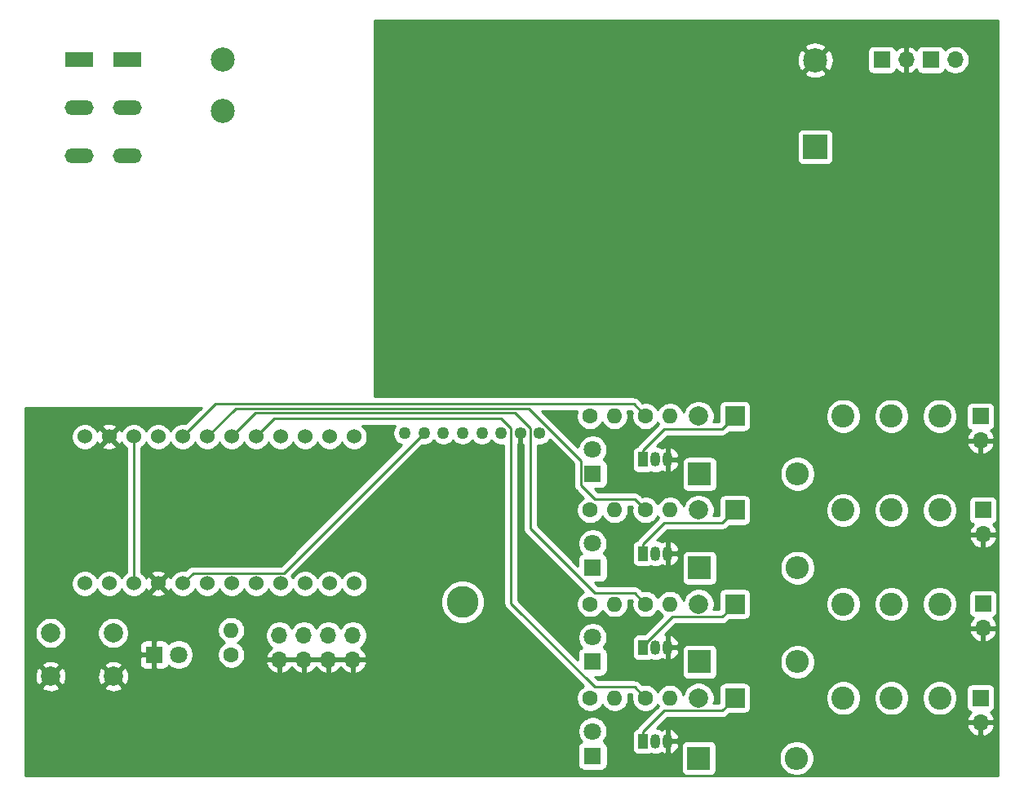
<source format=gbr>
%TF.GenerationSoftware,KiCad,Pcbnew,(5.1.9)-1*%
%TF.CreationDate,2021-02-20T10:07:39+01:00*%
%TF.ProjectId,HB-Uni-SenDose-4,48422d55-6e69-42d5-9365-6e446f73652d,rev?*%
%TF.SameCoordinates,Original*%
%TF.FileFunction,Copper,L2,Bot*%
%TF.FilePolarity,Positive*%
%FSLAX46Y46*%
G04 Gerber Fmt 4.6, Leading zero omitted, Abs format (unit mm)*
G04 Created by KiCad (PCBNEW (5.1.9)-1) date 2021-02-20 10:07:39*
%MOMM*%
%LPD*%
G01*
G04 APERTURE LIST*
%TA.AperFunction,ComponentPad*%
%ADD10O,3.000000X1.500000*%
%TD*%
%TA.AperFunction,ComponentPad*%
%ADD11R,3.000000X1.500000*%
%TD*%
%TA.AperFunction,ComponentPad*%
%ADD12C,2.500000*%
%TD*%
%TA.AperFunction,ComponentPad*%
%ADD13R,2.500000X2.500000*%
%TD*%
%TA.AperFunction,ComponentPad*%
%ADD14O,1.270000X1.270000*%
%TD*%
%TA.AperFunction,ComponentPad*%
%ADD15C,1.270000*%
%TD*%
%TA.AperFunction,WasherPad*%
%ADD16C,3.300000*%
%TD*%
%TA.AperFunction,ComponentPad*%
%ADD17C,1.524000*%
%TD*%
%TA.AperFunction,ComponentPad*%
%ADD18C,2.000000*%
%TD*%
%TA.AperFunction,ComponentPad*%
%ADD19O,1.600000X1.600000*%
%TD*%
%TA.AperFunction,ComponentPad*%
%ADD20C,1.600000*%
%TD*%
%TA.AperFunction,ComponentPad*%
%ADD21R,1.050000X1.500000*%
%TD*%
%TA.AperFunction,ComponentPad*%
%ADD22O,1.050000X1.500000*%
%TD*%
%TA.AperFunction,ComponentPad*%
%ADD23R,2.000000X2.000000*%
%TD*%
%TA.AperFunction,ComponentPad*%
%ADD24C,2.400000*%
%TD*%
%TA.AperFunction,ComponentPad*%
%ADD25O,1.700000X1.700000*%
%TD*%
%TA.AperFunction,ComponentPad*%
%ADD26R,1.700000X1.700000*%
%TD*%
%TA.AperFunction,ComponentPad*%
%ADD27O,2.400000X2.400000*%
%TD*%
%TA.AperFunction,ComponentPad*%
%ADD28R,2.400000X2.400000*%
%TD*%
%TA.AperFunction,ComponentPad*%
%ADD29C,1.800000*%
%TD*%
%TA.AperFunction,ComponentPad*%
%ADD30R,1.800000X1.800000*%
%TD*%
%TA.AperFunction,Conductor*%
%ADD31C,0.250000*%
%TD*%
%TA.AperFunction,Conductor*%
%ADD32C,0.254000*%
%TD*%
%TA.AperFunction,Conductor*%
%ADD33C,0.100000*%
%TD*%
G04 APERTURE END LIST*
D10*
%TO.P,WAGO 236-403,3*%
%TO.N,Net-(PS1-Pad2)*%
X87250000Y-64000000D03*
X92250000Y-64000000D03*
%TO.P,WAGO 236-403,2*%
%TO.N,N/C*%
X87250000Y-59000000D03*
X92250000Y-59000000D03*
D11*
%TO.P,WAGO 236-403,1*%
%TO.N,Net-(PS1-Pad1)*%
X87250000Y-54000000D03*
X92250000Y-54000000D03*
%TD*%
D12*
%TO.P,IRM-30-12,4*%
%TO.N,Net-(PS1-Pad1)*%
X102100000Y-53950000D03*
D13*
%TO.P,IRM-30-12,1*%
%TO.N,+12V*%
X163600000Y-63050000D03*
D12*
%TO.P,IRM-30-12,3*%
%TO.N,Net-(PS1-Pad2)*%
X102100000Y-59350000D03*
%TO.P,IRM-30-12,2*%
%TO.N,GND*%
X163600000Y-54050000D03*
%TD*%
D14*
%TO.P,U2,1*%
%TO.N,/VCC*%
X135000000Y-92750000D03*
%TO.P,U2,2*%
%TO.N,GND*%
X133000000Y-92750000D03*
D15*
%TO.P,U2,3*%
%TO.N,/13*%
X131000000Y-92750000D03*
%TO.P,U2,4*%
%TO.N,/12*%
X129000000Y-92750000D03*
%TO.P,U2,5*%
%TO.N,/11*%
X127000000Y-92750000D03*
%TO.P,U2,6*%
%TO.N,Net-(U2-Pad6)*%
X125000000Y-92750000D03*
%TO.P,U2,7*%
%TO.N,/2*%
X123000000Y-92750000D03*
%TO.P,U2,8*%
%TO.N,/10*%
X121000000Y-92750000D03*
D16*
%TO.P,U2,*%
%TO.N,*%
X126984000Y-110276000D03*
%TD*%
D17*
%TO.P,U1,TXD*%
%TO.N,Net-(U1-PadTXD)*%
X87800000Y-108370000D03*
%TO.P,U1,RXD*%
%TO.N,Net-(U1-PadRXD)*%
X90340000Y-108370000D03*
%TO.P,U1,RST*%
%TO.N,Net-(U1-PadRST)*%
X92880000Y-108370000D03*
%TO.P,U1,GND*%
%TO.N,GND*%
X95420000Y-108370000D03*
%TO.P,U1,2*%
%TO.N,/2*%
X97960000Y-108370000D03*
%TO.P,U1,3*%
%TO.N,Net-(U1-Pad3)*%
X100500000Y-108370000D03*
%TO.P,U1,4*%
%TO.N,/4*%
X103040000Y-108370000D03*
%TO.P,U1,5*%
%TO.N,/5*%
X105580000Y-108370000D03*
%TO.P,U1,6*%
%TO.N,/6*%
X108120000Y-108370000D03*
%TO.P,U1,7*%
%TO.N,/7*%
X110660000Y-108370000D03*
%TO.P,U1,8*%
%TO.N,/8*%
X113200000Y-108370000D03*
%TO.P,U1,9*%
%TO.N,/9*%
X115740000Y-108370000D03*
%TO.P,U1,10*%
%TO.N,/10*%
X115740000Y-93130000D03*
%TO.P,U1,11*%
%TO.N,/11*%
X113200000Y-93130000D03*
%TO.P,U1,12*%
%TO.N,/12*%
X110660000Y-93130000D03*
%TO.P,U1,13*%
%TO.N,/13*%
X108120000Y-93130000D03*
%TO.P,U1,A0*%
%TO.N,/A0*%
X105580000Y-93130000D03*
%TO.P,U1,A1*%
%TO.N,/A1*%
X103040000Y-93130000D03*
%TO.P,U1,A2*%
%TO.N,/A2*%
X100500000Y-93130000D03*
%TO.P,U1,A3*%
%TO.N,/A3*%
X97960000Y-93130000D03*
%TO.P,U1,VCC*%
%TO.N,/VCC*%
X95420000Y-93130000D03*
%TO.P,U1,RST*%
%TO.N,Net-(U1-PadRST)*%
X92880000Y-93130000D03*
%TO.P,U1,GND*%
%TO.N,GND*%
X90340000Y-93130000D03*
%TO.P,U1,RAW*%
%TO.N,+5V*%
X87800000Y-93130000D03*
%TD*%
D18*
%TO.P,SW1,1*%
%TO.N,/8*%
X90750000Y-113500000D03*
%TO.P,SW1,2*%
%TO.N,GND*%
X90750000Y-118000000D03*
%TO.P,SW1,1*%
%TO.N,/8*%
X84250000Y-113500000D03*
%TO.P,SW1,2*%
%TO.N,GND*%
X84250000Y-118000000D03*
%TD*%
D19*
%TO.P,R9,2*%
%TO.N,/4*%
X103000000Y-113210000D03*
D20*
%TO.P,R9,1*%
%TO.N,Net-(D5-Pad2)*%
X103000000Y-115750000D03*
%TD*%
D19*
%TO.P,R8,2*%
%TO.N,Net-(Q4-Pad2)*%
X148540000Y-91000000D03*
D20*
%TO.P,R8,1*%
%TO.N,/A3*%
X146000000Y-91000000D03*
%TD*%
D19*
%TO.P,R7,2*%
%TO.N,+5V*%
X142750000Y-91000000D03*
D20*
%TO.P,R7,1*%
%TO.N,Net-(D4-Pad2)*%
X140210000Y-91000000D03*
%TD*%
D19*
%TO.P,R6,2*%
%TO.N,Net-(Q3-Pad2)*%
X148540000Y-100750000D03*
D20*
%TO.P,R6,1*%
%TO.N,/A2*%
X146000000Y-100750000D03*
%TD*%
D19*
%TO.P,R5,2*%
%TO.N,+5V*%
X142790000Y-100750000D03*
D20*
%TO.P,R5,1*%
%TO.N,Net-(D3-Pad2)*%
X140250000Y-100750000D03*
%TD*%
D19*
%TO.P,R4,2*%
%TO.N,Net-(Q2-Pad2)*%
X148540000Y-110500000D03*
D20*
%TO.P,R4,1*%
%TO.N,/A1*%
X146000000Y-110500000D03*
%TD*%
D19*
%TO.P,R3,2*%
%TO.N,+5V*%
X142790000Y-110500000D03*
D20*
%TO.P,R3,1*%
%TO.N,Net-(D2-Pad2)*%
X140250000Y-110500000D03*
%TD*%
D19*
%TO.P,R2,2*%
%TO.N,Net-(Q1-Pad2)*%
X148500000Y-120250000D03*
D20*
%TO.P,R2,1*%
%TO.N,/A0*%
X145960000Y-120250000D03*
%TD*%
D19*
%TO.P,R1,2*%
%TO.N,+5V*%
X142790000Y-120250000D03*
D20*
%TO.P,R1,1*%
%TO.N,Net-(D1-Pad2)*%
X140250000Y-120250000D03*
%TD*%
D21*
%TO.P,Q4,1*%
%TO.N,Net-(D4-Pad1)*%
X145750000Y-95500000D03*
D22*
%TO.P,Q4,3*%
%TO.N,GND*%
X148290000Y-95500000D03*
%TO.P,Q4,2*%
%TO.N,Net-(Q4-Pad2)*%
X147020000Y-95500000D03*
%TD*%
D21*
%TO.P,Q3,1*%
%TO.N,Net-(D3-Pad1)*%
X145750000Y-105250000D03*
D22*
%TO.P,Q3,3*%
%TO.N,GND*%
X148290000Y-105250000D03*
%TO.P,Q3,2*%
%TO.N,Net-(Q3-Pad2)*%
X147020000Y-105250000D03*
%TD*%
D21*
%TO.P,Q2,1*%
%TO.N,Net-(D2-Pad1)*%
X145750000Y-115000000D03*
D22*
%TO.P,Q2,3*%
%TO.N,GND*%
X148290000Y-115000000D03*
%TO.P,Q2,2*%
%TO.N,Net-(Q2-Pad2)*%
X147020000Y-115000000D03*
%TD*%
D21*
%TO.P,Q1,1*%
%TO.N,Net-(D1-Pad1)*%
X145750000Y-124750000D03*
D22*
%TO.P,Q1,3*%
%TO.N,GND*%
X148290000Y-124750000D03*
%TO.P,Q1,2*%
%TO.N,Net-(Q1-Pad2)*%
X147020000Y-124750000D03*
%TD*%
D18*
%TO.P,K4,A2*%
%TO.N,+5V*%
X151500000Y-91000000D03*
D23*
%TO.P,K4,A1*%
%TO.N,Net-(D4-Pad1)*%
X155250000Y-91000000D03*
D24*
%TO.P,K4,12*%
%TO.N,Net-(K4-Pad12)*%
X166500000Y-91000000D03*
%TO.P,K4,11*%
%TO.N,+12V*%
X171500000Y-91000000D03*
%TO.P,K4,14*%
%TO.N,Net-(J5-Pad1)*%
X176500000Y-91000000D03*
%TD*%
D18*
%TO.P,K3,A2*%
%TO.N,+5V*%
X151500000Y-100750000D03*
D23*
%TO.P,K3,A1*%
%TO.N,Net-(D3-Pad1)*%
X155250000Y-100750000D03*
D24*
%TO.P,K3,12*%
%TO.N,Net-(K3-Pad12)*%
X166500000Y-100750000D03*
%TO.P,K3,11*%
%TO.N,+12V*%
X171500000Y-100750000D03*
%TO.P,K3,14*%
%TO.N,Net-(J4-Pad1)*%
X176500000Y-100750000D03*
%TD*%
D18*
%TO.P,K2,A2*%
%TO.N,+5V*%
X151500000Y-110500000D03*
D23*
%TO.P,K2,A1*%
%TO.N,Net-(D2-Pad1)*%
X155250000Y-110500000D03*
D24*
%TO.P,K2,12*%
%TO.N,Net-(K2-Pad12)*%
X166500000Y-110500000D03*
%TO.P,K2,11*%
%TO.N,+12V*%
X171500000Y-110500000D03*
%TO.P,K2,14*%
%TO.N,Net-(J3-Pad1)*%
X176500000Y-110500000D03*
%TD*%
D18*
%TO.P,K1,A2*%
%TO.N,+5V*%
X151500000Y-120250000D03*
D23*
%TO.P,K1,A1*%
%TO.N,Net-(D1-Pad1)*%
X155250000Y-120250000D03*
D24*
%TO.P,K1,12*%
%TO.N,Net-(K1-Pad12)*%
X166500000Y-120250000D03*
%TO.P,K1,11*%
%TO.N,+12V*%
X171500000Y-120250000D03*
%TO.P,K1,14*%
%TO.N,Net-(J2-Pad1)*%
X176500000Y-120250000D03*
%TD*%
D25*
%TO.P,J6,8*%
%TO.N,GND*%
X115620000Y-116290000D03*
%TO.P,J6,7*%
%TO.N,/9*%
X115620000Y-113750000D03*
%TO.P,J6,6*%
%TO.N,GND*%
X113080000Y-116290000D03*
%TO.P,J6,5*%
%TO.N,/7*%
X113080000Y-113750000D03*
%TO.P,J6,4*%
%TO.N,GND*%
X110540000Y-116290000D03*
%TO.P,J6,3*%
%TO.N,/6*%
X110540000Y-113750000D03*
%TO.P,J6,2*%
%TO.N,GND*%
X108000000Y-116290000D03*
%TO.P,J6,1*%
%TO.N,/5*%
X108000000Y-113750000D03*
%TD*%
%TO.P,Pump4,2*%
%TO.N,GND*%
X180750000Y-93540000D03*
D26*
%TO.P,Pump4,1*%
%TO.N,Net-(J5-Pad1)*%
X180750000Y-91000000D03*
%TD*%
D25*
%TO.P,Pump3,2*%
%TO.N,GND*%
X181000000Y-103290000D03*
D26*
%TO.P,Pump3,1*%
%TO.N,Net-(J4-Pad1)*%
X181000000Y-100750000D03*
%TD*%
D25*
%TO.P,Pump2,2*%
%TO.N,GND*%
X181000000Y-113000000D03*
D26*
%TO.P,Pump2,1*%
%TO.N,Net-(J3-Pad1)*%
X181000000Y-110460000D03*
%TD*%
D25*
%TO.P,Pump1,2*%
%TO.N,GND*%
X180750000Y-122790000D03*
D26*
%TO.P,Pump1,1*%
%TO.N,Net-(J2-Pad1)*%
X180750000Y-120250000D03*
%TD*%
D25*
%TO.P,J1,4*%
%TO.N,Net-(J1-Pad4)*%
X178120000Y-54000000D03*
D26*
%TO.P,J1,3*%
%TO.N,+12V*%
X175580000Y-54000000D03*
D25*
%TO.P,J1,2*%
%TO.N,GND*%
X173040000Y-54000000D03*
D26*
%TO.P,J1,1*%
%TO.N,+5V*%
X170500000Y-54000000D03*
%TD*%
D27*
%TO.P,D9,2*%
%TO.N,Net-(D4-Pad1)*%
X161750000Y-97000000D03*
D28*
%TO.P,D9,1*%
%TO.N,+5V*%
X151590000Y-97000000D03*
%TD*%
D27*
%TO.P,D8,2*%
%TO.N,Net-(D3-Pad1)*%
X161750000Y-106750000D03*
D28*
%TO.P,D8,1*%
%TO.N,+5V*%
X151590000Y-106750000D03*
%TD*%
D27*
%TO.P,D7,2*%
%TO.N,Net-(D2-Pad1)*%
X161750000Y-116500000D03*
D28*
%TO.P,D7,1*%
%TO.N,+5V*%
X151590000Y-116500000D03*
%TD*%
D27*
%TO.P,D6,2*%
%TO.N,Net-(D1-Pad1)*%
X161660000Y-126500000D03*
D28*
%TO.P,D6,1*%
%TO.N,+5V*%
X151500000Y-126500000D03*
%TD*%
D29*
%TO.P,D5,2*%
%TO.N,Net-(D5-Pad2)*%
X97540000Y-115750000D03*
D30*
%TO.P,D5,1*%
%TO.N,GND*%
X95000000Y-115750000D03*
%TD*%
D29*
%TO.P,D4,2*%
%TO.N,Net-(D4-Pad2)*%
X140500000Y-94460000D03*
D30*
%TO.P,D4,1*%
%TO.N,Net-(D4-Pad1)*%
X140500000Y-97000000D03*
%TD*%
D29*
%TO.P,D3,2*%
%TO.N,Net-(D3-Pad2)*%
X140500000Y-104210000D03*
D30*
%TO.P,D3,1*%
%TO.N,Net-(D3-Pad1)*%
X140500000Y-106750000D03*
%TD*%
D29*
%TO.P,D2,2*%
%TO.N,Net-(D2-Pad2)*%
X140500000Y-113960000D03*
D30*
%TO.P,D2,1*%
%TO.N,Net-(D2-Pad1)*%
X140500000Y-116500000D03*
%TD*%
D29*
%TO.P,D1,2*%
%TO.N,Net-(D1-Pad2)*%
X140500000Y-123710000D03*
D30*
%TO.P,D1,1*%
%TO.N,Net-(D1-Pad1)*%
X140500000Y-126250000D03*
%TD*%
D31*
%TO.N,Net-(D1-Pad1)*%
X153924999Y-121575001D02*
X155250000Y-120250000D01*
X147924999Y-121575001D02*
X153924999Y-121575001D01*
X145750000Y-123750000D02*
X147924999Y-121575001D01*
X145750000Y-124750000D02*
X145750000Y-123750000D01*
%TO.N,Net-(D2-Pad1)*%
X153924999Y-111825001D02*
X155250000Y-110500000D01*
X148767904Y-111825001D02*
X153924999Y-111825001D01*
X146169990Y-114422915D02*
X148767904Y-111825001D01*
X146169990Y-114580010D02*
X146169990Y-114422915D01*
X145750000Y-115000000D02*
X146169990Y-114580010D01*
%TO.N,Net-(D3-Pad1)*%
X153924999Y-102075001D02*
X155250000Y-100750000D01*
X147924999Y-102075001D02*
X153924999Y-102075001D01*
X145750000Y-104250000D02*
X147924999Y-102075001D01*
X145750000Y-105250000D02*
X145750000Y-104250000D01*
%TO.N,Net-(D4-Pad1)*%
X153924999Y-92325001D02*
X155250000Y-91000000D01*
X147924999Y-92325001D02*
X153924999Y-92325001D01*
X145750000Y-94500000D02*
X147924999Y-92325001D01*
X145750000Y-95500000D02*
X145750000Y-94500000D01*
%TO.N,/A0*%
X107460000Y-91250000D02*
X105580000Y-93130000D01*
X131000000Y-91250000D02*
X107460000Y-91250000D01*
X132039999Y-92289999D02*
X131000000Y-91250000D01*
X132039999Y-110425001D02*
X132039999Y-92289999D01*
X140739997Y-119124999D02*
X132039999Y-110425001D01*
X144834999Y-119124999D02*
X140739997Y-119124999D01*
X145960000Y-120250000D02*
X144834999Y-119124999D01*
%TO.N,/A1*%
X103040000Y-93130000D02*
X105519980Y-90650020D01*
X140739997Y-109374999D02*
X144874999Y-109374999D01*
X144874999Y-109374999D02*
X146000000Y-110500000D01*
X134039999Y-102675001D02*
X140739997Y-109374999D01*
X134039999Y-92289199D02*
X134039999Y-102675001D01*
X132400820Y-90650020D02*
X134039999Y-92289199D01*
X105519980Y-90650020D02*
X132400820Y-90650020D01*
%TO.N,/A2*%
X100500000Y-93130000D02*
X103429990Y-90200010D01*
X144874999Y-99624999D02*
X146000000Y-100750000D01*
X140739997Y-99624999D02*
X144874999Y-99624999D01*
X139274999Y-98160001D02*
X140739997Y-99624999D01*
X139274999Y-95604197D02*
X139274999Y-98160001D01*
X133870812Y-90200010D02*
X139274999Y-95604197D01*
X103429990Y-90200010D02*
X133870812Y-90200010D01*
%TO.N,/A3*%
X97960000Y-93130000D02*
X101340000Y-89750000D01*
X144750000Y-89750000D02*
X146000000Y-91000000D01*
X101340000Y-89750000D02*
X144750000Y-89750000D01*
%TO.N,Net-(U1-PadRST)*%
X92880000Y-108370000D02*
X92880000Y-93130000D01*
%TO.N,/2*%
X108467001Y-107282999D02*
X123000000Y-92750000D01*
X99047001Y-107282999D02*
X108467001Y-107282999D01*
X97960000Y-108370000D02*
X99047001Y-107282999D01*
%TD*%
D32*
%TO.N,GND*%
X182590000Y-128340000D02*
X81660000Y-128340000D01*
X81660000Y-125350000D01*
X138961928Y-125350000D01*
X138961928Y-127150000D01*
X138974188Y-127274482D01*
X139010498Y-127394180D01*
X139069463Y-127504494D01*
X139148815Y-127601185D01*
X139245506Y-127680537D01*
X139355820Y-127739502D01*
X139475518Y-127775812D01*
X139600000Y-127788072D01*
X141400000Y-127788072D01*
X141524482Y-127775812D01*
X141644180Y-127739502D01*
X141754494Y-127680537D01*
X141851185Y-127601185D01*
X141930537Y-127504494D01*
X141989502Y-127394180D01*
X142025812Y-127274482D01*
X142038072Y-127150000D01*
X142038072Y-125350000D01*
X142025812Y-125225518D01*
X141989502Y-125105820D01*
X141930537Y-124995506D01*
X141851185Y-124898815D01*
X141754494Y-124819463D01*
X141644180Y-124760498D01*
X141625873Y-124754944D01*
X141692312Y-124688505D01*
X141860299Y-124437095D01*
X141976011Y-124157743D01*
X142035000Y-123861184D01*
X142035000Y-123558816D01*
X141976011Y-123262257D01*
X141860299Y-122982905D01*
X141692312Y-122731495D01*
X141478505Y-122517688D01*
X141227095Y-122349701D01*
X140947743Y-122233989D01*
X140651184Y-122175000D01*
X140348816Y-122175000D01*
X140052257Y-122233989D01*
X139772905Y-122349701D01*
X139521495Y-122517688D01*
X139307688Y-122731495D01*
X139139701Y-122982905D01*
X139023989Y-123262257D01*
X138965000Y-123558816D01*
X138965000Y-123861184D01*
X139023989Y-124157743D01*
X139139701Y-124437095D01*
X139307688Y-124688505D01*
X139374127Y-124754944D01*
X139355820Y-124760498D01*
X139245506Y-124819463D01*
X139148815Y-124898815D01*
X139069463Y-124995506D01*
X139010498Y-125105820D01*
X138974188Y-125225518D01*
X138961928Y-125350000D01*
X81660000Y-125350000D01*
X81660000Y-119135413D01*
X83294192Y-119135413D01*
X83389956Y-119399814D01*
X83679571Y-119540704D01*
X83991108Y-119622384D01*
X84312595Y-119641718D01*
X84631675Y-119597961D01*
X84936088Y-119492795D01*
X85110044Y-119399814D01*
X85205808Y-119135413D01*
X89794192Y-119135413D01*
X89889956Y-119399814D01*
X90179571Y-119540704D01*
X90491108Y-119622384D01*
X90812595Y-119641718D01*
X91131675Y-119597961D01*
X91436088Y-119492795D01*
X91610044Y-119399814D01*
X91705808Y-119135413D01*
X90750000Y-118179605D01*
X89794192Y-119135413D01*
X85205808Y-119135413D01*
X84250000Y-118179605D01*
X83294192Y-119135413D01*
X81660000Y-119135413D01*
X81660000Y-118062595D01*
X82608282Y-118062595D01*
X82652039Y-118381675D01*
X82757205Y-118686088D01*
X82850186Y-118860044D01*
X83114587Y-118955808D01*
X84070395Y-118000000D01*
X84429605Y-118000000D01*
X85385413Y-118955808D01*
X85649814Y-118860044D01*
X85790704Y-118570429D01*
X85872384Y-118258892D01*
X85884189Y-118062595D01*
X89108282Y-118062595D01*
X89152039Y-118381675D01*
X89257205Y-118686088D01*
X89350186Y-118860044D01*
X89614587Y-118955808D01*
X90570395Y-118000000D01*
X90929605Y-118000000D01*
X91885413Y-118955808D01*
X92149814Y-118860044D01*
X92290704Y-118570429D01*
X92372384Y-118258892D01*
X92391718Y-117937405D01*
X92347961Y-117618325D01*
X92242795Y-117313912D01*
X92149814Y-117139956D01*
X91885413Y-117044192D01*
X90929605Y-118000000D01*
X90570395Y-118000000D01*
X89614587Y-117044192D01*
X89350186Y-117139956D01*
X89209296Y-117429571D01*
X89127616Y-117741108D01*
X89108282Y-118062595D01*
X85884189Y-118062595D01*
X85891718Y-117937405D01*
X85847961Y-117618325D01*
X85742795Y-117313912D01*
X85649814Y-117139956D01*
X85385413Y-117044192D01*
X84429605Y-118000000D01*
X84070395Y-118000000D01*
X83114587Y-117044192D01*
X82850186Y-117139956D01*
X82709296Y-117429571D01*
X82627616Y-117741108D01*
X82608282Y-118062595D01*
X81660000Y-118062595D01*
X81660000Y-116864587D01*
X83294192Y-116864587D01*
X84250000Y-117820395D01*
X85205808Y-116864587D01*
X89794192Y-116864587D01*
X90750000Y-117820395D01*
X91705808Y-116864587D01*
X91628087Y-116650000D01*
X93461928Y-116650000D01*
X93474188Y-116774482D01*
X93510498Y-116894180D01*
X93569463Y-117004494D01*
X93648815Y-117101185D01*
X93745506Y-117180537D01*
X93855820Y-117239502D01*
X93975518Y-117275812D01*
X94100000Y-117288072D01*
X94714250Y-117285000D01*
X94873000Y-117126250D01*
X94873000Y-115877000D01*
X93623750Y-115877000D01*
X93465000Y-116035750D01*
X93461928Y-116650000D01*
X91628087Y-116650000D01*
X91610044Y-116600186D01*
X91320429Y-116459296D01*
X91008892Y-116377616D01*
X90687405Y-116358282D01*
X90368325Y-116402039D01*
X90063912Y-116507205D01*
X89889956Y-116600186D01*
X89794192Y-116864587D01*
X85205808Y-116864587D01*
X85110044Y-116600186D01*
X84820429Y-116459296D01*
X84508892Y-116377616D01*
X84187405Y-116358282D01*
X83868325Y-116402039D01*
X83563912Y-116507205D01*
X83389956Y-116600186D01*
X83294192Y-116864587D01*
X81660000Y-116864587D01*
X81660000Y-113338967D01*
X82615000Y-113338967D01*
X82615000Y-113661033D01*
X82677832Y-113976912D01*
X82801082Y-114274463D01*
X82980013Y-114542252D01*
X83207748Y-114769987D01*
X83475537Y-114948918D01*
X83773088Y-115072168D01*
X84088967Y-115135000D01*
X84411033Y-115135000D01*
X84726912Y-115072168D01*
X85024463Y-114948918D01*
X85292252Y-114769987D01*
X85519987Y-114542252D01*
X85698918Y-114274463D01*
X85822168Y-113976912D01*
X85885000Y-113661033D01*
X85885000Y-113338967D01*
X89115000Y-113338967D01*
X89115000Y-113661033D01*
X89177832Y-113976912D01*
X89301082Y-114274463D01*
X89480013Y-114542252D01*
X89707748Y-114769987D01*
X89975537Y-114948918D01*
X90273088Y-115072168D01*
X90588967Y-115135000D01*
X90911033Y-115135000D01*
X91226912Y-115072168D01*
X91524463Y-114948918D01*
X91672504Y-114850000D01*
X93461928Y-114850000D01*
X93465000Y-115464250D01*
X93623750Y-115623000D01*
X94873000Y-115623000D01*
X94873000Y-114373750D01*
X95127000Y-114373750D01*
X95127000Y-115623000D01*
X95147000Y-115623000D01*
X95147000Y-115877000D01*
X95127000Y-115877000D01*
X95127000Y-117126250D01*
X95285750Y-117285000D01*
X95900000Y-117288072D01*
X96024482Y-117275812D01*
X96144180Y-117239502D01*
X96254494Y-117180537D01*
X96351185Y-117101185D01*
X96430537Y-117004494D01*
X96489502Y-116894180D01*
X96495056Y-116875873D01*
X96561495Y-116942312D01*
X96812905Y-117110299D01*
X97092257Y-117226011D01*
X97388816Y-117285000D01*
X97691184Y-117285000D01*
X97987743Y-117226011D01*
X98267095Y-117110299D01*
X98518505Y-116942312D01*
X98732312Y-116728505D01*
X98900299Y-116477095D01*
X99016011Y-116197743D01*
X99075000Y-115901184D01*
X99075000Y-115598816D01*
X99016011Y-115302257D01*
X98900299Y-115022905D01*
X98732312Y-114771495D01*
X98518505Y-114557688D01*
X98267095Y-114389701D01*
X97987743Y-114273989D01*
X97691184Y-114215000D01*
X97388816Y-114215000D01*
X97092257Y-114273989D01*
X96812905Y-114389701D01*
X96561495Y-114557688D01*
X96495056Y-114624127D01*
X96489502Y-114605820D01*
X96430537Y-114495506D01*
X96351185Y-114398815D01*
X96254494Y-114319463D01*
X96144180Y-114260498D01*
X96024482Y-114224188D01*
X95900000Y-114211928D01*
X95285750Y-114215000D01*
X95127000Y-114373750D01*
X94873000Y-114373750D01*
X94714250Y-114215000D01*
X94100000Y-114211928D01*
X93975518Y-114224188D01*
X93855820Y-114260498D01*
X93745506Y-114319463D01*
X93648815Y-114398815D01*
X93569463Y-114495506D01*
X93510498Y-114605820D01*
X93474188Y-114725518D01*
X93461928Y-114850000D01*
X91672504Y-114850000D01*
X91792252Y-114769987D01*
X92019987Y-114542252D01*
X92198918Y-114274463D01*
X92322168Y-113976912D01*
X92385000Y-113661033D01*
X92385000Y-113338967D01*
X92331234Y-113068665D01*
X101565000Y-113068665D01*
X101565000Y-113351335D01*
X101620147Y-113628574D01*
X101728320Y-113889727D01*
X101885363Y-114124759D01*
X102085241Y-114324637D01*
X102317759Y-114480000D01*
X102085241Y-114635363D01*
X101885363Y-114835241D01*
X101728320Y-115070273D01*
X101620147Y-115331426D01*
X101565000Y-115608665D01*
X101565000Y-115891335D01*
X101620147Y-116168574D01*
X101728320Y-116429727D01*
X101885363Y-116664759D01*
X102085241Y-116864637D01*
X102320273Y-117021680D01*
X102581426Y-117129853D01*
X102858665Y-117185000D01*
X103141335Y-117185000D01*
X103418574Y-117129853D01*
X103679727Y-117021680D01*
X103914759Y-116864637D01*
X104114637Y-116664759D01*
X104126575Y-116646891D01*
X106558519Y-116646891D01*
X106655843Y-116921252D01*
X106804822Y-117171355D01*
X106999731Y-117387588D01*
X107233080Y-117561641D01*
X107495901Y-117686825D01*
X107643110Y-117731476D01*
X107873000Y-117610155D01*
X107873000Y-116417000D01*
X108127000Y-116417000D01*
X108127000Y-117610155D01*
X108356890Y-117731476D01*
X108504099Y-117686825D01*
X108766920Y-117561641D01*
X109000269Y-117387588D01*
X109195178Y-117171355D01*
X109270000Y-117045745D01*
X109344822Y-117171355D01*
X109539731Y-117387588D01*
X109773080Y-117561641D01*
X110035901Y-117686825D01*
X110183110Y-117731476D01*
X110413000Y-117610155D01*
X110413000Y-116417000D01*
X110667000Y-116417000D01*
X110667000Y-117610155D01*
X110896890Y-117731476D01*
X111044099Y-117686825D01*
X111306920Y-117561641D01*
X111540269Y-117387588D01*
X111735178Y-117171355D01*
X111810000Y-117045745D01*
X111884822Y-117171355D01*
X112079731Y-117387588D01*
X112313080Y-117561641D01*
X112575901Y-117686825D01*
X112723110Y-117731476D01*
X112953000Y-117610155D01*
X112953000Y-116417000D01*
X113207000Y-116417000D01*
X113207000Y-117610155D01*
X113436890Y-117731476D01*
X113584099Y-117686825D01*
X113846920Y-117561641D01*
X114080269Y-117387588D01*
X114275178Y-117171355D01*
X114350000Y-117045745D01*
X114424822Y-117171355D01*
X114619731Y-117387588D01*
X114853080Y-117561641D01*
X115115901Y-117686825D01*
X115263110Y-117731476D01*
X115493000Y-117610155D01*
X115493000Y-116417000D01*
X115747000Y-116417000D01*
X115747000Y-117610155D01*
X115976890Y-117731476D01*
X116124099Y-117686825D01*
X116386920Y-117561641D01*
X116620269Y-117387588D01*
X116815178Y-117171355D01*
X116964157Y-116921252D01*
X117061481Y-116646891D01*
X116940814Y-116417000D01*
X115747000Y-116417000D01*
X115493000Y-116417000D01*
X113207000Y-116417000D01*
X112953000Y-116417000D01*
X110667000Y-116417000D01*
X110413000Y-116417000D01*
X108127000Y-116417000D01*
X107873000Y-116417000D01*
X106679186Y-116417000D01*
X106558519Y-116646891D01*
X104126575Y-116646891D01*
X104271680Y-116429727D01*
X104379853Y-116168574D01*
X104435000Y-115891335D01*
X104435000Y-115608665D01*
X104379853Y-115331426D01*
X104271680Y-115070273D01*
X104114637Y-114835241D01*
X103914759Y-114635363D01*
X103682241Y-114480000D01*
X103914759Y-114324637D01*
X104114637Y-114124759D01*
X104271680Y-113889727D01*
X104379853Y-113628574D01*
X104384792Y-113603740D01*
X106515000Y-113603740D01*
X106515000Y-113896260D01*
X106572068Y-114183158D01*
X106684010Y-114453411D01*
X106846525Y-114696632D01*
X107053368Y-114903475D01*
X107229406Y-115021100D01*
X106999731Y-115192412D01*
X106804822Y-115408645D01*
X106655843Y-115658748D01*
X106558519Y-115933109D01*
X106679186Y-116163000D01*
X107873000Y-116163000D01*
X107873000Y-116143000D01*
X108127000Y-116143000D01*
X108127000Y-116163000D01*
X110413000Y-116163000D01*
X110413000Y-116143000D01*
X110667000Y-116143000D01*
X110667000Y-116163000D01*
X112953000Y-116163000D01*
X112953000Y-116143000D01*
X113207000Y-116143000D01*
X113207000Y-116163000D01*
X115493000Y-116163000D01*
X115493000Y-116143000D01*
X115747000Y-116143000D01*
X115747000Y-116163000D01*
X116940814Y-116163000D01*
X117061481Y-115933109D01*
X116964157Y-115658748D01*
X116815178Y-115408645D01*
X116620269Y-115192412D01*
X116390594Y-115021100D01*
X116566632Y-114903475D01*
X116773475Y-114696632D01*
X116935990Y-114453411D01*
X117047932Y-114183158D01*
X117105000Y-113896260D01*
X117105000Y-113603740D01*
X117047932Y-113316842D01*
X116935990Y-113046589D01*
X116773475Y-112803368D01*
X116566632Y-112596525D01*
X116323411Y-112434010D01*
X116053158Y-112322068D01*
X115766260Y-112265000D01*
X115473740Y-112265000D01*
X115186842Y-112322068D01*
X114916589Y-112434010D01*
X114673368Y-112596525D01*
X114466525Y-112803368D01*
X114350000Y-112977760D01*
X114233475Y-112803368D01*
X114026632Y-112596525D01*
X113783411Y-112434010D01*
X113513158Y-112322068D01*
X113226260Y-112265000D01*
X112933740Y-112265000D01*
X112646842Y-112322068D01*
X112376589Y-112434010D01*
X112133368Y-112596525D01*
X111926525Y-112803368D01*
X111810000Y-112977760D01*
X111693475Y-112803368D01*
X111486632Y-112596525D01*
X111243411Y-112434010D01*
X110973158Y-112322068D01*
X110686260Y-112265000D01*
X110393740Y-112265000D01*
X110106842Y-112322068D01*
X109836589Y-112434010D01*
X109593368Y-112596525D01*
X109386525Y-112803368D01*
X109270000Y-112977760D01*
X109153475Y-112803368D01*
X108946632Y-112596525D01*
X108703411Y-112434010D01*
X108433158Y-112322068D01*
X108146260Y-112265000D01*
X107853740Y-112265000D01*
X107566842Y-112322068D01*
X107296589Y-112434010D01*
X107053368Y-112596525D01*
X106846525Y-112803368D01*
X106684010Y-113046589D01*
X106572068Y-113316842D01*
X106515000Y-113603740D01*
X104384792Y-113603740D01*
X104435000Y-113351335D01*
X104435000Y-113068665D01*
X104379853Y-112791426D01*
X104271680Y-112530273D01*
X104114637Y-112295241D01*
X103914759Y-112095363D01*
X103679727Y-111938320D01*
X103418574Y-111830147D01*
X103141335Y-111775000D01*
X102858665Y-111775000D01*
X102581426Y-111830147D01*
X102320273Y-111938320D01*
X102085241Y-112095363D01*
X101885363Y-112295241D01*
X101728320Y-112530273D01*
X101620147Y-112791426D01*
X101565000Y-113068665D01*
X92331234Y-113068665D01*
X92322168Y-113023088D01*
X92198918Y-112725537D01*
X92019987Y-112457748D01*
X91792252Y-112230013D01*
X91524463Y-112051082D01*
X91226912Y-111927832D01*
X90911033Y-111865000D01*
X90588967Y-111865000D01*
X90273088Y-111927832D01*
X89975537Y-112051082D01*
X89707748Y-112230013D01*
X89480013Y-112457748D01*
X89301082Y-112725537D01*
X89177832Y-113023088D01*
X89115000Y-113338967D01*
X85885000Y-113338967D01*
X85822168Y-113023088D01*
X85698918Y-112725537D01*
X85519987Y-112457748D01*
X85292252Y-112230013D01*
X85024463Y-112051082D01*
X84726912Y-111927832D01*
X84411033Y-111865000D01*
X84088967Y-111865000D01*
X83773088Y-111927832D01*
X83475537Y-112051082D01*
X83207748Y-112230013D01*
X82980013Y-112457748D01*
X82801082Y-112725537D01*
X82677832Y-113023088D01*
X82615000Y-113338967D01*
X81660000Y-113338967D01*
X81660000Y-110050947D01*
X124699000Y-110050947D01*
X124699000Y-110501053D01*
X124786811Y-110942510D01*
X124959059Y-111358353D01*
X125209125Y-111732603D01*
X125527397Y-112050875D01*
X125901647Y-112300941D01*
X126317490Y-112473189D01*
X126758947Y-112561000D01*
X127209053Y-112561000D01*
X127650510Y-112473189D01*
X128066353Y-112300941D01*
X128440603Y-112050875D01*
X128758875Y-111732603D01*
X129008941Y-111358353D01*
X129181189Y-110942510D01*
X129269000Y-110501053D01*
X129269000Y-110050947D01*
X129181189Y-109609490D01*
X129008941Y-109193647D01*
X128758875Y-108819397D01*
X128440603Y-108501125D01*
X128066353Y-108251059D01*
X127650510Y-108078811D01*
X127209053Y-107991000D01*
X126758947Y-107991000D01*
X126317490Y-108078811D01*
X125901647Y-108251059D01*
X125527397Y-108501125D01*
X125209125Y-108819397D01*
X124959059Y-109193647D01*
X124786811Y-109609490D01*
X124699000Y-110050947D01*
X81660000Y-110050947D01*
X81660000Y-92992408D01*
X86403000Y-92992408D01*
X86403000Y-93267592D01*
X86456686Y-93537490D01*
X86561995Y-93791727D01*
X86714880Y-94020535D01*
X86909465Y-94215120D01*
X87138273Y-94368005D01*
X87392510Y-94473314D01*
X87662408Y-94527000D01*
X87937592Y-94527000D01*
X88207490Y-94473314D01*
X88461727Y-94368005D01*
X88690535Y-94215120D01*
X88810090Y-94095565D01*
X89554040Y-94095565D01*
X89621020Y-94335656D01*
X89870048Y-94452756D01*
X90137135Y-94519023D01*
X90412017Y-94531910D01*
X90684133Y-94490922D01*
X90943023Y-94397636D01*
X91058980Y-94335656D01*
X91125960Y-94095565D01*
X90340000Y-93309605D01*
X89554040Y-94095565D01*
X88810090Y-94095565D01*
X88885120Y-94020535D01*
X89038005Y-93791727D01*
X89067692Y-93720057D01*
X89072364Y-93733023D01*
X89134344Y-93848980D01*
X89374435Y-93915960D01*
X90160395Y-93130000D01*
X89374435Y-92344040D01*
X89134344Y-92411020D01*
X89070515Y-92546760D01*
X89038005Y-92468273D01*
X88885120Y-92239465D01*
X88810090Y-92164435D01*
X89554040Y-92164435D01*
X90340000Y-92950395D01*
X91125960Y-92164435D01*
X91058980Y-91924344D01*
X90809952Y-91807244D01*
X90542865Y-91740977D01*
X90267983Y-91728090D01*
X89995867Y-91769078D01*
X89736977Y-91862364D01*
X89621020Y-91924344D01*
X89554040Y-92164435D01*
X88810090Y-92164435D01*
X88690535Y-92044880D01*
X88461727Y-91891995D01*
X88207490Y-91786686D01*
X87937592Y-91733000D01*
X87662408Y-91733000D01*
X87392510Y-91786686D01*
X87138273Y-91891995D01*
X86909465Y-92044880D01*
X86714880Y-92239465D01*
X86561995Y-92468273D01*
X86456686Y-92722510D01*
X86403000Y-92992408D01*
X81660000Y-92992408D01*
X81660000Y-90127000D01*
X99888198Y-90127000D01*
X98251571Y-91763628D01*
X98097592Y-91733000D01*
X97822408Y-91733000D01*
X97552510Y-91786686D01*
X97298273Y-91891995D01*
X97069465Y-92044880D01*
X96874880Y-92239465D01*
X96721995Y-92468273D01*
X96690000Y-92545515D01*
X96658005Y-92468273D01*
X96505120Y-92239465D01*
X96310535Y-92044880D01*
X96081727Y-91891995D01*
X95827490Y-91786686D01*
X95557592Y-91733000D01*
X95282408Y-91733000D01*
X95012510Y-91786686D01*
X94758273Y-91891995D01*
X94529465Y-92044880D01*
X94334880Y-92239465D01*
X94181995Y-92468273D01*
X94150000Y-92545515D01*
X94118005Y-92468273D01*
X93965120Y-92239465D01*
X93770535Y-92044880D01*
X93541727Y-91891995D01*
X93287490Y-91786686D01*
X93017592Y-91733000D01*
X92742408Y-91733000D01*
X92472510Y-91786686D01*
X92218273Y-91891995D01*
X91989465Y-92044880D01*
X91794880Y-92239465D01*
X91641995Y-92468273D01*
X91612308Y-92539943D01*
X91607636Y-92526977D01*
X91545656Y-92411020D01*
X91305565Y-92344040D01*
X90519605Y-93130000D01*
X91305565Y-93915960D01*
X91545656Y-93848980D01*
X91609485Y-93713240D01*
X91641995Y-93791727D01*
X91794880Y-94020535D01*
X91989465Y-94215120D01*
X92120001Y-94302342D01*
X92120000Y-107197659D01*
X91989465Y-107284880D01*
X91794880Y-107479465D01*
X91641995Y-107708273D01*
X91610000Y-107785515D01*
X91578005Y-107708273D01*
X91425120Y-107479465D01*
X91230535Y-107284880D01*
X91001727Y-107131995D01*
X90747490Y-107026686D01*
X90477592Y-106973000D01*
X90202408Y-106973000D01*
X89932510Y-107026686D01*
X89678273Y-107131995D01*
X89449465Y-107284880D01*
X89254880Y-107479465D01*
X89101995Y-107708273D01*
X89070000Y-107785515D01*
X89038005Y-107708273D01*
X88885120Y-107479465D01*
X88690535Y-107284880D01*
X88461727Y-107131995D01*
X88207490Y-107026686D01*
X87937592Y-106973000D01*
X87662408Y-106973000D01*
X87392510Y-107026686D01*
X87138273Y-107131995D01*
X86909465Y-107284880D01*
X86714880Y-107479465D01*
X86561995Y-107708273D01*
X86456686Y-107962510D01*
X86403000Y-108232408D01*
X86403000Y-108507592D01*
X86456686Y-108777490D01*
X86561995Y-109031727D01*
X86714880Y-109260535D01*
X86909465Y-109455120D01*
X87138273Y-109608005D01*
X87392510Y-109713314D01*
X87662408Y-109767000D01*
X87937592Y-109767000D01*
X88207490Y-109713314D01*
X88461727Y-109608005D01*
X88690535Y-109455120D01*
X88885120Y-109260535D01*
X89038005Y-109031727D01*
X89070000Y-108954485D01*
X89101995Y-109031727D01*
X89254880Y-109260535D01*
X89449465Y-109455120D01*
X89678273Y-109608005D01*
X89932510Y-109713314D01*
X90202408Y-109767000D01*
X90477592Y-109767000D01*
X90747490Y-109713314D01*
X91001727Y-109608005D01*
X91230535Y-109455120D01*
X91425120Y-109260535D01*
X91578005Y-109031727D01*
X91610000Y-108954485D01*
X91641995Y-109031727D01*
X91794880Y-109260535D01*
X91989465Y-109455120D01*
X92218273Y-109608005D01*
X92472510Y-109713314D01*
X92742408Y-109767000D01*
X93017592Y-109767000D01*
X93287490Y-109713314D01*
X93541727Y-109608005D01*
X93770535Y-109455120D01*
X93890090Y-109335565D01*
X94634040Y-109335565D01*
X94701020Y-109575656D01*
X94950048Y-109692756D01*
X95217135Y-109759023D01*
X95492017Y-109771910D01*
X95764133Y-109730922D01*
X96023023Y-109637636D01*
X96138980Y-109575656D01*
X96205960Y-109335565D01*
X95420000Y-108549605D01*
X94634040Y-109335565D01*
X93890090Y-109335565D01*
X93965120Y-109260535D01*
X94118005Y-109031727D01*
X94147692Y-108960057D01*
X94152364Y-108973023D01*
X94214344Y-109088980D01*
X94454435Y-109155960D01*
X95240395Y-108370000D01*
X94454435Y-107584040D01*
X94214344Y-107651020D01*
X94150515Y-107786760D01*
X94118005Y-107708273D01*
X93965120Y-107479465D01*
X93890090Y-107404435D01*
X94634040Y-107404435D01*
X95420000Y-108190395D01*
X96205960Y-107404435D01*
X96138980Y-107164344D01*
X95889952Y-107047244D01*
X95622865Y-106980977D01*
X95347983Y-106968090D01*
X95075867Y-107009078D01*
X94816977Y-107102364D01*
X94701020Y-107164344D01*
X94634040Y-107404435D01*
X93890090Y-107404435D01*
X93770535Y-107284880D01*
X93640000Y-107197659D01*
X93640000Y-94302341D01*
X93770535Y-94215120D01*
X93965120Y-94020535D01*
X94118005Y-93791727D01*
X94150000Y-93714485D01*
X94181995Y-93791727D01*
X94334880Y-94020535D01*
X94529465Y-94215120D01*
X94758273Y-94368005D01*
X95012510Y-94473314D01*
X95282408Y-94527000D01*
X95557592Y-94527000D01*
X95827490Y-94473314D01*
X96081727Y-94368005D01*
X96310535Y-94215120D01*
X96505120Y-94020535D01*
X96658005Y-93791727D01*
X96690000Y-93714485D01*
X96721995Y-93791727D01*
X96874880Y-94020535D01*
X97069465Y-94215120D01*
X97298273Y-94368005D01*
X97552510Y-94473314D01*
X97822408Y-94527000D01*
X98097592Y-94527000D01*
X98367490Y-94473314D01*
X98621727Y-94368005D01*
X98850535Y-94215120D01*
X99045120Y-94020535D01*
X99198005Y-93791727D01*
X99230000Y-93714485D01*
X99261995Y-93791727D01*
X99414880Y-94020535D01*
X99609465Y-94215120D01*
X99838273Y-94368005D01*
X100092510Y-94473314D01*
X100362408Y-94527000D01*
X100637592Y-94527000D01*
X100907490Y-94473314D01*
X101161727Y-94368005D01*
X101390535Y-94215120D01*
X101585120Y-94020535D01*
X101738005Y-93791727D01*
X101770000Y-93714485D01*
X101801995Y-93791727D01*
X101954880Y-94020535D01*
X102149465Y-94215120D01*
X102378273Y-94368005D01*
X102632510Y-94473314D01*
X102902408Y-94527000D01*
X103177592Y-94527000D01*
X103447490Y-94473314D01*
X103701727Y-94368005D01*
X103930535Y-94215120D01*
X104125120Y-94020535D01*
X104278005Y-93791727D01*
X104310000Y-93714485D01*
X104341995Y-93791727D01*
X104494880Y-94020535D01*
X104689465Y-94215120D01*
X104918273Y-94368005D01*
X105172510Y-94473314D01*
X105442408Y-94527000D01*
X105717592Y-94527000D01*
X105987490Y-94473314D01*
X106241727Y-94368005D01*
X106470535Y-94215120D01*
X106665120Y-94020535D01*
X106818005Y-93791727D01*
X106850000Y-93714485D01*
X106881995Y-93791727D01*
X107034880Y-94020535D01*
X107229465Y-94215120D01*
X107458273Y-94368005D01*
X107712510Y-94473314D01*
X107982408Y-94527000D01*
X108257592Y-94527000D01*
X108527490Y-94473314D01*
X108781727Y-94368005D01*
X109010535Y-94215120D01*
X109205120Y-94020535D01*
X109358005Y-93791727D01*
X109390000Y-93714485D01*
X109421995Y-93791727D01*
X109574880Y-94020535D01*
X109769465Y-94215120D01*
X109998273Y-94368005D01*
X110252510Y-94473314D01*
X110522408Y-94527000D01*
X110797592Y-94527000D01*
X111067490Y-94473314D01*
X111321727Y-94368005D01*
X111550535Y-94215120D01*
X111745120Y-94020535D01*
X111898005Y-93791727D01*
X111930000Y-93714485D01*
X111961995Y-93791727D01*
X112114880Y-94020535D01*
X112309465Y-94215120D01*
X112538273Y-94368005D01*
X112792510Y-94473314D01*
X113062408Y-94527000D01*
X113337592Y-94527000D01*
X113607490Y-94473314D01*
X113861727Y-94368005D01*
X114090535Y-94215120D01*
X114285120Y-94020535D01*
X114438005Y-93791727D01*
X114470000Y-93714485D01*
X114501995Y-93791727D01*
X114654880Y-94020535D01*
X114849465Y-94215120D01*
X115078273Y-94368005D01*
X115332510Y-94473314D01*
X115602408Y-94527000D01*
X115877592Y-94527000D01*
X116147490Y-94473314D01*
X116401727Y-94368005D01*
X116630535Y-94215120D01*
X116825120Y-94020535D01*
X116978005Y-93791727D01*
X117083314Y-93537490D01*
X117137000Y-93267592D01*
X117137000Y-92992408D01*
X117083314Y-92722510D01*
X116978005Y-92468273D01*
X116825120Y-92239465D01*
X116630535Y-92044880D01*
X116578334Y-92010000D01*
X119967036Y-92010000D01*
X119874541Y-92148429D01*
X119778805Y-92379555D01*
X119730000Y-92624916D01*
X119730000Y-92875084D01*
X119778805Y-93120445D01*
X119874541Y-93351571D01*
X120013527Y-93559578D01*
X120190422Y-93736473D01*
X120398429Y-93875459D01*
X120629555Y-93971195D01*
X120691651Y-93983547D01*
X108152200Y-106522999D01*
X99084334Y-106522999D01*
X99047001Y-106519322D01*
X99009668Y-106522999D01*
X98898015Y-106533996D01*
X98754754Y-106577453D01*
X98622725Y-106648025D01*
X98507000Y-106742998D01*
X98483202Y-106771996D01*
X98251570Y-107003628D01*
X98097592Y-106973000D01*
X97822408Y-106973000D01*
X97552510Y-107026686D01*
X97298273Y-107131995D01*
X97069465Y-107284880D01*
X96874880Y-107479465D01*
X96721995Y-107708273D01*
X96692308Y-107779943D01*
X96687636Y-107766977D01*
X96625656Y-107651020D01*
X96385565Y-107584040D01*
X95599605Y-108370000D01*
X96385565Y-109155960D01*
X96625656Y-109088980D01*
X96689485Y-108953240D01*
X96721995Y-109031727D01*
X96874880Y-109260535D01*
X97069465Y-109455120D01*
X97298273Y-109608005D01*
X97552510Y-109713314D01*
X97822408Y-109767000D01*
X98097592Y-109767000D01*
X98367490Y-109713314D01*
X98621727Y-109608005D01*
X98850535Y-109455120D01*
X99045120Y-109260535D01*
X99198005Y-109031727D01*
X99230000Y-108954485D01*
X99261995Y-109031727D01*
X99414880Y-109260535D01*
X99609465Y-109455120D01*
X99838273Y-109608005D01*
X100092510Y-109713314D01*
X100362408Y-109767000D01*
X100637592Y-109767000D01*
X100907490Y-109713314D01*
X101161727Y-109608005D01*
X101390535Y-109455120D01*
X101585120Y-109260535D01*
X101738005Y-109031727D01*
X101770000Y-108954485D01*
X101801995Y-109031727D01*
X101954880Y-109260535D01*
X102149465Y-109455120D01*
X102378273Y-109608005D01*
X102632510Y-109713314D01*
X102902408Y-109767000D01*
X103177592Y-109767000D01*
X103447490Y-109713314D01*
X103701727Y-109608005D01*
X103930535Y-109455120D01*
X104125120Y-109260535D01*
X104278005Y-109031727D01*
X104310000Y-108954485D01*
X104341995Y-109031727D01*
X104494880Y-109260535D01*
X104689465Y-109455120D01*
X104918273Y-109608005D01*
X105172510Y-109713314D01*
X105442408Y-109767000D01*
X105717592Y-109767000D01*
X105987490Y-109713314D01*
X106241727Y-109608005D01*
X106470535Y-109455120D01*
X106665120Y-109260535D01*
X106818005Y-109031727D01*
X106850000Y-108954485D01*
X106881995Y-109031727D01*
X107034880Y-109260535D01*
X107229465Y-109455120D01*
X107458273Y-109608005D01*
X107712510Y-109713314D01*
X107982408Y-109767000D01*
X108257592Y-109767000D01*
X108527490Y-109713314D01*
X108781727Y-109608005D01*
X109010535Y-109455120D01*
X109205120Y-109260535D01*
X109358005Y-109031727D01*
X109390000Y-108954485D01*
X109421995Y-109031727D01*
X109574880Y-109260535D01*
X109769465Y-109455120D01*
X109998273Y-109608005D01*
X110252510Y-109713314D01*
X110522408Y-109767000D01*
X110797592Y-109767000D01*
X111067490Y-109713314D01*
X111321727Y-109608005D01*
X111550535Y-109455120D01*
X111745120Y-109260535D01*
X111898005Y-109031727D01*
X111930000Y-108954485D01*
X111961995Y-109031727D01*
X112114880Y-109260535D01*
X112309465Y-109455120D01*
X112538273Y-109608005D01*
X112792510Y-109713314D01*
X113062408Y-109767000D01*
X113337592Y-109767000D01*
X113607490Y-109713314D01*
X113861727Y-109608005D01*
X114090535Y-109455120D01*
X114285120Y-109260535D01*
X114438005Y-109031727D01*
X114470000Y-108954485D01*
X114501995Y-109031727D01*
X114654880Y-109260535D01*
X114849465Y-109455120D01*
X115078273Y-109608005D01*
X115332510Y-109713314D01*
X115602408Y-109767000D01*
X115877592Y-109767000D01*
X116147490Y-109713314D01*
X116401727Y-109608005D01*
X116630535Y-109455120D01*
X116825120Y-109260535D01*
X116978005Y-109031727D01*
X117083314Y-108777490D01*
X117137000Y-108507592D01*
X117137000Y-108232408D01*
X117083314Y-107962510D01*
X116978005Y-107708273D01*
X116825120Y-107479465D01*
X116630535Y-107284880D01*
X116401727Y-107131995D01*
X116147490Y-107026686D01*
X115877592Y-106973000D01*
X115602408Y-106973000D01*
X115332510Y-107026686D01*
X115078273Y-107131995D01*
X114849465Y-107284880D01*
X114654880Y-107479465D01*
X114501995Y-107708273D01*
X114470000Y-107785515D01*
X114438005Y-107708273D01*
X114285120Y-107479465D01*
X114090535Y-107284880D01*
X113861727Y-107131995D01*
X113607490Y-107026686D01*
X113337592Y-106973000D01*
X113062408Y-106973000D01*
X112792510Y-107026686D01*
X112538273Y-107131995D01*
X112309465Y-107284880D01*
X112114880Y-107479465D01*
X111961995Y-107708273D01*
X111930000Y-107785515D01*
X111898005Y-107708273D01*
X111745120Y-107479465D01*
X111550535Y-107284880D01*
X111321727Y-107131995D01*
X111067490Y-107026686D01*
X110797592Y-106973000D01*
X110522408Y-106973000D01*
X110252510Y-107026686D01*
X109998273Y-107131995D01*
X109769465Y-107284880D01*
X109574880Y-107479465D01*
X109421995Y-107708273D01*
X109390000Y-107785515D01*
X109358005Y-107708273D01*
X109261283Y-107563518D01*
X122816435Y-94008367D01*
X122874916Y-94020000D01*
X123125084Y-94020000D01*
X123370445Y-93971195D01*
X123601571Y-93875459D01*
X123809578Y-93736473D01*
X123986473Y-93559578D01*
X124000000Y-93539333D01*
X124013527Y-93559578D01*
X124190422Y-93736473D01*
X124398429Y-93875459D01*
X124629555Y-93971195D01*
X124874916Y-94020000D01*
X125125084Y-94020000D01*
X125370445Y-93971195D01*
X125601571Y-93875459D01*
X125809578Y-93736473D01*
X125986473Y-93559578D01*
X126000000Y-93539333D01*
X126013527Y-93559578D01*
X126190422Y-93736473D01*
X126398429Y-93875459D01*
X126629555Y-93971195D01*
X126874916Y-94020000D01*
X127125084Y-94020000D01*
X127370445Y-93971195D01*
X127601571Y-93875459D01*
X127809578Y-93736473D01*
X127986473Y-93559578D01*
X128000000Y-93539333D01*
X128013527Y-93559578D01*
X128190422Y-93736473D01*
X128398429Y-93875459D01*
X128629555Y-93971195D01*
X128874916Y-94020000D01*
X129125084Y-94020000D01*
X129370445Y-93971195D01*
X129601571Y-93875459D01*
X129809578Y-93736473D01*
X129986473Y-93559578D01*
X130000000Y-93539333D01*
X130013527Y-93559578D01*
X130190422Y-93736473D01*
X130398429Y-93875459D01*
X130629555Y-93971195D01*
X130874916Y-94020000D01*
X131125084Y-94020000D01*
X131280000Y-93989186D01*
X131279999Y-110387679D01*
X131276323Y-110425001D01*
X131279999Y-110462323D01*
X131279999Y-110462333D01*
X131290996Y-110573986D01*
X131334453Y-110717247D01*
X131405025Y-110849277D01*
X131444870Y-110897827D01*
X131499998Y-110965002D01*
X131529002Y-110988805D01*
X139539247Y-118999051D01*
X139335241Y-119135363D01*
X139135363Y-119335241D01*
X138978320Y-119570273D01*
X138870147Y-119831426D01*
X138815000Y-120108665D01*
X138815000Y-120391335D01*
X138870147Y-120668574D01*
X138978320Y-120929727D01*
X139135363Y-121164759D01*
X139335241Y-121364637D01*
X139570273Y-121521680D01*
X139831426Y-121629853D01*
X140108665Y-121685000D01*
X140391335Y-121685000D01*
X140668574Y-121629853D01*
X140929727Y-121521680D01*
X141164759Y-121364637D01*
X141364637Y-121164759D01*
X141520000Y-120932241D01*
X141675363Y-121164759D01*
X141875241Y-121364637D01*
X142110273Y-121521680D01*
X142371426Y-121629853D01*
X142648665Y-121685000D01*
X142931335Y-121685000D01*
X143208574Y-121629853D01*
X143469727Y-121521680D01*
X143704759Y-121364637D01*
X143904637Y-121164759D01*
X144061680Y-120929727D01*
X144169853Y-120668574D01*
X144225000Y-120391335D01*
X144225000Y-120108665D01*
X144180509Y-119884999D01*
X144520198Y-119884999D01*
X144561312Y-119926113D01*
X144525000Y-120108665D01*
X144525000Y-120391335D01*
X144580147Y-120668574D01*
X144688320Y-120929727D01*
X144845363Y-121164759D01*
X145045241Y-121364637D01*
X145280273Y-121521680D01*
X145541426Y-121629853D01*
X145818665Y-121685000D01*
X146101335Y-121685000D01*
X146378574Y-121629853D01*
X146639727Y-121521680D01*
X146874759Y-121364637D01*
X147074637Y-121164759D01*
X147230000Y-120932241D01*
X147335326Y-121089872D01*
X145238998Y-123186201D01*
X145210000Y-123209999D01*
X145186202Y-123238997D01*
X145186201Y-123238998D01*
X145115026Y-123325724D01*
X145086916Y-123378314D01*
X144980820Y-123410498D01*
X144870506Y-123469463D01*
X144773815Y-123548815D01*
X144694463Y-123645506D01*
X144635498Y-123755820D01*
X144599188Y-123875518D01*
X144586928Y-124000000D01*
X144586928Y-125500000D01*
X144599188Y-125624482D01*
X144635498Y-125744180D01*
X144694463Y-125854494D01*
X144773815Y-125951185D01*
X144870506Y-126030537D01*
X144980820Y-126089502D01*
X145100518Y-126125812D01*
X145225000Y-126138072D01*
X146275000Y-126138072D01*
X146399482Y-126125812D01*
X146519180Y-126089502D01*
X146583902Y-126054907D01*
X146792601Y-126118215D01*
X147020000Y-126140612D01*
X147247400Y-126118215D01*
X147466060Y-126051885D01*
X147654669Y-125951071D01*
X147713118Y-125992275D01*
X147922663Y-126085272D01*
X147984190Y-126093964D01*
X148163000Y-125968163D01*
X148163000Y-125203108D01*
X148163215Y-125202399D01*
X148180000Y-125031978D01*
X148180000Y-124877000D01*
X148417000Y-124877000D01*
X148417000Y-125968163D01*
X148595810Y-126093964D01*
X148657337Y-126085272D01*
X148866882Y-125992275D01*
X149054258Y-125860184D01*
X149212264Y-125694076D01*
X149334828Y-125500334D01*
X149412001Y-125300000D01*
X149661928Y-125300000D01*
X149661928Y-127700000D01*
X149674188Y-127824482D01*
X149710498Y-127944180D01*
X149769463Y-128054494D01*
X149848815Y-128151185D01*
X149945506Y-128230537D01*
X150055820Y-128289502D01*
X150175518Y-128325812D01*
X150300000Y-128338072D01*
X152700000Y-128338072D01*
X152824482Y-128325812D01*
X152944180Y-128289502D01*
X153054494Y-128230537D01*
X153151185Y-128151185D01*
X153230537Y-128054494D01*
X153289502Y-127944180D01*
X153325812Y-127824482D01*
X153338072Y-127700000D01*
X153338072Y-126319268D01*
X159825000Y-126319268D01*
X159825000Y-126680732D01*
X159895518Y-127035250D01*
X160033844Y-127369199D01*
X160234662Y-127669744D01*
X160490256Y-127925338D01*
X160790801Y-128126156D01*
X161124750Y-128264482D01*
X161479268Y-128335000D01*
X161840732Y-128335000D01*
X162195250Y-128264482D01*
X162529199Y-128126156D01*
X162829744Y-127925338D01*
X163085338Y-127669744D01*
X163286156Y-127369199D01*
X163424482Y-127035250D01*
X163495000Y-126680732D01*
X163495000Y-126319268D01*
X163424482Y-125964750D01*
X163286156Y-125630801D01*
X163085338Y-125330256D01*
X162829744Y-125074662D01*
X162529199Y-124873844D01*
X162195250Y-124735518D01*
X161840732Y-124665000D01*
X161479268Y-124665000D01*
X161124750Y-124735518D01*
X160790801Y-124873844D01*
X160490256Y-125074662D01*
X160234662Y-125330256D01*
X160033844Y-125630801D01*
X159895518Y-125964750D01*
X159825000Y-126319268D01*
X153338072Y-126319268D01*
X153338072Y-125300000D01*
X153325812Y-125175518D01*
X153289502Y-125055820D01*
X153230537Y-124945506D01*
X153151185Y-124848815D01*
X153054494Y-124769463D01*
X152944180Y-124710498D01*
X152824482Y-124674188D01*
X152700000Y-124661928D01*
X150300000Y-124661928D01*
X150175518Y-124674188D01*
X150055820Y-124710498D01*
X149945506Y-124769463D01*
X149848815Y-124848815D01*
X149769463Y-124945506D01*
X149710498Y-125055820D01*
X149674188Y-125175518D01*
X149661928Y-125300000D01*
X149412001Y-125300000D01*
X149417239Y-125286404D01*
X149456331Y-125060507D01*
X149296598Y-124877000D01*
X148417000Y-124877000D01*
X148180000Y-124877000D01*
X148180000Y-124468021D01*
X148163215Y-124297600D01*
X148163000Y-124296891D01*
X148163000Y-123531837D01*
X148417000Y-123531837D01*
X148417000Y-124623000D01*
X149296598Y-124623000D01*
X149456331Y-124439493D01*
X149417239Y-124213596D01*
X149334828Y-123999666D01*
X149212264Y-123805924D01*
X149054258Y-123639816D01*
X148866882Y-123507725D01*
X148657337Y-123414728D01*
X148595810Y-123406036D01*
X148417000Y-123531837D01*
X148163000Y-123531837D01*
X147984190Y-123406036D01*
X147922663Y-123414728D01*
X147713118Y-123507725D01*
X147654669Y-123548929D01*
X147466059Y-123448115D01*
X147247399Y-123381785D01*
X147197892Y-123376909D01*
X147427911Y-123146890D01*
X179308524Y-123146890D01*
X179353175Y-123294099D01*
X179478359Y-123556920D01*
X179652412Y-123790269D01*
X179868645Y-123985178D01*
X180118748Y-124134157D01*
X180393109Y-124231481D01*
X180623000Y-124110814D01*
X180623000Y-122917000D01*
X180877000Y-122917000D01*
X180877000Y-124110814D01*
X181106891Y-124231481D01*
X181381252Y-124134157D01*
X181631355Y-123985178D01*
X181847588Y-123790269D01*
X182021641Y-123556920D01*
X182146825Y-123294099D01*
X182191476Y-123146890D01*
X182070155Y-122917000D01*
X180877000Y-122917000D01*
X180623000Y-122917000D01*
X179429845Y-122917000D01*
X179308524Y-123146890D01*
X147427911Y-123146890D01*
X148239801Y-122335001D01*
X153887677Y-122335001D01*
X153924999Y-122338677D01*
X153962321Y-122335001D01*
X153962332Y-122335001D01*
X154073985Y-122324004D01*
X154217246Y-122280547D01*
X154349275Y-122209975D01*
X154465000Y-122115002D01*
X154488802Y-122085999D01*
X154686729Y-121888072D01*
X156250000Y-121888072D01*
X156374482Y-121875812D01*
X156494180Y-121839502D01*
X156604494Y-121780537D01*
X156701185Y-121701185D01*
X156780537Y-121604494D01*
X156839502Y-121494180D01*
X156875812Y-121374482D01*
X156888072Y-121250000D01*
X156888072Y-120069268D01*
X164665000Y-120069268D01*
X164665000Y-120430732D01*
X164735518Y-120785250D01*
X164873844Y-121119199D01*
X165074662Y-121419744D01*
X165330256Y-121675338D01*
X165630801Y-121876156D01*
X165964750Y-122014482D01*
X166319268Y-122085000D01*
X166680732Y-122085000D01*
X167035250Y-122014482D01*
X167369199Y-121876156D01*
X167669744Y-121675338D01*
X167925338Y-121419744D01*
X168126156Y-121119199D01*
X168264482Y-120785250D01*
X168335000Y-120430732D01*
X168335000Y-120069268D01*
X169665000Y-120069268D01*
X169665000Y-120430732D01*
X169735518Y-120785250D01*
X169873844Y-121119199D01*
X170074662Y-121419744D01*
X170330256Y-121675338D01*
X170630801Y-121876156D01*
X170964750Y-122014482D01*
X171319268Y-122085000D01*
X171680732Y-122085000D01*
X172035250Y-122014482D01*
X172369199Y-121876156D01*
X172669744Y-121675338D01*
X172925338Y-121419744D01*
X173126156Y-121119199D01*
X173264482Y-120785250D01*
X173335000Y-120430732D01*
X173335000Y-120069268D01*
X174665000Y-120069268D01*
X174665000Y-120430732D01*
X174735518Y-120785250D01*
X174873844Y-121119199D01*
X175074662Y-121419744D01*
X175330256Y-121675338D01*
X175630801Y-121876156D01*
X175964750Y-122014482D01*
X176319268Y-122085000D01*
X176680732Y-122085000D01*
X177035250Y-122014482D01*
X177369199Y-121876156D01*
X177669744Y-121675338D01*
X177925338Y-121419744D01*
X178126156Y-121119199D01*
X178264482Y-120785250D01*
X178335000Y-120430732D01*
X178335000Y-120069268D01*
X178264482Y-119714750D01*
X178134109Y-119400000D01*
X179261928Y-119400000D01*
X179261928Y-121100000D01*
X179274188Y-121224482D01*
X179310498Y-121344180D01*
X179369463Y-121454494D01*
X179448815Y-121551185D01*
X179545506Y-121630537D01*
X179655820Y-121689502D01*
X179736466Y-121713966D01*
X179652412Y-121789731D01*
X179478359Y-122023080D01*
X179353175Y-122285901D01*
X179308524Y-122433110D01*
X179429845Y-122663000D01*
X180623000Y-122663000D01*
X180623000Y-122643000D01*
X180877000Y-122643000D01*
X180877000Y-122663000D01*
X182070155Y-122663000D01*
X182191476Y-122433110D01*
X182146825Y-122285901D01*
X182021641Y-122023080D01*
X181847588Y-121789731D01*
X181763534Y-121713966D01*
X181844180Y-121689502D01*
X181954494Y-121630537D01*
X182051185Y-121551185D01*
X182130537Y-121454494D01*
X182189502Y-121344180D01*
X182225812Y-121224482D01*
X182238072Y-121100000D01*
X182238072Y-119400000D01*
X182225812Y-119275518D01*
X182189502Y-119155820D01*
X182130537Y-119045506D01*
X182051185Y-118948815D01*
X181954494Y-118869463D01*
X181844180Y-118810498D01*
X181724482Y-118774188D01*
X181600000Y-118761928D01*
X179900000Y-118761928D01*
X179775518Y-118774188D01*
X179655820Y-118810498D01*
X179545506Y-118869463D01*
X179448815Y-118948815D01*
X179369463Y-119045506D01*
X179310498Y-119155820D01*
X179274188Y-119275518D01*
X179261928Y-119400000D01*
X178134109Y-119400000D01*
X178126156Y-119380801D01*
X177925338Y-119080256D01*
X177669744Y-118824662D01*
X177369199Y-118623844D01*
X177035250Y-118485518D01*
X176680732Y-118415000D01*
X176319268Y-118415000D01*
X175964750Y-118485518D01*
X175630801Y-118623844D01*
X175330256Y-118824662D01*
X175074662Y-119080256D01*
X174873844Y-119380801D01*
X174735518Y-119714750D01*
X174665000Y-120069268D01*
X173335000Y-120069268D01*
X173264482Y-119714750D01*
X173126156Y-119380801D01*
X172925338Y-119080256D01*
X172669744Y-118824662D01*
X172369199Y-118623844D01*
X172035250Y-118485518D01*
X171680732Y-118415000D01*
X171319268Y-118415000D01*
X170964750Y-118485518D01*
X170630801Y-118623844D01*
X170330256Y-118824662D01*
X170074662Y-119080256D01*
X169873844Y-119380801D01*
X169735518Y-119714750D01*
X169665000Y-120069268D01*
X168335000Y-120069268D01*
X168264482Y-119714750D01*
X168126156Y-119380801D01*
X167925338Y-119080256D01*
X167669744Y-118824662D01*
X167369199Y-118623844D01*
X167035250Y-118485518D01*
X166680732Y-118415000D01*
X166319268Y-118415000D01*
X165964750Y-118485518D01*
X165630801Y-118623844D01*
X165330256Y-118824662D01*
X165074662Y-119080256D01*
X164873844Y-119380801D01*
X164735518Y-119714750D01*
X164665000Y-120069268D01*
X156888072Y-120069268D01*
X156888072Y-119250000D01*
X156875812Y-119125518D01*
X156839502Y-119005820D01*
X156780537Y-118895506D01*
X156701185Y-118798815D01*
X156604494Y-118719463D01*
X156494180Y-118660498D01*
X156374482Y-118624188D01*
X156250000Y-118611928D01*
X154250000Y-118611928D01*
X154125518Y-118624188D01*
X154005820Y-118660498D01*
X153895506Y-118719463D01*
X153798815Y-118798815D01*
X153719463Y-118895506D01*
X153660498Y-119005820D01*
X153624188Y-119125518D01*
X153611928Y-119250000D01*
X153611928Y-120813271D01*
X153610198Y-120815001D01*
X153035680Y-120815001D01*
X153072168Y-120726912D01*
X153135000Y-120411033D01*
X153135000Y-120088967D01*
X153072168Y-119773088D01*
X152948918Y-119475537D01*
X152769987Y-119207748D01*
X152542252Y-118980013D01*
X152274463Y-118801082D01*
X151976912Y-118677832D01*
X151661033Y-118615000D01*
X151338967Y-118615000D01*
X151023088Y-118677832D01*
X150725537Y-118801082D01*
X150457748Y-118980013D01*
X150230013Y-119207748D01*
X150051082Y-119475537D01*
X149927832Y-119773088D01*
X149898041Y-119922860D01*
X149879853Y-119831426D01*
X149771680Y-119570273D01*
X149614637Y-119335241D01*
X149414759Y-119135363D01*
X149179727Y-118978320D01*
X148918574Y-118870147D01*
X148641335Y-118815000D01*
X148358665Y-118815000D01*
X148081426Y-118870147D01*
X147820273Y-118978320D01*
X147585241Y-119135363D01*
X147385363Y-119335241D01*
X147230000Y-119567759D01*
X147074637Y-119335241D01*
X146874759Y-119135363D01*
X146639727Y-118978320D01*
X146378574Y-118870147D01*
X146101335Y-118815000D01*
X145818665Y-118815000D01*
X145636113Y-118851312D01*
X145398803Y-118614001D01*
X145375000Y-118584998D01*
X145259275Y-118490025D01*
X145127246Y-118419453D01*
X144983985Y-118375996D01*
X144872332Y-118364999D01*
X144872321Y-118364999D01*
X144834999Y-118361323D01*
X144797677Y-118364999D01*
X141054799Y-118364999D01*
X140727872Y-118038072D01*
X141400000Y-118038072D01*
X141524482Y-118025812D01*
X141644180Y-117989502D01*
X141754494Y-117930537D01*
X141851185Y-117851185D01*
X141930537Y-117754494D01*
X141989502Y-117644180D01*
X142025812Y-117524482D01*
X142038072Y-117400000D01*
X142038072Y-115600000D01*
X142025812Y-115475518D01*
X141989502Y-115355820D01*
X141930537Y-115245506D01*
X141851185Y-115148815D01*
X141754494Y-115069463D01*
X141644180Y-115010498D01*
X141625873Y-115004944D01*
X141692312Y-114938505D01*
X141860299Y-114687095D01*
X141976011Y-114407743D01*
X142035000Y-114111184D01*
X142035000Y-113808816D01*
X141976011Y-113512257D01*
X141860299Y-113232905D01*
X141692312Y-112981495D01*
X141478505Y-112767688D01*
X141227095Y-112599701D01*
X140947743Y-112483989D01*
X140651184Y-112425000D01*
X140348816Y-112425000D01*
X140052257Y-112483989D01*
X139772905Y-112599701D01*
X139521495Y-112767688D01*
X139307688Y-112981495D01*
X139139701Y-113232905D01*
X139023989Y-113512257D01*
X138965000Y-113808816D01*
X138965000Y-114111184D01*
X139023989Y-114407743D01*
X139139701Y-114687095D01*
X139307688Y-114938505D01*
X139374127Y-115004944D01*
X139355820Y-115010498D01*
X139245506Y-115069463D01*
X139148815Y-115148815D01*
X139069463Y-115245506D01*
X139010498Y-115355820D01*
X138974188Y-115475518D01*
X138961928Y-115600000D01*
X138961928Y-116272128D01*
X132799999Y-110110200D01*
X132799999Y-93900796D01*
X132873000Y-93854890D01*
X132873000Y-92877000D01*
X132853000Y-92877000D01*
X132853000Y-92623000D01*
X132873000Y-92623000D01*
X132873000Y-92603000D01*
X133127000Y-92603000D01*
X133127000Y-92623000D01*
X133147000Y-92623000D01*
X133147000Y-92877000D01*
X133127000Y-92877000D01*
X133127000Y-93854890D01*
X133279999Y-93951103D01*
X133280000Y-102637669D01*
X133276323Y-102675001D01*
X133280000Y-102712334D01*
X133286719Y-102780547D01*
X133290997Y-102823986D01*
X133334453Y-102967247D01*
X133405025Y-103099277D01*
X133457322Y-103163000D01*
X133499999Y-103215002D01*
X133528997Y-103238800D01*
X139539247Y-109249051D01*
X139335241Y-109385363D01*
X139135363Y-109585241D01*
X138978320Y-109820273D01*
X138870147Y-110081426D01*
X138815000Y-110358665D01*
X138815000Y-110641335D01*
X138870147Y-110918574D01*
X138978320Y-111179727D01*
X139135363Y-111414759D01*
X139335241Y-111614637D01*
X139570273Y-111771680D01*
X139831426Y-111879853D01*
X140108665Y-111935000D01*
X140391335Y-111935000D01*
X140668574Y-111879853D01*
X140929727Y-111771680D01*
X141164759Y-111614637D01*
X141364637Y-111414759D01*
X141520000Y-111182241D01*
X141675363Y-111414759D01*
X141875241Y-111614637D01*
X142110273Y-111771680D01*
X142371426Y-111879853D01*
X142648665Y-111935000D01*
X142931335Y-111935000D01*
X143208574Y-111879853D01*
X143469727Y-111771680D01*
X143704759Y-111614637D01*
X143904637Y-111414759D01*
X144061680Y-111179727D01*
X144169853Y-110918574D01*
X144225000Y-110641335D01*
X144225000Y-110358665D01*
X144180509Y-110134999D01*
X144560198Y-110134999D01*
X144601312Y-110176113D01*
X144565000Y-110358665D01*
X144565000Y-110641335D01*
X144620147Y-110918574D01*
X144728320Y-111179727D01*
X144885363Y-111414759D01*
X145085241Y-111614637D01*
X145320273Y-111771680D01*
X145581426Y-111879853D01*
X145858665Y-111935000D01*
X146141335Y-111935000D01*
X146418574Y-111879853D01*
X146679727Y-111771680D01*
X146914759Y-111614637D01*
X147114637Y-111414759D01*
X147270000Y-111182241D01*
X147425363Y-111414759D01*
X147625241Y-111614637D01*
X147792025Y-111726078D01*
X145906176Y-113611928D01*
X145225000Y-113611928D01*
X145100518Y-113624188D01*
X144980820Y-113660498D01*
X144870506Y-113719463D01*
X144773815Y-113798815D01*
X144694463Y-113895506D01*
X144635498Y-114005820D01*
X144599188Y-114125518D01*
X144586928Y-114250000D01*
X144586928Y-115750000D01*
X144599188Y-115874482D01*
X144635498Y-115994180D01*
X144694463Y-116104494D01*
X144773815Y-116201185D01*
X144870506Y-116280537D01*
X144980820Y-116339502D01*
X145100518Y-116375812D01*
X145225000Y-116388072D01*
X146275000Y-116388072D01*
X146399482Y-116375812D01*
X146519180Y-116339502D01*
X146583902Y-116304907D01*
X146792601Y-116368215D01*
X147020000Y-116390612D01*
X147247400Y-116368215D01*
X147466060Y-116301885D01*
X147654669Y-116201071D01*
X147713118Y-116242275D01*
X147922663Y-116335272D01*
X147984190Y-116343964D01*
X148163000Y-116218163D01*
X148163000Y-115453108D01*
X148163215Y-115452399D01*
X148180000Y-115281978D01*
X148180000Y-115127000D01*
X148417000Y-115127000D01*
X148417000Y-116218163D01*
X148595810Y-116343964D01*
X148657337Y-116335272D01*
X148866882Y-116242275D01*
X149054258Y-116110184D01*
X149212264Y-115944076D01*
X149334828Y-115750334D01*
X149417239Y-115536404D01*
X149456331Y-115310507D01*
X149447186Y-115300000D01*
X149751928Y-115300000D01*
X149751928Y-117700000D01*
X149764188Y-117824482D01*
X149800498Y-117944180D01*
X149859463Y-118054494D01*
X149938815Y-118151185D01*
X150035506Y-118230537D01*
X150145820Y-118289502D01*
X150265518Y-118325812D01*
X150390000Y-118338072D01*
X152790000Y-118338072D01*
X152914482Y-118325812D01*
X153034180Y-118289502D01*
X153144494Y-118230537D01*
X153241185Y-118151185D01*
X153320537Y-118054494D01*
X153379502Y-117944180D01*
X153415812Y-117824482D01*
X153428072Y-117700000D01*
X153428072Y-116319268D01*
X159915000Y-116319268D01*
X159915000Y-116680732D01*
X159985518Y-117035250D01*
X160123844Y-117369199D01*
X160324662Y-117669744D01*
X160580256Y-117925338D01*
X160880801Y-118126156D01*
X161214750Y-118264482D01*
X161569268Y-118335000D01*
X161930732Y-118335000D01*
X162285250Y-118264482D01*
X162619199Y-118126156D01*
X162919744Y-117925338D01*
X163175338Y-117669744D01*
X163376156Y-117369199D01*
X163514482Y-117035250D01*
X163585000Y-116680732D01*
X163585000Y-116319268D01*
X163514482Y-115964750D01*
X163376156Y-115630801D01*
X163175338Y-115330256D01*
X162919744Y-115074662D01*
X162619199Y-114873844D01*
X162285250Y-114735518D01*
X161930732Y-114665000D01*
X161569268Y-114665000D01*
X161214750Y-114735518D01*
X160880801Y-114873844D01*
X160580256Y-115074662D01*
X160324662Y-115330256D01*
X160123844Y-115630801D01*
X159985518Y-115964750D01*
X159915000Y-116319268D01*
X153428072Y-116319268D01*
X153428072Y-115300000D01*
X153415812Y-115175518D01*
X153379502Y-115055820D01*
X153320537Y-114945506D01*
X153241185Y-114848815D01*
X153144494Y-114769463D01*
X153034180Y-114710498D01*
X152914482Y-114674188D01*
X152790000Y-114661928D01*
X150390000Y-114661928D01*
X150265518Y-114674188D01*
X150145820Y-114710498D01*
X150035506Y-114769463D01*
X149938815Y-114848815D01*
X149859463Y-114945506D01*
X149800498Y-115055820D01*
X149764188Y-115175518D01*
X149751928Y-115300000D01*
X149447186Y-115300000D01*
X149296598Y-115127000D01*
X148417000Y-115127000D01*
X148180000Y-115127000D01*
X148180000Y-114718021D01*
X148163215Y-114547600D01*
X148163000Y-114546891D01*
X148163000Y-113781837D01*
X148417000Y-113781837D01*
X148417000Y-114873000D01*
X149296598Y-114873000D01*
X149456331Y-114689493D01*
X149417239Y-114463596D01*
X149334828Y-114249666D01*
X149212264Y-114055924D01*
X149054258Y-113889816D01*
X148866882Y-113757725D01*
X148657337Y-113664728D01*
X148595810Y-113656036D01*
X148417000Y-113781837D01*
X148163000Y-113781837D01*
X148000321Y-113667385D01*
X148310816Y-113356890D01*
X179558524Y-113356890D01*
X179603175Y-113504099D01*
X179728359Y-113766920D01*
X179902412Y-114000269D01*
X180118645Y-114195178D01*
X180368748Y-114344157D01*
X180643109Y-114441481D01*
X180873000Y-114320814D01*
X180873000Y-113127000D01*
X181127000Y-113127000D01*
X181127000Y-114320814D01*
X181356891Y-114441481D01*
X181631252Y-114344157D01*
X181881355Y-114195178D01*
X182097588Y-114000269D01*
X182271641Y-113766920D01*
X182396825Y-113504099D01*
X182441476Y-113356890D01*
X182320155Y-113127000D01*
X181127000Y-113127000D01*
X180873000Y-113127000D01*
X179679845Y-113127000D01*
X179558524Y-113356890D01*
X148310816Y-113356890D01*
X149082706Y-112585001D01*
X153887677Y-112585001D01*
X153924999Y-112588677D01*
X153962321Y-112585001D01*
X153962332Y-112585001D01*
X154073985Y-112574004D01*
X154217246Y-112530547D01*
X154349275Y-112459975D01*
X154465000Y-112365002D01*
X154488802Y-112335999D01*
X154686729Y-112138072D01*
X156250000Y-112138072D01*
X156374482Y-112125812D01*
X156494180Y-112089502D01*
X156604494Y-112030537D01*
X156701185Y-111951185D01*
X156780537Y-111854494D01*
X156839502Y-111744180D01*
X156875812Y-111624482D01*
X156888072Y-111500000D01*
X156888072Y-110319268D01*
X164665000Y-110319268D01*
X164665000Y-110680732D01*
X164735518Y-111035250D01*
X164873844Y-111369199D01*
X165074662Y-111669744D01*
X165330256Y-111925338D01*
X165630801Y-112126156D01*
X165964750Y-112264482D01*
X166319268Y-112335000D01*
X166680732Y-112335000D01*
X167035250Y-112264482D01*
X167369199Y-112126156D01*
X167669744Y-111925338D01*
X167925338Y-111669744D01*
X168126156Y-111369199D01*
X168264482Y-111035250D01*
X168335000Y-110680732D01*
X168335000Y-110319268D01*
X169665000Y-110319268D01*
X169665000Y-110680732D01*
X169735518Y-111035250D01*
X169873844Y-111369199D01*
X170074662Y-111669744D01*
X170330256Y-111925338D01*
X170630801Y-112126156D01*
X170964750Y-112264482D01*
X171319268Y-112335000D01*
X171680732Y-112335000D01*
X172035250Y-112264482D01*
X172369199Y-112126156D01*
X172669744Y-111925338D01*
X172925338Y-111669744D01*
X173126156Y-111369199D01*
X173264482Y-111035250D01*
X173335000Y-110680732D01*
X173335000Y-110319268D01*
X174665000Y-110319268D01*
X174665000Y-110680732D01*
X174735518Y-111035250D01*
X174873844Y-111369199D01*
X175074662Y-111669744D01*
X175330256Y-111925338D01*
X175630801Y-112126156D01*
X175964750Y-112264482D01*
X176319268Y-112335000D01*
X176680732Y-112335000D01*
X177035250Y-112264482D01*
X177369199Y-112126156D01*
X177669744Y-111925338D01*
X177925338Y-111669744D01*
X178126156Y-111369199D01*
X178264482Y-111035250D01*
X178335000Y-110680732D01*
X178335000Y-110319268D01*
X178264482Y-109964750D01*
X178126156Y-109630801D01*
X178112258Y-109610000D01*
X179511928Y-109610000D01*
X179511928Y-111310000D01*
X179524188Y-111434482D01*
X179560498Y-111554180D01*
X179619463Y-111664494D01*
X179698815Y-111761185D01*
X179795506Y-111840537D01*
X179905820Y-111899502D01*
X179986466Y-111923966D01*
X179902412Y-111999731D01*
X179728359Y-112233080D01*
X179603175Y-112495901D01*
X179558524Y-112643110D01*
X179679845Y-112873000D01*
X180873000Y-112873000D01*
X180873000Y-112853000D01*
X181127000Y-112853000D01*
X181127000Y-112873000D01*
X182320155Y-112873000D01*
X182441476Y-112643110D01*
X182396825Y-112495901D01*
X182271641Y-112233080D01*
X182097588Y-111999731D01*
X182013534Y-111923966D01*
X182094180Y-111899502D01*
X182204494Y-111840537D01*
X182301185Y-111761185D01*
X182380537Y-111664494D01*
X182439502Y-111554180D01*
X182475812Y-111434482D01*
X182488072Y-111310000D01*
X182488072Y-109610000D01*
X182475812Y-109485518D01*
X182439502Y-109365820D01*
X182380537Y-109255506D01*
X182301185Y-109158815D01*
X182204494Y-109079463D01*
X182094180Y-109020498D01*
X181974482Y-108984188D01*
X181850000Y-108971928D01*
X180150000Y-108971928D01*
X180025518Y-108984188D01*
X179905820Y-109020498D01*
X179795506Y-109079463D01*
X179698815Y-109158815D01*
X179619463Y-109255506D01*
X179560498Y-109365820D01*
X179524188Y-109485518D01*
X179511928Y-109610000D01*
X178112258Y-109610000D01*
X177925338Y-109330256D01*
X177669744Y-109074662D01*
X177369199Y-108873844D01*
X177035250Y-108735518D01*
X176680732Y-108665000D01*
X176319268Y-108665000D01*
X175964750Y-108735518D01*
X175630801Y-108873844D01*
X175330256Y-109074662D01*
X175074662Y-109330256D01*
X174873844Y-109630801D01*
X174735518Y-109964750D01*
X174665000Y-110319268D01*
X173335000Y-110319268D01*
X173264482Y-109964750D01*
X173126156Y-109630801D01*
X172925338Y-109330256D01*
X172669744Y-109074662D01*
X172369199Y-108873844D01*
X172035250Y-108735518D01*
X171680732Y-108665000D01*
X171319268Y-108665000D01*
X170964750Y-108735518D01*
X170630801Y-108873844D01*
X170330256Y-109074662D01*
X170074662Y-109330256D01*
X169873844Y-109630801D01*
X169735518Y-109964750D01*
X169665000Y-110319268D01*
X168335000Y-110319268D01*
X168264482Y-109964750D01*
X168126156Y-109630801D01*
X167925338Y-109330256D01*
X167669744Y-109074662D01*
X167369199Y-108873844D01*
X167035250Y-108735518D01*
X166680732Y-108665000D01*
X166319268Y-108665000D01*
X165964750Y-108735518D01*
X165630801Y-108873844D01*
X165330256Y-109074662D01*
X165074662Y-109330256D01*
X164873844Y-109630801D01*
X164735518Y-109964750D01*
X164665000Y-110319268D01*
X156888072Y-110319268D01*
X156888072Y-109500000D01*
X156875812Y-109375518D01*
X156839502Y-109255820D01*
X156780537Y-109145506D01*
X156701185Y-109048815D01*
X156604494Y-108969463D01*
X156494180Y-108910498D01*
X156374482Y-108874188D01*
X156250000Y-108861928D01*
X154250000Y-108861928D01*
X154125518Y-108874188D01*
X154005820Y-108910498D01*
X153895506Y-108969463D01*
X153798815Y-109048815D01*
X153719463Y-109145506D01*
X153660498Y-109255820D01*
X153624188Y-109375518D01*
X153611928Y-109500000D01*
X153611928Y-111063271D01*
X153610198Y-111065001D01*
X153035680Y-111065001D01*
X153072168Y-110976912D01*
X153135000Y-110661033D01*
X153135000Y-110338967D01*
X153072168Y-110023088D01*
X152948918Y-109725537D01*
X152769987Y-109457748D01*
X152542252Y-109230013D01*
X152274463Y-109051082D01*
X151976912Y-108927832D01*
X151661033Y-108865000D01*
X151338967Y-108865000D01*
X151023088Y-108927832D01*
X150725537Y-109051082D01*
X150457748Y-109230013D01*
X150230013Y-109457748D01*
X150051082Y-109725537D01*
X149927832Y-110023088D01*
X149917404Y-110075513D01*
X149811680Y-109820273D01*
X149654637Y-109585241D01*
X149454759Y-109385363D01*
X149219727Y-109228320D01*
X148958574Y-109120147D01*
X148681335Y-109065000D01*
X148398665Y-109065000D01*
X148121426Y-109120147D01*
X147860273Y-109228320D01*
X147625241Y-109385363D01*
X147425363Y-109585241D01*
X147270000Y-109817759D01*
X147114637Y-109585241D01*
X146914759Y-109385363D01*
X146679727Y-109228320D01*
X146418574Y-109120147D01*
X146141335Y-109065000D01*
X145858665Y-109065000D01*
X145676113Y-109101312D01*
X145438803Y-108864001D01*
X145415000Y-108834998D01*
X145299275Y-108740025D01*
X145167246Y-108669453D01*
X145023985Y-108625996D01*
X144912332Y-108614999D01*
X144912321Y-108614999D01*
X144874999Y-108611323D01*
X144837677Y-108614999D01*
X141054799Y-108614999D01*
X140727872Y-108288072D01*
X141400000Y-108288072D01*
X141524482Y-108275812D01*
X141644180Y-108239502D01*
X141754494Y-108180537D01*
X141851185Y-108101185D01*
X141930537Y-108004494D01*
X141989502Y-107894180D01*
X142025812Y-107774482D01*
X142038072Y-107650000D01*
X142038072Y-105850000D01*
X142025812Y-105725518D01*
X141989502Y-105605820D01*
X141930537Y-105495506D01*
X141851185Y-105398815D01*
X141754494Y-105319463D01*
X141644180Y-105260498D01*
X141625873Y-105254944D01*
X141692312Y-105188505D01*
X141860299Y-104937095D01*
X141976011Y-104657743D01*
X142035000Y-104361184D01*
X142035000Y-104058816D01*
X141976011Y-103762257D01*
X141860299Y-103482905D01*
X141692312Y-103231495D01*
X141478505Y-103017688D01*
X141227095Y-102849701D01*
X140947743Y-102733989D01*
X140651184Y-102675000D01*
X140348816Y-102675000D01*
X140052257Y-102733989D01*
X139772905Y-102849701D01*
X139521495Y-103017688D01*
X139307688Y-103231495D01*
X139139701Y-103482905D01*
X139023989Y-103762257D01*
X138965000Y-104058816D01*
X138965000Y-104361184D01*
X139023989Y-104657743D01*
X139139701Y-104937095D01*
X139307688Y-105188505D01*
X139374127Y-105254944D01*
X139355820Y-105260498D01*
X139245506Y-105319463D01*
X139148815Y-105398815D01*
X139069463Y-105495506D01*
X139010498Y-105605820D01*
X138974188Y-105725518D01*
X138961928Y-105850000D01*
X138961928Y-106522128D01*
X134799999Y-102360200D01*
X134799999Y-94005098D01*
X134874916Y-94020000D01*
X135125084Y-94020000D01*
X135370445Y-93971195D01*
X135601571Y-93875459D01*
X135809578Y-93736473D01*
X135986473Y-93559578D01*
X136054207Y-93458207D01*
X138514999Y-95918999D01*
X138515000Y-98122669D01*
X138511323Y-98160001D01*
X138525997Y-98308986D01*
X138569453Y-98452247D01*
X138640025Y-98584277D01*
X138674395Y-98626156D01*
X138734999Y-98700002D01*
X138763997Y-98723800D01*
X139539247Y-99499051D01*
X139335241Y-99635363D01*
X139135363Y-99835241D01*
X138978320Y-100070273D01*
X138870147Y-100331426D01*
X138815000Y-100608665D01*
X138815000Y-100891335D01*
X138870147Y-101168574D01*
X138978320Y-101429727D01*
X139135363Y-101664759D01*
X139335241Y-101864637D01*
X139570273Y-102021680D01*
X139831426Y-102129853D01*
X140108665Y-102185000D01*
X140391335Y-102185000D01*
X140668574Y-102129853D01*
X140929727Y-102021680D01*
X141164759Y-101864637D01*
X141364637Y-101664759D01*
X141520000Y-101432241D01*
X141675363Y-101664759D01*
X141875241Y-101864637D01*
X142110273Y-102021680D01*
X142371426Y-102129853D01*
X142648665Y-102185000D01*
X142931335Y-102185000D01*
X143208574Y-102129853D01*
X143469727Y-102021680D01*
X143704759Y-101864637D01*
X143904637Y-101664759D01*
X144061680Y-101429727D01*
X144169853Y-101168574D01*
X144225000Y-100891335D01*
X144225000Y-100608665D01*
X144180509Y-100384999D01*
X144560198Y-100384999D01*
X144601312Y-100426113D01*
X144565000Y-100608665D01*
X144565000Y-100891335D01*
X144620147Y-101168574D01*
X144728320Y-101429727D01*
X144885363Y-101664759D01*
X145085241Y-101864637D01*
X145320273Y-102021680D01*
X145581426Y-102129853D01*
X145858665Y-102185000D01*
X146141335Y-102185000D01*
X146418574Y-102129853D01*
X146679727Y-102021680D01*
X146914759Y-101864637D01*
X147114637Y-101664759D01*
X147270000Y-101432241D01*
X147359304Y-101565894D01*
X145238998Y-103686201D01*
X145210000Y-103709999D01*
X145186202Y-103738997D01*
X145186201Y-103738998D01*
X145115026Y-103825724D01*
X145086916Y-103878314D01*
X144980820Y-103910498D01*
X144870506Y-103969463D01*
X144773815Y-104048815D01*
X144694463Y-104145506D01*
X144635498Y-104255820D01*
X144599188Y-104375518D01*
X144586928Y-104500000D01*
X144586928Y-106000000D01*
X144599188Y-106124482D01*
X144635498Y-106244180D01*
X144694463Y-106354494D01*
X144773815Y-106451185D01*
X144870506Y-106530537D01*
X144980820Y-106589502D01*
X145100518Y-106625812D01*
X145225000Y-106638072D01*
X146275000Y-106638072D01*
X146399482Y-106625812D01*
X146519180Y-106589502D01*
X146583902Y-106554907D01*
X146792601Y-106618215D01*
X147020000Y-106640612D01*
X147247400Y-106618215D01*
X147466060Y-106551885D01*
X147654669Y-106451071D01*
X147713118Y-106492275D01*
X147922663Y-106585272D01*
X147984190Y-106593964D01*
X148163000Y-106468163D01*
X148163000Y-105703108D01*
X148163215Y-105702399D01*
X148180000Y-105531978D01*
X148180000Y-105377000D01*
X148417000Y-105377000D01*
X148417000Y-106468163D01*
X148595810Y-106593964D01*
X148657337Y-106585272D01*
X148866882Y-106492275D01*
X149054258Y-106360184D01*
X149212264Y-106194076D01*
X149334828Y-106000334D01*
X149417239Y-105786404D01*
X149456331Y-105560507D01*
X149447186Y-105550000D01*
X149751928Y-105550000D01*
X149751928Y-107950000D01*
X149764188Y-108074482D01*
X149800498Y-108194180D01*
X149859463Y-108304494D01*
X149938815Y-108401185D01*
X150035506Y-108480537D01*
X150145820Y-108539502D01*
X150265518Y-108575812D01*
X150390000Y-108588072D01*
X152790000Y-108588072D01*
X152914482Y-108575812D01*
X153034180Y-108539502D01*
X153144494Y-108480537D01*
X153241185Y-108401185D01*
X153320537Y-108304494D01*
X153379502Y-108194180D01*
X153415812Y-108074482D01*
X153428072Y-107950000D01*
X153428072Y-106569268D01*
X159915000Y-106569268D01*
X159915000Y-106930732D01*
X159985518Y-107285250D01*
X160123844Y-107619199D01*
X160324662Y-107919744D01*
X160580256Y-108175338D01*
X160880801Y-108376156D01*
X161214750Y-108514482D01*
X161569268Y-108585000D01*
X161930732Y-108585000D01*
X162285250Y-108514482D01*
X162619199Y-108376156D01*
X162919744Y-108175338D01*
X163175338Y-107919744D01*
X163376156Y-107619199D01*
X163514482Y-107285250D01*
X163585000Y-106930732D01*
X163585000Y-106569268D01*
X163514482Y-106214750D01*
X163376156Y-105880801D01*
X163175338Y-105580256D01*
X162919744Y-105324662D01*
X162619199Y-105123844D01*
X162285250Y-104985518D01*
X161930732Y-104915000D01*
X161569268Y-104915000D01*
X161214750Y-104985518D01*
X160880801Y-105123844D01*
X160580256Y-105324662D01*
X160324662Y-105580256D01*
X160123844Y-105880801D01*
X159985518Y-106214750D01*
X159915000Y-106569268D01*
X153428072Y-106569268D01*
X153428072Y-105550000D01*
X153415812Y-105425518D01*
X153379502Y-105305820D01*
X153320537Y-105195506D01*
X153241185Y-105098815D01*
X153144494Y-105019463D01*
X153034180Y-104960498D01*
X152914482Y-104924188D01*
X152790000Y-104911928D01*
X150390000Y-104911928D01*
X150265518Y-104924188D01*
X150145820Y-104960498D01*
X150035506Y-105019463D01*
X149938815Y-105098815D01*
X149859463Y-105195506D01*
X149800498Y-105305820D01*
X149764188Y-105425518D01*
X149751928Y-105550000D01*
X149447186Y-105550000D01*
X149296598Y-105377000D01*
X148417000Y-105377000D01*
X148180000Y-105377000D01*
X148180000Y-104968021D01*
X148163215Y-104797600D01*
X148163000Y-104796891D01*
X148163000Y-104031837D01*
X148417000Y-104031837D01*
X148417000Y-105123000D01*
X149296598Y-105123000D01*
X149456331Y-104939493D01*
X149417239Y-104713596D01*
X149334828Y-104499666D01*
X149212264Y-104305924D01*
X149054258Y-104139816D01*
X148866882Y-104007725D01*
X148657337Y-103914728D01*
X148595810Y-103906036D01*
X148417000Y-104031837D01*
X148163000Y-104031837D01*
X147984190Y-103906036D01*
X147922663Y-103914728D01*
X147713118Y-104007725D01*
X147654669Y-104048929D01*
X147466059Y-103948115D01*
X147247399Y-103881785D01*
X147197892Y-103876909D01*
X147427911Y-103646890D01*
X179558524Y-103646890D01*
X179603175Y-103794099D01*
X179728359Y-104056920D01*
X179902412Y-104290269D01*
X180118645Y-104485178D01*
X180368748Y-104634157D01*
X180643109Y-104731481D01*
X180873000Y-104610814D01*
X180873000Y-103417000D01*
X181127000Y-103417000D01*
X181127000Y-104610814D01*
X181356891Y-104731481D01*
X181631252Y-104634157D01*
X181881355Y-104485178D01*
X182097588Y-104290269D01*
X182271641Y-104056920D01*
X182396825Y-103794099D01*
X182441476Y-103646890D01*
X182320155Y-103417000D01*
X181127000Y-103417000D01*
X180873000Y-103417000D01*
X179679845Y-103417000D01*
X179558524Y-103646890D01*
X147427911Y-103646890D01*
X148239801Y-102835001D01*
X153887677Y-102835001D01*
X153924999Y-102838677D01*
X153962321Y-102835001D01*
X153962332Y-102835001D01*
X154073985Y-102824004D01*
X154217246Y-102780547D01*
X154349275Y-102709975D01*
X154465000Y-102615002D01*
X154488802Y-102585999D01*
X154686729Y-102388072D01*
X156250000Y-102388072D01*
X156374482Y-102375812D01*
X156494180Y-102339502D01*
X156604494Y-102280537D01*
X156701185Y-102201185D01*
X156780537Y-102104494D01*
X156839502Y-101994180D01*
X156875812Y-101874482D01*
X156888072Y-101750000D01*
X156888072Y-100569268D01*
X164665000Y-100569268D01*
X164665000Y-100930732D01*
X164735518Y-101285250D01*
X164873844Y-101619199D01*
X165074662Y-101919744D01*
X165330256Y-102175338D01*
X165630801Y-102376156D01*
X165964750Y-102514482D01*
X166319268Y-102585000D01*
X166680732Y-102585000D01*
X167035250Y-102514482D01*
X167369199Y-102376156D01*
X167669744Y-102175338D01*
X167925338Y-101919744D01*
X168126156Y-101619199D01*
X168264482Y-101285250D01*
X168335000Y-100930732D01*
X168335000Y-100569268D01*
X169665000Y-100569268D01*
X169665000Y-100930732D01*
X169735518Y-101285250D01*
X169873844Y-101619199D01*
X170074662Y-101919744D01*
X170330256Y-102175338D01*
X170630801Y-102376156D01*
X170964750Y-102514482D01*
X171319268Y-102585000D01*
X171680732Y-102585000D01*
X172035250Y-102514482D01*
X172369199Y-102376156D01*
X172669744Y-102175338D01*
X172925338Y-101919744D01*
X173126156Y-101619199D01*
X173264482Y-101285250D01*
X173335000Y-100930732D01*
X173335000Y-100569268D01*
X174665000Y-100569268D01*
X174665000Y-100930732D01*
X174735518Y-101285250D01*
X174873844Y-101619199D01*
X175074662Y-101919744D01*
X175330256Y-102175338D01*
X175630801Y-102376156D01*
X175964750Y-102514482D01*
X176319268Y-102585000D01*
X176680732Y-102585000D01*
X177035250Y-102514482D01*
X177369199Y-102376156D01*
X177669744Y-102175338D01*
X177925338Y-101919744D01*
X178126156Y-101619199D01*
X178264482Y-101285250D01*
X178335000Y-100930732D01*
X178335000Y-100569268D01*
X178264482Y-100214750D01*
X178134109Y-99900000D01*
X179511928Y-99900000D01*
X179511928Y-101600000D01*
X179524188Y-101724482D01*
X179560498Y-101844180D01*
X179619463Y-101954494D01*
X179698815Y-102051185D01*
X179795506Y-102130537D01*
X179905820Y-102189502D01*
X179986466Y-102213966D01*
X179902412Y-102289731D01*
X179728359Y-102523080D01*
X179603175Y-102785901D01*
X179558524Y-102933110D01*
X179679845Y-103163000D01*
X180873000Y-103163000D01*
X180873000Y-103143000D01*
X181127000Y-103143000D01*
X181127000Y-103163000D01*
X182320155Y-103163000D01*
X182441476Y-102933110D01*
X182396825Y-102785901D01*
X182271641Y-102523080D01*
X182097588Y-102289731D01*
X182013534Y-102213966D01*
X182094180Y-102189502D01*
X182204494Y-102130537D01*
X182301185Y-102051185D01*
X182380537Y-101954494D01*
X182439502Y-101844180D01*
X182475812Y-101724482D01*
X182488072Y-101600000D01*
X182488072Y-99900000D01*
X182475812Y-99775518D01*
X182439502Y-99655820D01*
X182380537Y-99545506D01*
X182301185Y-99448815D01*
X182204494Y-99369463D01*
X182094180Y-99310498D01*
X181974482Y-99274188D01*
X181850000Y-99261928D01*
X180150000Y-99261928D01*
X180025518Y-99274188D01*
X179905820Y-99310498D01*
X179795506Y-99369463D01*
X179698815Y-99448815D01*
X179619463Y-99545506D01*
X179560498Y-99655820D01*
X179524188Y-99775518D01*
X179511928Y-99900000D01*
X178134109Y-99900000D01*
X178126156Y-99880801D01*
X177925338Y-99580256D01*
X177669744Y-99324662D01*
X177369199Y-99123844D01*
X177035250Y-98985518D01*
X176680732Y-98915000D01*
X176319268Y-98915000D01*
X175964750Y-98985518D01*
X175630801Y-99123844D01*
X175330256Y-99324662D01*
X175074662Y-99580256D01*
X174873844Y-99880801D01*
X174735518Y-100214750D01*
X174665000Y-100569268D01*
X173335000Y-100569268D01*
X173264482Y-100214750D01*
X173126156Y-99880801D01*
X172925338Y-99580256D01*
X172669744Y-99324662D01*
X172369199Y-99123844D01*
X172035250Y-98985518D01*
X171680732Y-98915000D01*
X171319268Y-98915000D01*
X170964750Y-98985518D01*
X170630801Y-99123844D01*
X170330256Y-99324662D01*
X170074662Y-99580256D01*
X169873844Y-99880801D01*
X169735518Y-100214750D01*
X169665000Y-100569268D01*
X168335000Y-100569268D01*
X168264482Y-100214750D01*
X168126156Y-99880801D01*
X167925338Y-99580256D01*
X167669744Y-99324662D01*
X167369199Y-99123844D01*
X167035250Y-98985518D01*
X166680732Y-98915000D01*
X166319268Y-98915000D01*
X165964750Y-98985518D01*
X165630801Y-99123844D01*
X165330256Y-99324662D01*
X165074662Y-99580256D01*
X164873844Y-99880801D01*
X164735518Y-100214750D01*
X164665000Y-100569268D01*
X156888072Y-100569268D01*
X156888072Y-99750000D01*
X156875812Y-99625518D01*
X156839502Y-99505820D01*
X156780537Y-99395506D01*
X156701185Y-99298815D01*
X156604494Y-99219463D01*
X156494180Y-99160498D01*
X156374482Y-99124188D01*
X156250000Y-99111928D01*
X154250000Y-99111928D01*
X154125518Y-99124188D01*
X154005820Y-99160498D01*
X153895506Y-99219463D01*
X153798815Y-99298815D01*
X153719463Y-99395506D01*
X153660498Y-99505820D01*
X153624188Y-99625518D01*
X153611928Y-99750000D01*
X153611928Y-101313271D01*
X153610198Y-101315001D01*
X153035680Y-101315001D01*
X153072168Y-101226912D01*
X153135000Y-100911033D01*
X153135000Y-100588967D01*
X153072168Y-100273088D01*
X152948918Y-99975537D01*
X152769987Y-99707748D01*
X152542252Y-99480013D01*
X152274463Y-99301082D01*
X151976912Y-99177832D01*
X151661033Y-99115000D01*
X151338967Y-99115000D01*
X151023088Y-99177832D01*
X150725537Y-99301082D01*
X150457748Y-99480013D01*
X150230013Y-99707748D01*
X150051082Y-99975537D01*
X149927832Y-100273088D01*
X149917404Y-100325513D01*
X149811680Y-100070273D01*
X149654637Y-99835241D01*
X149454759Y-99635363D01*
X149219727Y-99478320D01*
X148958574Y-99370147D01*
X148681335Y-99315000D01*
X148398665Y-99315000D01*
X148121426Y-99370147D01*
X147860273Y-99478320D01*
X147625241Y-99635363D01*
X147425363Y-99835241D01*
X147270000Y-100067759D01*
X147114637Y-99835241D01*
X146914759Y-99635363D01*
X146679727Y-99478320D01*
X146418574Y-99370147D01*
X146141335Y-99315000D01*
X145858665Y-99315000D01*
X145676113Y-99351312D01*
X145438803Y-99114001D01*
X145415000Y-99084998D01*
X145299275Y-98990025D01*
X145167246Y-98919453D01*
X145023985Y-98875996D01*
X144912332Y-98864999D01*
X144912321Y-98864999D01*
X144874999Y-98861323D01*
X144837677Y-98864999D01*
X141054799Y-98864999D01*
X140727872Y-98538072D01*
X141400000Y-98538072D01*
X141524482Y-98525812D01*
X141644180Y-98489502D01*
X141754494Y-98430537D01*
X141851185Y-98351185D01*
X141930537Y-98254494D01*
X141989502Y-98144180D01*
X142025812Y-98024482D01*
X142038072Y-97900000D01*
X142038072Y-96100000D01*
X142025812Y-95975518D01*
X141989502Y-95855820D01*
X141930537Y-95745506D01*
X141851185Y-95648815D01*
X141754494Y-95569463D01*
X141644180Y-95510498D01*
X141625873Y-95504944D01*
X141692312Y-95438505D01*
X141860299Y-95187095D01*
X141976011Y-94907743D01*
X142035000Y-94611184D01*
X142035000Y-94308816D01*
X141976011Y-94012257D01*
X141860299Y-93732905D01*
X141692312Y-93481495D01*
X141478505Y-93267688D01*
X141227095Y-93099701D01*
X140947743Y-92983989D01*
X140651184Y-92925000D01*
X140348816Y-92925000D01*
X140052257Y-92983989D01*
X139772905Y-93099701D01*
X139521495Y-93267688D01*
X139307688Y-93481495D01*
X139139701Y-93732905D01*
X139023989Y-94012257D01*
X138979836Y-94234232D01*
X135255603Y-90510000D01*
X138859733Y-90510000D01*
X138830147Y-90581426D01*
X138775000Y-90858665D01*
X138775000Y-91141335D01*
X138830147Y-91418574D01*
X138938320Y-91679727D01*
X139095363Y-91914759D01*
X139295241Y-92114637D01*
X139530273Y-92271680D01*
X139791426Y-92379853D01*
X140068665Y-92435000D01*
X140351335Y-92435000D01*
X140628574Y-92379853D01*
X140889727Y-92271680D01*
X141124759Y-92114637D01*
X141324637Y-91914759D01*
X141480000Y-91682241D01*
X141635363Y-91914759D01*
X141835241Y-92114637D01*
X142070273Y-92271680D01*
X142331426Y-92379853D01*
X142608665Y-92435000D01*
X142891335Y-92435000D01*
X143168574Y-92379853D01*
X143429727Y-92271680D01*
X143664759Y-92114637D01*
X143864637Y-91914759D01*
X144021680Y-91679727D01*
X144129853Y-91418574D01*
X144185000Y-91141335D01*
X144185000Y-90858665D01*
X144129853Y-90581426D01*
X144100267Y-90510000D01*
X144435199Y-90510000D01*
X144601312Y-90676114D01*
X144565000Y-90858665D01*
X144565000Y-91141335D01*
X144620147Y-91418574D01*
X144728320Y-91679727D01*
X144885363Y-91914759D01*
X145085241Y-92114637D01*
X145320273Y-92271680D01*
X145581426Y-92379853D01*
X145858665Y-92435000D01*
X146141335Y-92435000D01*
X146418574Y-92379853D01*
X146679727Y-92271680D01*
X146914759Y-92114637D01*
X147114637Y-91914759D01*
X147270000Y-91682241D01*
X147359304Y-91815894D01*
X145238998Y-93936201D01*
X145210000Y-93959999D01*
X145186202Y-93988997D01*
X145186201Y-93988998D01*
X145115026Y-94075724D01*
X145086916Y-94128314D01*
X144980820Y-94160498D01*
X144870506Y-94219463D01*
X144773815Y-94298815D01*
X144694463Y-94395506D01*
X144635498Y-94505820D01*
X144599188Y-94625518D01*
X144586928Y-94750000D01*
X144586928Y-96250000D01*
X144599188Y-96374482D01*
X144635498Y-96494180D01*
X144694463Y-96604494D01*
X144773815Y-96701185D01*
X144870506Y-96780537D01*
X144980820Y-96839502D01*
X145100518Y-96875812D01*
X145225000Y-96888072D01*
X146275000Y-96888072D01*
X146399482Y-96875812D01*
X146519180Y-96839502D01*
X146583902Y-96804907D01*
X146792601Y-96868215D01*
X147020000Y-96890612D01*
X147247400Y-96868215D01*
X147466060Y-96801885D01*
X147654669Y-96701071D01*
X147713118Y-96742275D01*
X147922663Y-96835272D01*
X147984190Y-96843964D01*
X148163000Y-96718163D01*
X148163000Y-95953108D01*
X148163215Y-95952399D01*
X148180000Y-95781978D01*
X148180000Y-95627000D01*
X148417000Y-95627000D01*
X148417000Y-96718163D01*
X148595810Y-96843964D01*
X148657337Y-96835272D01*
X148866882Y-96742275D01*
X149054258Y-96610184D01*
X149212264Y-96444076D01*
X149334828Y-96250334D01*
X149417239Y-96036404D01*
X149456331Y-95810507D01*
X149447186Y-95800000D01*
X149751928Y-95800000D01*
X149751928Y-98200000D01*
X149764188Y-98324482D01*
X149800498Y-98444180D01*
X149859463Y-98554494D01*
X149938815Y-98651185D01*
X150035506Y-98730537D01*
X150145820Y-98789502D01*
X150265518Y-98825812D01*
X150390000Y-98838072D01*
X152790000Y-98838072D01*
X152914482Y-98825812D01*
X153034180Y-98789502D01*
X153144494Y-98730537D01*
X153241185Y-98651185D01*
X153320537Y-98554494D01*
X153379502Y-98444180D01*
X153415812Y-98324482D01*
X153428072Y-98200000D01*
X153428072Y-96819268D01*
X159915000Y-96819268D01*
X159915000Y-97180732D01*
X159985518Y-97535250D01*
X160123844Y-97869199D01*
X160324662Y-98169744D01*
X160580256Y-98425338D01*
X160880801Y-98626156D01*
X161214750Y-98764482D01*
X161569268Y-98835000D01*
X161930732Y-98835000D01*
X162285250Y-98764482D01*
X162619199Y-98626156D01*
X162919744Y-98425338D01*
X163175338Y-98169744D01*
X163376156Y-97869199D01*
X163514482Y-97535250D01*
X163585000Y-97180732D01*
X163585000Y-96819268D01*
X163514482Y-96464750D01*
X163376156Y-96130801D01*
X163175338Y-95830256D01*
X162919744Y-95574662D01*
X162619199Y-95373844D01*
X162285250Y-95235518D01*
X161930732Y-95165000D01*
X161569268Y-95165000D01*
X161214750Y-95235518D01*
X160880801Y-95373844D01*
X160580256Y-95574662D01*
X160324662Y-95830256D01*
X160123844Y-96130801D01*
X159985518Y-96464750D01*
X159915000Y-96819268D01*
X153428072Y-96819268D01*
X153428072Y-95800000D01*
X153415812Y-95675518D01*
X153379502Y-95555820D01*
X153320537Y-95445506D01*
X153241185Y-95348815D01*
X153144494Y-95269463D01*
X153034180Y-95210498D01*
X152914482Y-95174188D01*
X152790000Y-95161928D01*
X150390000Y-95161928D01*
X150265518Y-95174188D01*
X150145820Y-95210498D01*
X150035506Y-95269463D01*
X149938815Y-95348815D01*
X149859463Y-95445506D01*
X149800498Y-95555820D01*
X149764188Y-95675518D01*
X149751928Y-95800000D01*
X149447186Y-95800000D01*
X149296598Y-95627000D01*
X148417000Y-95627000D01*
X148180000Y-95627000D01*
X148180000Y-95218021D01*
X148163215Y-95047600D01*
X148163000Y-95046891D01*
X148163000Y-94281837D01*
X148417000Y-94281837D01*
X148417000Y-95373000D01*
X149296598Y-95373000D01*
X149456331Y-95189493D01*
X149417239Y-94963596D01*
X149334828Y-94749666D01*
X149212264Y-94555924D01*
X149054258Y-94389816D01*
X148866882Y-94257725D01*
X148657337Y-94164728D01*
X148595810Y-94156036D01*
X148417000Y-94281837D01*
X148163000Y-94281837D01*
X147984190Y-94156036D01*
X147922663Y-94164728D01*
X147713118Y-94257725D01*
X147654669Y-94298929D01*
X147466059Y-94198115D01*
X147247399Y-94131785D01*
X147197892Y-94126909D01*
X147427911Y-93896890D01*
X179308524Y-93896890D01*
X179353175Y-94044099D01*
X179478359Y-94306920D01*
X179652412Y-94540269D01*
X179868645Y-94735178D01*
X180118748Y-94884157D01*
X180393109Y-94981481D01*
X180623000Y-94860814D01*
X180623000Y-93667000D01*
X180877000Y-93667000D01*
X180877000Y-94860814D01*
X181106891Y-94981481D01*
X181381252Y-94884157D01*
X181631355Y-94735178D01*
X181847588Y-94540269D01*
X182021641Y-94306920D01*
X182146825Y-94044099D01*
X182191476Y-93896890D01*
X182070155Y-93667000D01*
X180877000Y-93667000D01*
X180623000Y-93667000D01*
X179429845Y-93667000D01*
X179308524Y-93896890D01*
X147427911Y-93896890D01*
X148239801Y-93085001D01*
X153887677Y-93085001D01*
X153924999Y-93088677D01*
X153962321Y-93085001D01*
X153962332Y-93085001D01*
X154073985Y-93074004D01*
X154217246Y-93030547D01*
X154349275Y-92959975D01*
X154465000Y-92865002D01*
X154488802Y-92835999D01*
X154686729Y-92638072D01*
X156250000Y-92638072D01*
X156374482Y-92625812D01*
X156494180Y-92589502D01*
X156604494Y-92530537D01*
X156701185Y-92451185D01*
X156780537Y-92354494D01*
X156839502Y-92244180D01*
X156875812Y-92124482D01*
X156888072Y-92000000D01*
X156888072Y-90819268D01*
X164665000Y-90819268D01*
X164665000Y-91180732D01*
X164735518Y-91535250D01*
X164873844Y-91869199D01*
X165074662Y-92169744D01*
X165330256Y-92425338D01*
X165630801Y-92626156D01*
X165964750Y-92764482D01*
X166319268Y-92835000D01*
X166680732Y-92835000D01*
X167035250Y-92764482D01*
X167369199Y-92626156D01*
X167669744Y-92425338D01*
X167925338Y-92169744D01*
X168126156Y-91869199D01*
X168264482Y-91535250D01*
X168335000Y-91180732D01*
X168335000Y-90819268D01*
X169665000Y-90819268D01*
X169665000Y-91180732D01*
X169735518Y-91535250D01*
X169873844Y-91869199D01*
X170074662Y-92169744D01*
X170330256Y-92425338D01*
X170630801Y-92626156D01*
X170964750Y-92764482D01*
X171319268Y-92835000D01*
X171680732Y-92835000D01*
X172035250Y-92764482D01*
X172369199Y-92626156D01*
X172669744Y-92425338D01*
X172925338Y-92169744D01*
X173126156Y-91869199D01*
X173264482Y-91535250D01*
X173335000Y-91180732D01*
X173335000Y-90819268D01*
X174665000Y-90819268D01*
X174665000Y-91180732D01*
X174735518Y-91535250D01*
X174873844Y-91869199D01*
X175074662Y-92169744D01*
X175330256Y-92425338D01*
X175630801Y-92626156D01*
X175964750Y-92764482D01*
X176319268Y-92835000D01*
X176680732Y-92835000D01*
X177035250Y-92764482D01*
X177369199Y-92626156D01*
X177669744Y-92425338D01*
X177925338Y-92169744D01*
X178126156Y-91869199D01*
X178264482Y-91535250D01*
X178335000Y-91180732D01*
X178335000Y-90819268D01*
X178264482Y-90464750D01*
X178134109Y-90150000D01*
X179261928Y-90150000D01*
X179261928Y-91850000D01*
X179274188Y-91974482D01*
X179310498Y-92094180D01*
X179369463Y-92204494D01*
X179448815Y-92301185D01*
X179545506Y-92380537D01*
X179655820Y-92439502D01*
X179736466Y-92463966D01*
X179652412Y-92539731D01*
X179478359Y-92773080D01*
X179353175Y-93035901D01*
X179308524Y-93183110D01*
X179429845Y-93413000D01*
X180623000Y-93413000D01*
X180623000Y-93393000D01*
X180877000Y-93393000D01*
X180877000Y-93413000D01*
X182070155Y-93413000D01*
X182191476Y-93183110D01*
X182146825Y-93035901D01*
X182021641Y-92773080D01*
X181847588Y-92539731D01*
X181763534Y-92463966D01*
X181844180Y-92439502D01*
X181954494Y-92380537D01*
X182051185Y-92301185D01*
X182130537Y-92204494D01*
X182189502Y-92094180D01*
X182225812Y-91974482D01*
X182238072Y-91850000D01*
X182238072Y-90150000D01*
X182225812Y-90025518D01*
X182189502Y-89905820D01*
X182130537Y-89795506D01*
X182051185Y-89698815D01*
X181954494Y-89619463D01*
X181844180Y-89560498D01*
X181724482Y-89524188D01*
X181600000Y-89511928D01*
X179900000Y-89511928D01*
X179775518Y-89524188D01*
X179655820Y-89560498D01*
X179545506Y-89619463D01*
X179448815Y-89698815D01*
X179369463Y-89795506D01*
X179310498Y-89905820D01*
X179274188Y-90025518D01*
X179261928Y-90150000D01*
X178134109Y-90150000D01*
X178126156Y-90130801D01*
X177925338Y-89830256D01*
X177669744Y-89574662D01*
X177369199Y-89373844D01*
X177035250Y-89235518D01*
X176680732Y-89165000D01*
X176319268Y-89165000D01*
X175964750Y-89235518D01*
X175630801Y-89373844D01*
X175330256Y-89574662D01*
X175074662Y-89830256D01*
X174873844Y-90130801D01*
X174735518Y-90464750D01*
X174665000Y-90819268D01*
X173335000Y-90819268D01*
X173264482Y-90464750D01*
X173126156Y-90130801D01*
X172925338Y-89830256D01*
X172669744Y-89574662D01*
X172369199Y-89373844D01*
X172035250Y-89235518D01*
X171680732Y-89165000D01*
X171319268Y-89165000D01*
X170964750Y-89235518D01*
X170630801Y-89373844D01*
X170330256Y-89574662D01*
X170074662Y-89830256D01*
X169873844Y-90130801D01*
X169735518Y-90464750D01*
X169665000Y-90819268D01*
X168335000Y-90819268D01*
X168264482Y-90464750D01*
X168126156Y-90130801D01*
X167925338Y-89830256D01*
X167669744Y-89574662D01*
X167369199Y-89373844D01*
X167035250Y-89235518D01*
X166680732Y-89165000D01*
X166319268Y-89165000D01*
X165964750Y-89235518D01*
X165630801Y-89373844D01*
X165330256Y-89574662D01*
X165074662Y-89830256D01*
X164873844Y-90130801D01*
X164735518Y-90464750D01*
X164665000Y-90819268D01*
X156888072Y-90819268D01*
X156888072Y-90000000D01*
X156875812Y-89875518D01*
X156839502Y-89755820D01*
X156780537Y-89645506D01*
X156701185Y-89548815D01*
X156604494Y-89469463D01*
X156494180Y-89410498D01*
X156374482Y-89374188D01*
X156250000Y-89361928D01*
X154250000Y-89361928D01*
X154125518Y-89374188D01*
X154005820Y-89410498D01*
X153895506Y-89469463D01*
X153798815Y-89548815D01*
X153719463Y-89645506D01*
X153660498Y-89755820D01*
X153624188Y-89875518D01*
X153611928Y-90000000D01*
X153611928Y-91563271D01*
X153610198Y-91565001D01*
X153035680Y-91565001D01*
X153072168Y-91476912D01*
X153135000Y-91161033D01*
X153135000Y-90838967D01*
X153072168Y-90523088D01*
X152948918Y-90225537D01*
X152769987Y-89957748D01*
X152542252Y-89730013D01*
X152274463Y-89551082D01*
X151976912Y-89427832D01*
X151661033Y-89365000D01*
X151338967Y-89365000D01*
X151023088Y-89427832D01*
X150725537Y-89551082D01*
X150457748Y-89730013D01*
X150230013Y-89957748D01*
X150051082Y-90225537D01*
X149927832Y-90523088D01*
X149917404Y-90575513D01*
X149811680Y-90320273D01*
X149654637Y-90085241D01*
X149454759Y-89885363D01*
X149219727Y-89728320D01*
X148958574Y-89620147D01*
X148681335Y-89565000D01*
X148398665Y-89565000D01*
X148121426Y-89620147D01*
X147860273Y-89728320D01*
X147625241Y-89885363D01*
X147425363Y-90085241D01*
X147270000Y-90317759D01*
X147114637Y-90085241D01*
X146914759Y-89885363D01*
X146679727Y-89728320D01*
X146418574Y-89620147D01*
X146141335Y-89565000D01*
X145858665Y-89565000D01*
X145676114Y-89601312D01*
X145313804Y-89239003D01*
X145290001Y-89209999D01*
X145174276Y-89115026D01*
X145042247Y-89044454D01*
X144898986Y-89000997D01*
X144787333Y-88990000D01*
X144787322Y-88990000D01*
X144750000Y-88986324D01*
X144712678Y-88990000D01*
X117877000Y-88990000D01*
X117877000Y-61800000D01*
X161711928Y-61800000D01*
X161711928Y-64300000D01*
X161724188Y-64424482D01*
X161760498Y-64544180D01*
X161819463Y-64654494D01*
X161898815Y-64751185D01*
X161995506Y-64830537D01*
X162105820Y-64889502D01*
X162225518Y-64925812D01*
X162350000Y-64938072D01*
X164850000Y-64938072D01*
X164974482Y-64925812D01*
X165094180Y-64889502D01*
X165204494Y-64830537D01*
X165301185Y-64751185D01*
X165380537Y-64654494D01*
X165439502Y-64544180D01*
X165475812Y-64424482D01*
X165488072Y-64300000D01*
X165488072Y-61800000D01*
X165475812Y-61675518D01*
X165439502Y-61555820D01*
X165380537Y-61445506D01*
X165301185Y-61348815D01*
X165204494Y-61269463D01*
X165094180Y-61210498D01*
X164974482Y-61174188D01*
X164850000Y-61161928D01*
X162350000Y-61161928D01*
X162225518Y-61174188D01*
X162105820Y-61210498D01*
X161995506Y-61269463D01*
X161898815Y-61348815D01*
X161819463Y-61445506D01*
X161760498Y-61555820D01*
X161724188Y-61675518D01*
X161711928Y-61800000D01*
X117877000Y-61800000D01*
X117877000Y-55363605D01*
X162466000Y-55363605D01*
X162591914Y-55653577D01*
X162924126Y-55819433D01*
X163282312Y-55917290D01*
X163652706Y-55943389D01*
X164021075Y-55896725D01*
X164373262Y-55779094D01*
X164608086Y-55653577D01*
X164734000Y-55363605D01*
X163600000Y-54229605D01*
X162466000Y-55363605D01*
X117877000Y-55363605D01*
X117877000Y-54102706D01*
X161706611Y-54102706D01*
X161753275Y-54471075D01*
X161870906Y-54823262D01*
X161996423Y-55058086D01*
X162286395Y-55184000D01*
X163420395Y-54050000D01*
X163779605Y-54050000D01*
X164913605Y-55184000D01*
X165203577Y-55058086D01*
X165369433Y-54725874D01*
X165467290Y-54367688D01*
X165493389Y-53997294D01*
X165446725Y-53628925D01*
X165329094Y-53276738D01*
X165261351Y-53150000D01*
X169011928Y-53150000D01*
X169011928Y-54850000D01*
X169024188Y-54974482D01*
X169060498Y-55094180D01*
X169119463Y-55204494D01*
X169198815Y-55301185D01*
X169295506Y-55380537D01*
X169405820Y-55439502D01*
X169525518Y-55475812D01*
X169650000Y-55488072D01*
X171350000Y-55488072D01*
X171474482Y-55475812D01*
X171594180Y-55439502D01*
X171704494Y-55380537D01*
X171801185Y-55301185D01*
X171880537Y-55204494D01*
X171939502Y-55094180D01*
X171963966Y-55013534D01*
X172039731Y-55097588D01*
X172273080Y-55271641D01*
X172535901Y-55396825D01*
X172683110Y-55441476D01*
X172913000Y-55320155D01*
X172913000Y-54127000D01*
X172893000Y-54127000D01*
X172893000Y-53873000D01*
X172913000Y-53873000D01*
X172913000Y-52679845D01*
X173167000Y-52679845D01*
X173167000Y-53873000D01*
X173187000Y-53873000D01*
X173187000Y-54127000D01*
X173167000Y-54127000D01*
X173167000Y-55320155D01*
X173396890Y-55441476D01*
X173544099Y-55396825D01*
X173806920Y-55271641D01*
X174040269Y-55097588D01*
X174116034Y-55013534D01*
X174140498Y-55094180D01*
X174199463Y-55204494D01*
X174278815Y-55301185D01*
X174375506Y-55380537D01*
X174485820Y-55439502D01*
X174605518Y-55475812D01*
X174730000Y-55488072D01*
X176430000Y-55488072D01*
X176554482Y-55475812D01*
X176674180Y-55439502D01*
X176784494Y-55380537D01*
X176881185Y-55301185D01*
X176960537Y-55204494D01*
X177019502Y-55094180D01*
X177041513Y-55021620D01*
X177173368Y-55153475D01*
X177416589Y-55315990D01*
X177686842Y-55427932D01*
X177973740Y-55485000D01*
X178266260Y-55485000D01*
X178553158Y-55427932D01*
X178823411Y-55315990D01*
X179066632Y-55153475D01*
X179273475Y-54946632D01*
X179435990Y-54703411D01*
X179547932Y-54433158D01*
X179605000Y-54146260D01*
X179605000Y-53853740D01*
X179547932Y-53566842D01*
X179435990Y-53296589D01*
X179273475Y-53053368D01*
X179066632Y-52846525D01*
X178823411Y-52684010D01*
X178553158Y-52572068D01*
X178266260Y-52515000D01*
X177973740Y-52515000D01*
X177686842Y-52572068D01*
X177416589Y-52684010D01*
X177173368Y-52846525D01*
X177041513Y-52978380D01*
X177019502Y-52905820D01*
X176960537Y-52795506D01*
X176881185Y-52698815D01*
X176784494Y-52619463D01*
X176674180Y-52560498D01*
X176554482Y-52524188D01*
X176430000Y-52511928D01*
X174730000Y-52511928D01*
X174605518Y-52524188D01*
X174485820Y-52560498D01*
X174375506Y-52619463D01*
X174278815Y-52698815D01*
X174199463Y-52795506D01*
X174140498Y-52905820D01*
X174116034Y-52986466D01*
X174040269Y-52902412D01*
X173806920Y-52728359D01*
X173544099Y-52603175D01*
X173396890Y-52558524D01*
X173167000Y-52679845D01*
X172913000Y-52679845D01*
X172683110Y-52558524D01*
X172535901Y-52603175D01*
X172273080Y-52728359D01*
X172039731Y-52902412D01*
X171963966Y-52986466D01*
X171939502Y-52905820D01*
X171880537Y-52795506D01*
X171801185Y-52698815D01*
X171704494Y-52619463D01*
X171594180Y-52560498D01*
X171474482Y-52524188D01*
X171350000Y-52511928D01*
X169650000Y-52511928D01*
X169525518Y-52524188D01*
X169405820Y-52560498D01*
X169295506Y-52619463D01*
X169198815Y-52698815D01*
X169119463Y-52795506D01*
X169060498Y-52905820D01*
X169024188Y-53025518D01*
X169011928Y-53150000D01*
X165261351Y-53150000D01*
X165203577Y-53041914D01*
X164913605Y-52916000D01*
X163779605Y-54050000D01*
X163420395Y-54050000D01*
X162286395Y-52916000D01*
X161996423Y-53041914D01*
X161830567Y-53374126D01*
X161732710Y-53732312D01*
X161706611Y-54102706D01*
X117877000Y-54102706D01*
X117877000Y-52736395D01*
X162466000Y-52736395D01*
X163600000Y-53870395D01*
X164734000Y-52736395D01*
X164608086Y-52446423D01*
X164275874Y-52280567D01*
X163917688Y-52182710D01*
X163547294Y-52156611D01*
X163178925Y-52203275D01*
X162826738Y-52320906D01*
X162591914Y-52446423D01*
X162466000Y-52736395D01*
X117877000Y-52736395D01*
X117877000Y-49910000D01*
X182590001Y-49910000D01*
X182590000Y-128340000D01*
%TA.AperFunction,Conductor*%
D33*
G36*
X182590000Y-128340000D02*
G01*
X81660000Y-128340000D01*
X81660000Y-125350000D01*
X138961928Y-125350000D01*
X138961928Y-127150000D01*
X138974188Y-127274482D01*
X139010498Y-127394180D01*
X139069463Y-127504494D01*
X139148815Y-127601185D01*
X139245506Y-127680537D01*
X139355820Y-127739502D01*
X139475518Y-127775812D01*
X139600000Y-127788072D01*
X141400000Y-127788072D01*
X141524482Y-127775812D01*
X141644180Y-127739502D01*
X141754494Y-127680537D01*
X141851185Y-127601185D01*
X141930537Y-127504494D01*
X141989502Y-127394180D01*
X142025812Y-127274482D01*
X142038072Y-127150000D01*
X142038072Y-125350000D01*
X142025812Y-125225518D01*
X141989502Y-125105820D01*
X141930537Y-124995506D01*
X141851185Y-124898815D01*
X141754494Y-124819463D01*
X141644180Y-124760498D01*
X141625873Y-124754944D01*
X141692312Y-124688505D01*
X141860299Y-124437095D01*
X141976011Y-124157743D01*
X142035000Y-123861184D01*
X142035000Y-123558816D01*
X141976011Y-123262257D01*
X141860299Y-122982905D01*
X141692312Y-122731495D01*
X141478505Y-122517688D01*
X141227095Y-122349701D01*
X140947743Y-122233989D01*
X140651184Y-122175000D01*
X140348816Y-122175000D01*
X140052257Y-122233989D01*
X139772905Y-122349701D01*
X139521495Y-122517688D01*
X139307688Y-122731495D01*
X139139701Y-122982905D01*
X139023989Y-123262257D01*
X138965000Y-123558816D01*
X138965000Y-123861184D01*
X139023989Y-124157743D01*
X139139701Y-124437095D01*
X139307688Y-124688505D01*
X139374127Y-124754944D01*
X139355820Y-124760498D01*
X139245506Y-124819463D01*
X139148815Y-124898815D01*
X139069463Y-124995506D01*
X139010498Y-125105820D01*
X138974188Y-125225518D01*
X138961928Y-125350000D01*
X81660000Y-125350000D01*
X81660000Y-119135413D01*
X83294192Y-119135413D01*
X83389956Y-119399814D01*
X83679571Y-119540704D01*
X83991108Y-119622384D01*
X84312595Y-119641718D01*
X84631675Y-119597961D01*
X84936088Y-119492795D01*
X85110044Y-119399814D01*
X85205808Y-119135413D01*
X89794192Y-119135413D01*
X89889956Y-119399814D01*
X90179571Y-119540704D01*
X90491108Y-119622384D01*
X90812595Y-119641718D01*
X91131675Y-119597961D01*
X91436088Y-119492795D01*
X91610044Y-119399814D01*
X91705808Y-119135413D01*
X90750000Y-118179605D01*
X89794192Y-119135413D01*
X85205808Y-119135413D01*
X84250000Y-118179605D01*
X83294192Y-119135413D01*
X81660000Y-119135413D01*
X81660000Y-118062595D01*
X82608282Y-118062595D01*
X82652039Y-118381675D01*
X82757205Y-118686088D01*
X82850186Y-118860044D01*
X83114587Y-118955808D01*
X84070395Y-118000000D01*
X84429605Y-118000000D01*
X85385413Y-118955808D01*
X85649814Y-118860044D01*
X85790704Y-118570429D01*
X85872384Y-118258892D01*
X85884189Y-118062595D01*
X89108282Y-118062595D01*
X89152039Y-118381675D01*
X89257205Y-118686088D01*
X89350186Y-118860044D01*
X89614587Y-118955808D01*
X90570395Y-118000000D01*
X90929605Y-118000000D01*
X91885413Y-118955808D01*
X92149814Y-118860044D01*
X92290704Y-118570429D01*
X92372384Y-118258892D01*
X92391718Y-117937405D01*
X92347961Y-117618325D01*
X92242795Y-117313912D01*
X92149814Y-117139956D01*
X91885413Y-117044192D01*
X90929605Y-118000000D01*
X90570395Y-118000000D01*
X89614587Y-117044192D01*
X89350186Y-117139956D01*
X89209296Y-117429571D01*
X89127616Y-117741108D01*
X89108282Y-118062595D01*
X85884189Y-118062595D01*
X85891718Y-117937405D01*
X85847961Y-117618325D01*
X85742795Y-117313912D01*
X85649814Y-117139956D01*
X85385413Y-117044192D01*
X84429605Y-118000000D01*
X84070395Y-118000000D01*
X83114587Y-117044192D01*
X82850186Y-117139956D01*
X82709296Y-117429571D01*
X82627616Y-117741108D01*
X82608282Y-118062595D01*
X81660000Y-118062595D01*
X81660000Y-116864587D01*
X83294192Y-116864587D01*
X84250000Y-117820395D01*
X85205808Y-116864587D01*
X89794192Y-116864587D01*
X90750000Y-117820395D01*
X91705808Y-116864587D01*
X91628087Y-116650000D01*
X93461928Y-116650000D01*
X93474188Y-116774482D01*
X93510498Y-116894180D01*
X93569463Y-117004494D01*
X93648815Y-117101185D01*
X93745506Y-117180537D01*
X93855820Y-117239502D01*
X93975518Y-117275812D01*
X94100000Y-117288072D01*
X94714250Y-117285000D01*
X94873000Y-117126250D01*
X94873000Y-115877000D01*
X93623750Y-115877000D01*
X93465000Y-116035750D01*
X93461928Y-116650000D01*
X91628087Y-116650000D01*
X91610044Y-116600186D01*
X91320429Y-116459296D01*
X91008892Y-116377616D01*
X90687405Y-116358282D01*
X90368325Y-116402039D01*
X90063912Y-116507205D01*
X89889956Y-116600186D01*
X89794192Y-116864587D01*
X85205808Y-116864587D01*
X85110044Y-116600186D01*
X84820429Y-116459296D01*
X84508892Y-116377616D01*
X84187405Y-116358282D01*
X83868325Y-116402039D01*
X83563912Y-116507205D01*
X83389956Y-116600186D01*
X83294192Y-116864587D01*
X81660000Y-116864587D01*
X81660000Y-113338967D01*
X82615000Y-113338967D01*
X82615000Y-113661033D01*
X82677832Y-113976912D01*
X82801082Y-114274463D01*
X82980013Y-114542252D01*
X83207748Y-114769987D01*
X83475537Y-114948918D01*
X83773088Y-115072168D01*
X84088967Y-115135000D01*
X84411033Y-115135000D01*
X84726912Y-115072168D01*
X85024463Y-114948918D01*
X85292252Y-114769987D01*
X85519987Y-114542252D01*
X85698918Y-114274463D01*
X85822168Y-113976912D01*
X85885000Y-113661033D01*
X85885000Y-113338967D01*
X89115000Y-113338967D01*
X89115000Y-113661033D01*
X89177832Y-113976912D01*
X89301082Y-114274463D01*
X89480013Y-114542252D01*
X89707748Y-114769987D01*
X89975537Y-114948918D01*
X90273088Y-115072168D01*
X90588967Y-115135000D01*
X90911033Y-115135000D01*
X91226912Y-115072168D01*
X91524463Y-114948918D01*
X91672504Y-114850000D01*
X93461928Y-114850000D01*
X93465000Y-115464250D01*
X93623750Y-115623000D01*
X94873000Y-115623000D01*
X94873000Y-114373750D01*
X95127000Y-114373750D01*
X95127000Y-115623000D01*
X95147000Y-115623000D01*
X95147000Y-115877000D01*
X95127000Y-115877000D01*
X95127000Y-117126250D01*
X95285750Y-117285000D01*
X95900000Y-117288072D01*
X96024482Y-117275812D01*
X96144180Y-117239502D01*
X96254494Y-117180537D01*
X96351185Y-117101185D01*
X96430537Y-117004494D01*
X96489502Y-116894180D01*
X96495056Y-116875873D01*
X96561495Y-116942312D01*
X96812905Y-117110299D01*
X97092257Y-117226011D01*
X97388816Y-117285000D01*
X97691184Y-117285000D01*
X97987743Y-117226011D01*
X98267095Y-117110299D01*
X98518505Y-116942312D01*
X98732312Y-116728505D01*
X98900299Y-116477095D01*
X99016011Y-116197743D01*
X99075000Y-115901184D01*
X99075000Y-115598816D01*
X99016011Y-115302257D01*
X98900299Y-115022905D01*
X98732312Y-114771495D01*
X98518505Y-114557688D01*
X98267095Y-114389701D01*
X97987743Y-114273989D01*
X97691184Y-114215000D01*
X97388816Y-114215000D01*
X97092257Y-114273989D01*
X96812905Y-114389701D01*
X96561495Y-114557688D01*
X96495056Y-114624127D01*
X96489502Y-114605820D01*
X96430537Y-114495506D01*
X96351185Y-114398815D01*
X96254494Y-114319463D01*
X96144180Y-114260498D01*
X96024482Y-114224188D01*
X95900000Y-114211928D01*
X95285750Y-114215000D01*
X95127000Y-114373750D01*
X94873000Y-114373750D01*
X94714250Y-114215000D01*
X94100000Y-114211928D01*
X93975518Y-114224188D01*
X93855820Y-114260498D01*
X93745506Y-114319463D01*
X93648815Y-114398815D01*
X93569463Y-114495506D01*
X93510498Y-114605820D01*
X93474188Y-114725518D01*
X93461928Y-114850000D01*
X91672504Y-114850000D01*
X91792252Y-114769987D01*
X92019987Y-114542252D01*
X92198918Y-114274463D01*
X92322168Y-113976912D01*
X92385000Y-113661033D01*
X92385000Y-113338967D01*
X92331234Y-113068665D01*
X101565000Y-113068665D01*
X101565000Y-113351335D01*
X101620147Y-113628574D01*
X101728320Y-113889727D01*
X101885363Y-114124759D01*
X102085241Y-114324637D01*
X102317759Y-114480000D01*
X102085241Y-114635363D01*
X101885363Y-114835241D01*
X101728320Y-115070273D01*
X101620147Y-115331426D01*
X101565000Y-115608665D01*
X101565000Y-115891335D01*
X101620147Y-116168574D01*
X101728320Y-116429727D01*
X101885363Y-116664759D01*
X102085241Y-116864637D01*
X102320273Y-117021680D01*
X102581426Y-117129853D01*
X102858665Y-117185000D01*
X103141335Y-117185000D01*
X103418574Y-117129853D01*
X103679727Y-117021680D01*
X103914759Y-116864637D01*
X104114637Y-116664759D01*
X104126575Y-116646891D01*
X106558519Y-116646891D01*
X106655843Y-116921252D01*
X106804822Y-117171355D01*
X106999731Y-117387588D01*
X107233080Y-117561641D01*
X107495901Y-117686825D01*
X107643110Y-117731476D01*
X107873000Y-117610155D01*
X107873000Y-116417000D01*
X108127000Y-116417000D01*
X108127000Y-117610155D01*
X108356890Y-117731476D01*
X108504099Y-117686825D01*
X108766920Y-117561641D01*
X109000269Y-117387588D01*
X109195178Y-117171355D01*
X109270000Y-117045745D01*
X109344822Y-117171355D01*
X109539731Y-117387588D01*
X109773080Y-117561641D01*
X110035901Y-117686825D01*
X110183110Y-117731476D01*
X110413000Y-117610155D01*
X110413000Y-116417000D01*
X110667000Y-116417000D01*
X110667000Y-117610155D01*
X110896890Y-117731476D01*
X111044099Y-117686825D01*
X111306920Y-117561641D01*
X111540269Y-117387588D01*
X111735178Y-117171355D01*
X111810000Y-117045745D01*
X111884822Y-117171355D01*
X112079731Y-117387588D01*
X112313080Y-117561641D01*
X112575901Y-117686825D01*
X112723110Y-117731476D01*
X112953000Y-117610155D01*
X112953000Y-116417000D01*
X113207000Y-116417000D01*
X113207000Y-117610155D01*
X113436890Y-117731476D01*
X113584099Y-117686825D01*
X113846920Y-117561641D01*
X114080269Y-117387588D01*
X114275178Y-117171355D01*
X114350000Y-117045745D01*
X114424822Y-117171355D01*
X114619731Y-117387588D01*
X114853080Y-117561641D01*
X115115901Y-117686825D01*
X115263110Y-117731476D01*
X115493000Y-117610155D01*
X115493000Y-116417000D01*
X115747000Y-116417000D01*
X115747000Y-117610155D01*
X115976890Y-117731476D01*
X116124099Y-117686825D01*
X116386920Y-117561641D01*
X116620269Y-117387588D01*
X116815178Y-117171355D01*
X116964157Y-116921252D01*
X117061481Y-116646891D01*
X116940814Y-116417000D01*
X115747000Y-116417000D01*
X115493000Y-116417000D01*
X113207000Y-116417000D01*
X112953000Y-116417000D01*
X110667000Y-116417000D01*
X110413000Y-116417000D01*
X108127000Y-116417000D01*
X107873000Y-116417000D01*
X106679186Y-116417000D01*
X106558519Y-116646891D01*
X104126575Y-116646891D01*
X104271680Y-116429727D01*
X104379853Y-116168574D01*
X104435000Y-115891335D01*
X104435000Y-115608665D01*
X104379853Y-115331426D01*
X104271680Y-115070273D01*
X104114637Y-114835241D01*
X103914759Y-114635363D01*
X103682241Y-114480000D01*
X103914759Y-114324637D01*
X104114637Y-114124759D01*
X104271680Y-113889727D01*
X104379853Y-113628574D01*
X104384792Y-113603740D01*
X106515000Y-113603740D01*
X106515000Y-113896260D01*
X106572068Y-114183158D01*
X106684010Y-114453411D01*
X106846525Y-114696632D01*
X107053368Y-114903475D01*
X107229406Y-115021100D01*
X106999731Y-115192412D01*
X106804822Y-115408645D01*
X106655843Y-115658748D01*
X106558519Y-115933109D01*
X106679186Y-116163000D01*
X107873000Y-116163000D01*
X107873000Y-116143000D01*
X108127000Y-116143000D01*
X108127000Y-116163000D01*
X110413000Y-116163000D01*
X110413000Y-116143000D01*
X110667000Y-116143000D01*
X110667000Y-116163000D01*
X112953000Y-116163000D01*
X112953000Y-116143000D01*
X113207000Y-116143000D01*
X113207000Y-116163000D01*
X115493000Y-116163000D01*
X115493000Y-116143000D01*
X115747000Y-116143000D01*
X115747000Y-116163000D01*
X116940814Y-116163000D01*
X117061481Y-115933109D01*
X116964157Y-115658748D01*
X116815178Y-115408645D01*
X116620269Y-115192412D01*
X116390594Y-115021100D01*
X116566632Y-114903475D01*
X116773475Y-114696632D01*
X116935990Y-114453411D01*
X117047932Y-114183158D01*
X117105000Y-113896260D01*
X117105000Y-113603740D01*
X117047932Y-113316842D01*
X116935990Y-113046589D01*
X116773475Y-112803368D01*
X116566632Y-112596525D01*
X116323411Y-112434010D01*
X116053158Y-112322068D01*
X115766260Y-112265000D01*
X115473740Y-112265000D01*
X115186842Y-112322068D01*
X114916589Y-112434010D01*
X114673368Y-112596525D01*
X114466525Y-112803368D01*
X114350000Y-112977760D01*
X114233475Y-112803368D01*
X114026632Y-112596525D01*
X113783411Y-112434010D01*
X113513158Y-112322068D01*
X113226260Y-112265000D01*
X112933740Y-112265000D01*
X112646842Y-112322068D01*
X112376589Y-112434010D01*
X112133368Y-112596525D01*
X111926525Y-112803368D01*
X111810000Y-112977760D01*
X111693475Y-112803368D01*
X111486632Y-112596525D01*
X111243411Y-112434010D01*
X110973158Y-112322068D01*
X110686260Y-112265000D01*
X110393740Y-112265000D01*
X110106842Y-112322068D01*
X109836589Y-112434010D01*
X109593368Y-112596525D01*
X109386525Y-112803368D01*
X109270000Y-112977760D01*
X109153475Y-112803368D01*
X108946632Y-112596525D01*
X108703411Y-112434010D01*
X108433158Y-112322068D01*
X108146260Y-112265000D01*
X107853740Y-112265000D01*
X107566842Y-112322068D01*
X107296589Y-112434010D01*
X107053368Y-112596525D01*
X106846525Y-112803368D01*
X106684010Y-113046589D01*
X106572068Y-113316842D01*
X106515000Y-113603740D01*
X104384792Y-113603740D01*
X104435000Y-113351335D01*
X104435000Y-113068665D01*
X104379853Y-112791426D01*
X104271680Y-112530273D01*
X104114637Y-112295241D01*
X103914759Y-112095363D01*
X103679727Y-111938320D01*
X103418574Y-111830147D01*
X103141335Y-111775000D01*
X102858665Y-111775000D01*
X102581426Y-111830147D01*
X102320273Y-111938320D01*
X102085241Y-112095363D01*
X101885363Y-112295241D01*
X101728320Y-112530273D01*
X101620147Y-112791426D01*
X101565000Y-113068665D01*
X92331234Y-113068665D01*
X92322168Y-113023088D01*
X92198918Y-112725537D01*
X92019987Y-112457748D01*
X91792252Y-112230013D01*
X91524463Y-112051082D01*
X91226912Y-111927832D01*
X90911033Y-111865000D01*
X90588967Y-111865000D01*
X90273088Y-111927832D01*
X89975537Y-112051082D01*
X89707748Y-112230013D01*
X89480013Y-112457748D01*
X89301082Y-112725537D01*
X89177832Y-113023088D01*
X89115000Y-113338967D01*
X85885000Y-113338967D01*
X85822168Y-113023088D01*
X85698918Y-112725537D01*
X85519987Y-112457748D01*
X85292252Y-112230013D01*
X85024463Y-112051082D01*
X84726912Y-111927832D01*
X84411033Y-111865000D01*
X84088967Y-111865000D01*
X83773088Y-111927832D01*
X83475537Y-112051082D01*
X83207748Y-112230013D01*
X82980013Y-112457748D01*
X82801082Y-112725537D01*
X82677832Y-113023088D01*
X82615000Y-113338967D01*
X81660000Y-113338967D01*
X81660000Y-110050947D01*
X124699000Y-110050947D01*
X124699000Y-110501053D01*
X124786811Y-110942510D01*
X124959059Y-111358353D01*
X125209125Y-111732603D01*
X125527397Y-112050875D01*
X125901647Y-112300941D01*
X126317490Y-112473189D01*
X126758947Y-112561000D01*
X127209053Y-112561000D01*
X127650510Y-112473189D01*
X128066353Y-112300941D01*
X128440603Y-112050875D01*
X128758875Y-111732603D01*
X129008941Y-111358353D01*
X129181189Y-110942510D01*
X129269000Y-110501053D01*
X129269000Y-110050947D01*
X129181189Y-109609490D01*
X129008941Y-109193647D01*
X128758875Y-108819397D01*
X128440603Y-108501125D01*
X128066353Y-108251059D01*
X127650510Y-108078811D01*
X127209053Y-107991000D01*
X126758947Y-107991000D01*
X126317490Y-108078811D01*
X125901647Y-108251059D01*
X125527397Y-108501125D01*
X125209125Y-108819397D01*
X124959059Y-109193647D01*
X124786811Y-109609490D01*
X124699000Y-110050947D01*
X81660000Y-110050947D01*
X81660000Y-92992408D01*
X86403000Y-92992408D01*
X86403000Y-93267592D01*
X86456686Y-93537490D01*
X86561995Y-93791727D01*
X86714880Y-94020535D01*
X86909465Y-94215120D01*
X87138273Y-94368005D01*
X87392510Y-94473314D01*
X87662408Y-94527000D01*
X87937592Y-94527000D01*
X88207490Y-94473314D01*
X88461727Y-94368005D01*
X88690535Y-94215120D01*
X88810090Y-94095565D01*
X89554040Y-94095565D01*
X89621020Y-94335656D01*
X89870048Y-94452756D01*
X90137135Y-94519023D01*
X90412017Y-94531910D01*
X90684133Y-94490922D01*
X90943023Y-94397636D01*
X91058980Y-94335656D01*
X91125960Y-94095565D01*
X90340000Y-93309605D01*
X89554040Y-94095565D01*
X88810090Y-94095565D01*
X88885120Y-94020535D01*
X89038005Y-93791727D01*
X89067692Y-93720057D01*
X89072364Y-93733023D01*
X89134344Y-93848980D01*
X89374435Y-93915960D01*
X90160395Y-93130000D01*
X89374435Y-92344040D01*
X89134344Y-92411020D01*
X89070515Y-92546760D01*
X89038005Y-92468273D01*
X88885120Y-92239465D01*
X88810090Y-92164435D01*
X89554040Y-92164435D01*
X90340000Y-92950395D01*
X91125960Y-92164435D01*
X91058980Y-91924344D01*
X90809952Y-91807244D01*
X90542865Y-91740977D01*
X90267983Y-91728090D01*
X89995867Y-91769078D01*
X89736977Y-91862364D01*
X89621020Y-91924344D01*
X89554040Y-92164435D01*
X88810090Y-92164435D01*
X88690535Y-92044880D01*
X88461727Y-91891995D01*
X88207490Y-91786686D01*
X87937592Y-91733000D01*
X87662408Y-91733000D01*
X87392510Y-91786686D01*
X87138273Y-91891995D01*
X86909465Y-92044880D01*
X86714880Y-92239465D01*
X86561995Y-92468273D01*
X86456686Y-92722510D01*
X86403000Y-92992408D01*
X81660000Y-92992408D01*
X81660000Y-90127000D01*
X99888198Y-90127000D01*
X98251571Y-91763628D01*
X98097592Y-91733000D01*
X97822408Y-91733000D01*
X97552510Y-91786686D01*
X97298273Y-91891995D01*
X97069465Y-92044880D01*
X96874880Y-92239465D01*
X96721995Y-92468273D01*
X96690000Y-92545515D01*
X96658005Y-92468273D01*
X96505120Y-92239465D01*
X96310535Y-92044880D01*
X96081727Y-91891995D01*
X95827490Y-91786686D01*
X95557592Y-91733000D01*
X95282408Y-91733000D01*
X95012510Y-91786686D01*
X94758273Y-91891995D01*
X94529465Y-92044880D01*
X94334880Y-92239465D01*
X94181995Y-92468273D01*
X94150000Y-92545515D01*
X94118005Y-92468273D01*
X93965120Y-92239465D01*
X93770535Y-92044880D01*
X93541727Y-91891995D01*
X93287490Y-91786686D01*
X93017592Y-91733000D01*
X92742408Y-91733000D01*
X92472510Y-91786686D01*
X92218273Y-91891995D01*
X91989465Y-92044880D01*
X91794880Y-92239465D01*
X91641995Y-92468273D01*
X91612308Y-92539943D01*
X91607636Y-92526977D01*
X91545656Y-92411020D01*
X91305565Y-92344040D01*
X90519605Y-93130000D01*
X91305565Y-93915960D01*
X91545656Y-93848980D01*
X91609485Y-93713240D01*
X91641995Y-93791727D01*
X91794880Y-94020535D01*
X91989465Y-94215120D01*
X92120001Y-94302342D01*
X92120000Y-107197659D01*
X91989465Y-107284880D01*
X91794880Y-107479465D01*
X91641995Y-107708273D01*
X91610000Y-107785515D01*
X91578005Y-107708273D01*
X91425120Y-107479465D01*
X91230535Y-107284880D01*
X91001727Y-107131995D01*
X90747490Y-107026686D01*
X90477592Y-106973000D01*
X90202408Y-106973000D01*
X89932510Y-107026686D01*
X89678273Y-107131995D01*
X89449465Y-107284880D01*
X89254880Y-107479465D01*
X89101995Y-107708273D01*
X89070000Y-107785515D01*
X89038005Y-107708273D01*
X88885120Y-107479465D01*
X88690535Y-107284880D01*
X88461727Y-107131995D01*
X88207490Y-107026686D01*
X87937592Y-106973000D01*
X87662408Y-106973000D01*
X87392510Y-107026686D01*
X87138273Y-107131995D01*
X86909465Y-107284880D01*
X86714880Y-107479465D01*
X86561995Y-107708273D01*
X86456686Y-107962510D01*
X86403000Y-108232408D01*
X86403000Y-108507592D01*
X86456686Y-108777490D01*
X86561995Y-109031727D01*
X86714880Y-109260535D01*
X86909465Y-109455120D01*
X87138273Y-109608005D01*
X87392510Y-109713314D01*
X87662408Y-109767000D01*
X87937592Y-109767000D01*
X88207490Y-109713314D01*
X88461727Y-109608005D01*
X88690535Y-109455120D01*
X88885120Y-109260535D01*
X89038005Y-109031727D01*
X89070000Y-108954485D01*
X89101995Y-109031727D01*
X89254880Y-109260535D01*
X89449465Y-109455120D01*
X89678273Y-109608005D01*
X89932510Y-109713314D01*
X90202408Y-109767000D01*
X90477592Y-109767000D01*
X90747490Y-109713314D01*
X91001727Y-109608005D01*
X91230535Y-109455120D01*
X91425120Y-109260535D01*
X91578005Y-109031727D01*
X91610000Y-108954485D01*
X91641995Y-109031727D01*
X91794880Y-109260535D01*
X91989465Y-109455120D01*
X92218273Y-109608005D01*
X92472510Y-109713314D01*
X92742408Y-109767000D01*
X93017592Y-109767000D01*
X93287490Y-109713314D01*
X93541727Y-109608005D01*
X93770535Y-109455120D01*
X93890090Y-109335565D01*
X94634040Y-109335565D01*
X94701020Y-109575656D01*
X94950048Y-109692756D01*
X95217135Y-109759023D01*
X95492017Y-109771910D01*
X95764133Y-109730922D01*
X96023023Y-109637636D01*
X96138980Y-109575656D01*
X96205960Y-109335565D01*
X95420000Y-108549605D01*
X94634040Y-109335565D01*
X93890090Y-109335565D01*
X93965120Y-109260535D01*
X94118005Y-109031727D01*
X94147692Y-108960057D01*
X94152364Y-108973023D01*
X94214344Y-109088980D01*
X94454435Y-109155960D01*
X95240395Y-108370000D01*
X94454435Y-107584040D01*
X94214344Y-107651020D01*
X94150515Y-107786760D01*
X94118005Y-107708273D01*
X93965120Y-107479465D01*
X93890090Y-107404435D01*
X94634040Y-107404435D01*
X95420000Y-108190395D01*
X96205960Y-107404435D01*
X96138980Y-107164344D01*
X95889952Y-107047244D01*
X95622865Y-106980977D01*
X95347983Y-106968090D01*
X95075867Y-107009078D01*
X94816977Y-107102364D01*
X94701020Y-107164344D01*
X94634040Y-107404435D01*
X93890090Y-107404435D01*
X93770535Y-107284880D01*
X93640000Y-107197659D01*
X93640000Y-94302341D01*
X93770535Y-94215120D01*
X93965120Y-94020535D01*
X94118005Y-93791727D01*
X94150000Y-93714485D01*
X94181995Y-93791727D01*
X94334880Y-94020535D01*
X94529465Y-94215120D01*
X94758273Y-94368005D01*
X95012510Y-94473314D01*
X95282408Y-94527000D01*
X95557592Y-94527000D01*
X95827490Y-94473314D01*
X96081727Y-94368005D01*
X96310535Y-94215120D01*
X96505120Y-94020535D01*
X96658005Y-93791727D01*
X96690000Y-93714485D01*
X96721995Y-93791727D01*
X96874880Y-94020535D01*
X97069465Y-94215120D01*
X97298273Y-94368005D01*
X97552510Y-94473314D01*
X97822408Y-94527000D01*
X98097592Y-94527000D01*
X98367490Y-94473314D01*
X98621727Y-94368005D01*
X98850535Y-94215120D01*
X99045120Y-94020535D01*
X99198005Y-93791727D01*
X99230000Y-93714485D01*
X99261995Y-93791727D01*
X99414880Y-94020535D01*
X99609465Y-94215120D01*
X99838273Y-94368005D01*
X100092510Y-94473314D01*
X100362408Y-94527000D01*
X100637592Y-94527000D01*
X100907490Y-94473314D01*
X101161727Y-94368005D01*
X101390535Y-94215120D01*
X101585120Y-94020535D01*
X101738005Y-93791727D01*
X101770000Y-93714485D01*
X101801995Y-93791727D01*
X101954880Y-94020535D01*
X102149465Y-94215120D01*
X102378273Y-94368005D01*
X102632510Y-94473314D01*
X102902408Y-94527000D01*
X103177592Y-94527000D01*
X103447490Y-94473314D01*
X103701727Y-94368005D01*
X103930535Y-94215120D01*
X104125120Y-94020535D01*
X104278005Y-93791727D01*
X104310000Y-93714485D01*
X104341995Y-93791727D01*
X104494880Y-94020535D01*
X104689465Y-94215120D01*
X104918273Y-94368005D01*
X105172510Y-94473314D01*
X105442408Y-94527000D01*
X105717592Y-94527000D01*
X105987490Y-94473314D01*
X106241727Y-94368005D01*
X106470535Y-94215120D01*
X106665120Y-94020535D01*
X106818005Y-93791727D01*
X106850000Y-93714485D01*
X106881995Y-93791727D01*
X107034880Y-94020535D01*
X107229465Y-94215120D01*
X107458273Y-94368005D01*
X107712510Y-94473314D01*
X107982408Y-94527000D01*
X108257592Y-94527000D01*
X108527490Y-94473314D01*
X108781727Y-94368005D01*
X109010535Y-94215120D01*
X109205120Y-94020535D01*
X109358005Y-93791727D01*
X109390000Y-93714485D01*
X109421995Y-93791727D01*
X109574880Y-94020535D01*
X109769465Y-94215120D01*
X109998273Y-94368005D01*
X110252510Y-94473314D01*
X110522408Y-94527000D01*
X110797592Y-94527000D01*
X111067490Y-94473314D01*
X111321727Y-94368005D01*
X111550535Y-94215120D01*
X111745120Y-94020535D01*
X111898005Y-93791727D01*
X111930000Y-93714485D01*
X111961995Y-93791727D01*
X112114880Y-94020535D01*
X112309465Y-94215120D01*
X112538273Y-94368005D01*
X112792510Y-94473314D01*
X113062408Y-94527000D01*
X113337592Y-94527000D01*
X113607490Y-94473314D01*
X113861727Y-94368005D01*
X114090535Y-94215120D01*
X114285120Y-94020535D01*
X114438005Y-93791727D01*
X114470000Y-93714485D01*
X114501995Y-93791727D01*
X114654880Y-94020535D01*
X114849465Y-94215120D01*
X115078273Y-94368005D01*
X115332510Y-94473314D01*
X115602408Y-94527000D01*
X115877592Y-94527000D01*
X116147490Y-94473314D01*
X116401727Y-94368005D01*
X116630535Y-94215120D01*
X116825120Y-94020535D01*
X116978005Y-93791727D01*
X117083314Y-93537490D01*
X117137000Y-93267592D01*
X117137000Y-92992408D01*
X117083314Y-92722510D01*
X116978005Y-92468273D01*
X116825120Y-92239465D01*
X116630535Y-92044880D01*
X116578334Y-92010000D01*
X119967036Y-92010000D01*
X119874541Y-92148429D01*
X119778805Y-92379555D01*
X119730000Y-92624916D01*
X119730000Y-92875084D01*
X119778805Y-93120445D01*
X119874541Y-93351571D01*
X120013527Y-93559578D01*
X120190422Y-93736473D01*
X120398429Y-93875459D01*
X120629555Y-93971195D01*
X120691651Y-93983547D01*
X108152200Y-106522999D01*
X99084334Y-106522999D01*
X99047001Y-106519322D01*
X99009668Y-106522999D01*
X98898015Y-106533996D01*
X98754754Y-106577453D01*
X98622725Y-106648025D01*
X98507000Y-106742998D01*
X98483202Y-106771996D01*
X98251570Y-107003628D01*
X98097592Y-106973000D01*
X97822408Y-106973000D01*
X97552510Y-107026686D01*
X97298273Y-107131995D01*
X97069465Y-107284880D01*
X96874880Y-107479465D01*
X96721995Y-107708273D01*
X96692308Y-107779943D01*
X96687636Y-107766977D01*
X96625656Y-107651020D01*
X96385565Y-107584040D01*
X95599605Y-108370000D01*
X96385565Y-109155960D01*
X96625656Y-109088980D01*
X96689485Y-108953240D01*
X96721995Y-109031727D01*
X96874880Y-109260535D01*
X97069465Y-109455120D01*
X97298273Y-109608005D01*
X97552510Y-109713314D01*
X97822408Y-109767000D01*
X98097592Y-109767000D01*
X98367490Y-109713314D01*
X98621727Y-109608005D01*
X98850535Y-109455120D01*
X99045120Y-109260535D01*
X99198005Y-109031727D01*
X99230000Y-108954485D01*
X99261995Y-109031727D01*
X99414880Y-109260535D01*
X99609465Y-109455120D01*
X99838273Y-109608005D01*
X100092510Y-109713314D01*
X100362408Y-109767000D01*
X100637592Y-109767000D01*
X100907490Y-109713314D01*
X101161727Y-109608005D01*
X101390535Y-109455120D01*
X101585120Y-109260535D01*
X101738005Y-109031727D01*
X101770000Y-108954485D01*
X101801995Y-109031727D01*
X101954880Y-109260535D01*
X102149465Y-109455120D01*
X102378273Y-109608005D01*
X102632510Y-109713314D01*
X102902408Y-109767000D01*
X103177592Y-109767000D01*
X103447490Y-109713314D01*
X103701727Y-109608005D01*
X103930535Y-109455120D01*
X104125120Y-109260535D01*
X104278005Y-109031727D01*
X104310000Y-108954485D01*
X104341995Y-109031727D01*
X104494880Y-109260535D01*
X104689465Y-109455120D01*
X104918273Y-109608005D01*
X105172510Y-109713314D01*
X105442408Y-109767000D01*
X105717592Y-109767000D01*
X105987490Y-109713314D01*
X106241727Y-109608005D01*
X106470535Y-109455120D01*
X106665120Y-109260535D01*
X106818005Y-109031727D01*
X106850000Y-108954485D01*
X106881995Y-109031727D01*
X107034880Y-109260535D01*
X107229465Y-109455120D01*
X107458273Y-109608005D01*
X107712510Y-109713314D01*
X107982408Y-109767000D01*
X108257592Y-109767000D01*
X108527490Y-109713314D01*
X108781727Y-109608005D01*
X109010535Y-109455120D01*
X109205120Y-109260535D01*
X109358005Y-109031727D01*
X109390000Y-108954485D01*
X109421995Y-109031727D01*
X109574880Y-109260535D01*
X109769465Y-109455120D01*
X109998273Y-109608005D01*
X110252510Y-109713314D01*
X110522408Y-109767000D01*
X110797592Y-109767000D01*
X111067490Y-109713314D01*
X111321727Y-109608005D01*
X111550535Y-109455120D01*
X111745120Y-109260535D01*
X111898005Y-109031727D01*
X111930000Y-108954485D01*
X111961995Y-109031727D01*
X112114880Y-109260535D01*
X112309465Y-109455120D01*
X112538273Y-109608005D01*
X112792510Y-109713314D01*
X113062408Y-109767000D01*
X113337592Y-109767000D01*
X113607490Y-109713314D01*
X113861727Y-109608005D01*
X114090535Y-109455120D01*
X114285120Y-109260535D01*
X114438005Y-109031727D01*
X114470000Y-108954485D01*
X114501995Y-109031727D01*
X114654880Y-109260535D01*
X114849465Y-109455120D01*
X115078273Y-109608005D01*
X115332510Y-109713314D01*
X115602408Y-109767000D01*
X115877592Y-109767000D01*
X116147490Y-109713314D01*
X116401727Y-109608005D01*
X116630535Y-109455120D01*
X116825120Y-109260535D01*
X116978005Y-109031727D01*
X117083314Y-108777490D01*
X117137000Y-108507592D01*
X117137000Y-108232408D01*
X117083314Y-107962510D01*
X116978005Y-107708273D01*
X116825120Y-107479465D01*
X116630535Y-107284880D01*
X116401727Y-107131995D01*
X116147490Y-107026686D01*
X115877592Y-106973000D01*
X115602408Y-106973000D01*
X115332510Y-107026686D01*
X115078273Y-107131995D01*
X114849465Y-107284880D01*
X114654880Y-107479465D01*
X114501995Y-107708273D01*
X114470000Y-107785515D01*
X114438005Y-107708273D01*
X114285120Y-107479465D01*
X114090535Y-107284880D01*
X113861727Y-107131995D01*
X113607490Y-107026686D01*
X113337592Y-106973000D01*
X113062408Y-106973000D01*
X112792510Y-107026686D01*
X112538273Y-107131995D01*
X112309465Y-107284880D01*
X112114880Y-107479465D01*
X111961995Y-107708273D01*
X111930000Y-107785515D01*
X111898005Y-107708273D01*
X111745120Y-107479465D01*
X111550535Y-107284880D01*
X111321727Y-107131995D01*
X111067490Y-107026686D01*
X110797592Y-106973000D01*
X110522408Y-106973000D01*
X110252510Y-107026686D01*
X109998273Y-107131995D01*
X109769465Y-107284880D01*
X109574880Y-107479465D01*
X109421995Y-107708273D01*
X109390000Y-107785515D01*
X109358005Y-107708273D01*
X109261283Y-107563518D01*
X122816435Y-94008367D01*
X122874916Y-94020000D01*
X123125084Y-94020000D01*
X123370445Y-93971195D01*
X123601571Y-93875459D01*
X123809578Y-93736473D01*
X123986473Y-93559578D01*
X124000000Y-93539333D01*
X124013527Y-93559578D01*
X124190422Y-93736473D01*
X124398429Y-93875459D01*
X124629555Y-93971195D01*
X124874916Y-94020000D01*
X125125084Y-94020000D01*
X125370445Y-93971195D01*
X125601571Y-93875459D01*
X125809578Y-93736473D01*
X125986473Y-93559578D01*
X126000000Y-93539333D01*
X126013527Y-93559578D01*
X126190422Y-93736473D01*
X126398429Y-93875459D01*
X126629555Y-93971195D01*
X126874916Y-94020000D01*
X127125084Y-94020000D01*
X127370445Y-93971195D01*
X127601571Y-93875459D01*
X127809578Y-93736473D01*
X127986473Y-93559578D01*
X128000000Y-93539333D01*
X128013527Y-93559578D01*
X128190422Y-93736473D01*
X128398429Y-93875459D01*
X128629555Y-93971195D01*
X128874916Y-94020000D01*
X129125084Y-94020000D01*
X129370445Y-93971195D01*
X129601571Y-93875459D01*
X129809578Y-93736473D01*
X129986473Y-93559578D01*
X130000000Y-93539333D01*
X130013527Y-93559578D01*
X130190422Y-93736473D01*
X130398429Y-93875459D01*
X130629555Y-93971195D01*
X130874916Y-94020000D01*
X131125084Y-94020000D01*
X131280000Y-93989186D01*
X131279999Y-110387679D01*
X131276323Y-110425001D01*
X131279999Y-110462323D01*
X131279999Y-110462333D01*
X131290996Y-110573986D01*
X131334453Y-110717247D01*
X131405025Y-110849277D01*
X131444870Y-110897827D01*
X131499998Y-110965002D01*
X131529002Y-110988805D01*
X139539247Y-118999051D01*
X139335241Y-119135363D01*
X139135363Y-119335241D01*
X138978320Y-119570273D01*
X138870147Y-119831426D01*
X138815000Y-120108665D01*
X138815000Y-120391335D01*
X138870147Y-120668574D01*
X138978320Y-120929727D01*
X139135363Y-121164759D01*
X139335241Y-121364637D01*
X139570273Y-121521680D01*
X139831426Y-121629853D01*
X140108665Y-121685000D01*
X140391335Y-121685000D01*
X140668574Y-121629853D01*
X140929727Y-121521680D01*
X141164759Y-121364637D01*
X141364637Y-121164759D01*
X141520000Y-120932241D01*
X141675363Y-121164759D01*
X141875241Y-121364637D01*
X142110273Y-121521680D01*
X142371426Y-121629853D01*
X142648665Y-121685000D01*
X142931335Y-121685000D01*
X143208574Y-121629853D01*
X143469727Y-121521680D01*
X143704759Y-121364637D01*
X143904637Y-121164759D01*
X144061680Y-120929727D01*
X144169853Y-120668574D01*
X144225000Y-120391335D01*
X144225000Y-120108665D01*
X144180509Y-119884999D01*
X144520198Y-119884999D01*
X144561312Y-119926113D01*
X144525000Y-120108665D01*
X144525000Y-120391335D01*
X144580147Y-120668574D01*
X144688320Y-120929727D01*
X144845363Y-121164759D01*
X145045241Y-121364637D01*
X145280273Y-121521680D01*
X145541426Y-121629853D01*
X145818665Y-121685000D01*
X146101335Y-121685000D01*
X146378574Y-121629853D01*
X146639727Y-121521680D01*
X146874759Y-121364637D01*
X147074637Y-121164759D01*
X147230000Y-120932241D01*
X147335326Y-121089872D01*
X145238998Y-123186201D01*
X145210000Y-123209999D01*
X145186202Y-123238997D01*
X145186201Y-123238998D01*
X145115026Y-123325724D01*
X145086916Y-123378314D01*
X144980820Y-123410498D01*
X144870506Y-123469463D01*
X144773815Y-123548815D01*
X144694463Y-123645506D01*
X144635498Y-123755820D01*
X144599188Y-123875518D01*
X144586928Y-124000000D01*
X144586928Y-125500000D01*
X144599188Y-125624482D01*
X144635498Y-125744180D01*
X144694463Y-125854494D01*
X144773815Y-125951185D01*
X144870506Y-126030537D01*
X144980820Y-126089502D01*
X145100518Y-126125812D01*
X145225000Y-126138072D01*
X146275000Y-126138072D01*
X146399482Y-126125812D01*
X146519180Y-126089502D01*
X146583902Y-126054907D01*
X146792601Y-126118215D01*
X147020000Y-126140612D01*
X147247400Y-126118215D01*
X147466060Y-126051885D01*
X147654669Y-125951071D01*
X147713118Y-125992275D01*
X147922663Y-126085272D01*
X147984190Y-126093964D01*
X148163000Y-125968163D01*
X148163000Y-125203108D01*
X148163215Y-125202399D01*
X148180000Y-125031978D01*
X148180000Y-124877000D01*
X148417000Y-124877000D01*
X148417000Y-125968163D01*
X148595810Y-126093964D01*
X148657337Y-126085272D01*
X148866882Y-125992275D01*
X149054258Y-125860184D01*
X149212264Y-125694076D01*
X149334828Y-125500334D01*
X149412001Y-125300000D01*
X149661928Y-125300000D01*
X149661928Y-127700000D01*
X149674188Y-127824482D01*
X149710498Y-127944180D01*
X149769463Y-128054494D01*
X149848815Y-128151185D01*
X149945506Y-128230537D01*
X150055820Y-128289502D01*
X150175518Y-128325812D01*
X150300000Y-128338072D01*
X152700000Y-128338072D01*
X152824482Y-128325812D01*
X152944180Y-128289502D01*
X153054494Y-128230537D01*
X153151185Y-128151185D01*
X153230537Y-128054494D01*
X153289502Y-127944180D01*
X153325812Y-127824482D01*
X153338072Y-127700000D01*
X153338072Y-126319268D01*
X159825000Y-126319268D01*
X159825000Y-126680732D01*
X159895518Y-127035250D01*
X160033844Y-127369199D01*
X160234662Y-127669744D01*
X160490256Y-127925338D01*
X160790801Y-128126156D01*
X161124750Y-128264482D01*
X161479268Y-128335000D01*
X161840732Y-128335000D01*
X162195250Y-128264482D01*
X162529199Y-128126156D01*
X162829744Y-127925338D01*
X163085338Y-127669744D01*
X163286156Y-127369199D01*
X163424482Y-127035250D01*
X163495000Y-126680732D01*
X163495000Y-126319268D01*
X163424482Y-125964750D01*
X163286156Y-125630801D01*
X163085338Y-125330256D01*
X162829744Y-125074662D01*
X162529199Y-124873844D01*
X162195250Y-124735518D01*
X161840732Y-124665000D01*
X161479268Y-124665000D01*
X161124750Y-124735518D01*
X160790801Y-124873844D01*
X160490256Y-125074662D01*
X160234662Y-125330256D01*
X160033844Y-125630801D01*
X159895518Y-125964750D01*
X159825000Y-126319268D01*
X153338072Y-126319268D01*
X153338072Y-125300000D01*
X153325812Y-125175518D01*
X153289502Y-125055820D01*
X153230537Y-124945506D01*
X153151185Y-124848815D01*
X153054494Y-124769463D01*
X152944180Y-124710498D01*
X152824482Y-124674188D01*
X152700000Y-124661928D01*
X150300000Y-124661928D01*
X150175518Y-124674188D01*
X150055820Y-124710498D01*
X149945506Y-124769463D01*
X149848815Y-124848815D01*
X149769463Y-124945506D01*
X149710498Y-125055820D01*
X149674188Y-125175518D01*
X149661928Y-125300000D01*
X149412001Y-125300000D01*
X149417239Y-125286404D01*
X149456331Y-125060507D01*
X149296598Y-124877000D01*
X148417000Y-124877000D01*
X148180000Y-124877000D01*
X148180000Y-124468021D01*
X148163215Y-124297600D01*
X148163000Y-124296891D01*
X148163000Y-123531837D01*
X148417000Y-123531837D01*
X148417000Y-124623000D01*
X149296598Y-124623000D01*
X149456331Y-124439493D01*
X149417239Y-124213596D01*
X149334828Y-123999666D01*
X149212264Y-123805924D01*
X149054258Y-123639816D01*
X148866882Y-123507725D01*
X148657337Y-123414728D01*
X148595810Y-123406036D01*
X148417000Y-123531837D01*
X148163000Y-123531837D01*
X147984190Y-123406036D01*
X147922663Y-123414728D01*
X147713118Y-123507725D01*
X147654669Y-123548929D01*
X147466059Y-123448115D01*
X147247399Y-123381785D01*
X147197892Y-123376909D01*
X147427911Y-123146890D01*
X179308524Y-123146890D01*
X179353175Y-123294099D01*
X179478359Y-123556920D01*
X179652412Y-123790269D01*
X179868645Y-123985178D01*
X180118748Y-124134157D01*
X180393109Y-124231481D01*
X180623000Y-124110814D01*
X180623000Y-122917000D01*
X180877000Y-122917000D01*
X180877000Y-124110814D01*
X181106891Y-124231481D01*
X181381252Y-124134157D01*
X181631355Y-123985178D01*
X181847588Y-123790269D01*
X182021641Y-123556920D01*
X182146825Y-123294099D01*
X182191476Y-123146890D01*
X182070155Y-122917000D01*
X180877000Y-122917000D01*
X180623000Y-122917000D01*
X179429845Y-122917000D01*
X179308524Y-123146890D01*
X147427911Y-123146890D01*
X148239801Y-122335001D01*
X153887677Y-122335001D01*
X153924999Y-122338677D01*
X153962321Y-122335001D01*
X153962332Y-122335001D01*
X154073985Y-122324004D01*
X154217246Y-122280547D01*
X154349275Y-122209975D01*
X154465000Y-122115002D01*
X154488802Y-122085999D01*
X154686729Y-121888072D01*
X156250000Y-121888072D01*
X156374482Y-121875812D01*
X156494180Y-121839502D01*
X156604494Y-121780537D01*
X156701185Y-121701185D01*
X156780537Y-121604494D01*
X156839502Y-121494180D01*
X156875812Y-121374482D01*
X156888072Y-121250000D01*
X156888072Y-120069268D01*
X164665000Y-120069268D01*
X164665000Y-120430732D01*
X164735518Y-120785250D01*
X164873844Y-121119199D01*
X165074662Y-121419744D01*
X165330256Y-121675338D01*
X165630801Y-121876156D01*
X165964750Y-122014482D01*
X166319268Y-122085000D01*
X166680732Y-122085000D01*
X167035250Y-122014482D01*
X167369199Y-121876156D01*
X167669744Y-121675338D01*
X167925338Y-121419744D01*
X168126156Y-121119199D01*
X168264482Y-120785250D01*
X168335000Y-120430732D01*
X168335000Y-120069268D01*
X169665000Y-120069268D01*
X169665000Y-120430732D01*
X169735518Y-120785250D01*
X169873844Y-121119199D01*
X170074662Y-121419744D01*
X170330256Y-121675338D01*
X170630801Y-121876156D01*
X170964750Y-122014482D01*
X171319268Y-122085000D01*
X171680732Y-122085000D01*
X172035250Y-122014482D01*
X172369199Y-121876156D01*
X172669744Y-121675338D01*
X172925338Y-121419744D01*
X173126156Y-121119199D01*
X173264482Y-120785250D01*
X173335000Y-120430732D01*
X173335000Y-120069268D01*
X174665000Y-120069268D01*
X174665000Y-120430732D01*
X174735518Y-120785250D01*
X174873844Y-121119199D01*
X175074662Y-121419744D01*
X175330256Y-121675338D01*
X175630801Y-121876156D01*
X175964750Y-122014482D01*
X176319268Y-122085000D01*
X176680732Y-122085000D01*
X177035250Y-122014482D01*
X177369199Y-121876156D01*
X177669744Y-121675338D01*
X177925338Y-121419744D01*
X178126156Y-121119199D01*
X178264482Y-120785250D01*
X178335000Y-120430732D01*
X178335000Y-120069268D01*
X178264482Y-119714750D01*
X178134109Y-119400000D01*
X179261928Y-119400000D01*
X179261928Y-121100000D01*
X179274188Y-121224482D01*
X179310498Y-121344180D01*
X179369463Y-121454494D01*
X179448815Y-121551185D01*
X179545506Y-121630537D01*
X179655820Y-121689502D01*
X179736466Y-121713966D01*
X179652412Y-121789731D01*
X179478359Y-122023080D01*
X179353175Y-122285901D01*
X179308524Y-122433110D01*
X179429845Y-122663000D01*
X180623000Y-122663000D01*
X180623000Y-122643000D01*
X180877000Y-122643000D01*
X180877000Y-122663000D01*
X182070155Y-122663000D01*
X182191476Y-122433110D01*
X182146825Y-122285901D01*
X182021641Y-122023080D01*
X181847588Y-121789731D01*
X181763534Y-121713966D01*
X181844180Y-121689502D01*
X181954494Y-121630537D01*
X182051185Y-121551185D01*
X182130537Y-121454494D01*
X182189502Y-121344180D01*
X182225812Y-121224482D01*
X182238072Y-121100000D01*
X182238072Y-119400000D01*
X182225812Y-119275518D01*
X182189502Y-119155820D01*
X182130537Y-119045506D01*
X182051185Y-118948815D01*
X181954494Y-118869463D01*
X181844180Y-118810498D01*
X181724482Y-118774188D01*
X181600000Y-118761928D01*
X179900000Y-118761928D01*
X179775518Y-118774188D01*
X179655820Y-118810498D01*
X179545506Y-118869463D01*
X179448815Y-118948815D01*
X179369463Y-119045506D01*
X179310498Y-119155820D01*
X179274188Y-119275518D01*
X179261928Y-119400000D01*
X178134109Y-119400000D01*
X178126156Y-119380801D01*
X177925338Y-119080256D01*
X177669744Y-118824662D01*
X177369199Y-118623844D01*
X177035250Y-118485518D01*
X176680732Y-118415000D01*
X176319268Y-118415000D01*
X175964750Y-118485518D01*
X175630801Y-118623844D01*
X175330256Y-118824662D01*
X175074662Y-119080256D01*
X174873844Y-119380801D01*
X174735518Y-119714750D01*
X174665000Y-120069268D01*
X173335000Y-120069268D01*
X173264482Y-119714750D01*
X173126156Y-119380801D01*
X172925338Y-119080256D01*
X172669744Y-118824662D01*
X172369199Y-118623844D01*
X172035250Y-118485518D01*
X171680732Y-118415000D01*
X171319268Y-118415000D01*
X170964750Y-118485518D01*
X170630801Y-118623844D01*
X170330256Y-118824662D01*
X170074662Y-119080256D01*
X169873844Y-119380801D01*
X169735518Y-119714750D01*
X169665000Y-120069268D01*
X168335000Y-120069268D01*
X168264482Y-119714750D01*
X168126156Y-119380801D01*
X167925338Y-119080256D01*
X167669744Y-118824662D01*
X167369199Y-118623844D01*
X167035250Y-118485518D01*
X166680732Y-118415000D01*
X166319268Y-118415000D01*
X165964750Y-118485518D01*
X165630801Y-118623844D01*
X165330256Y-118824662D01*
X165074662Y-119080256D01*
X164873844Y-119380801D01*
X164735518Y-119714750D01*
X164665000Y-120069268D01*
X156888072Y-120069268D01*
X156888072Y-119250000D01*
X156875812Y-119125518D01*
X156839502Y-119005820D01*
X156780537Y-118895506D01*
X156701185Y-118798815D01*
X156604494Y-118719463D01*
X156494180Y-118660498D01*
X156374482Y-118624188D01*
X156250000Y-118611928D01*
X154250000Y-118611928D01*
X154125518Y-118624188D01*
X154005820Y-118660498D01*
X153895506Y-118719463D01*
X153798815Y-118798815D01*
X153719463Y-118895506D01*
X153660498Y-119005820D01*
X153624188Y-119125518D01*
X153611928Y-119250000D01*
X153611928Y-120813271D01*
X153610198Y-120815001D01*
X153035680Y-120815001D01*
X153072168Y-120726912D01*
X153135000Y-120411033D01*
X153135000Y-120088967D01*
X153072168Y-119773088D01*
X152948918Y-119475537D01*
X152769987Y-119207748D01*
X152542252Y-118980013D01*
X152274463Y-118801082D01*
X151976912Y-118677832D01*
X151661033Y-118615000D01*
X151338967Y-118615000D01*
X151023088Y-118677832D01*
X150725537Y-118801082D01*
X150457748Y-118980013D01*
X150230013Y-119207748D01*
X150051082Y-119475537D01*
X149927832Y-119773088D01*
X149898041Y-119922860D01*
X149879853Y-119831426D01*
X149771680Y-119570273D01*
X149614637Y-119335241D01*
X149414759Y-119135363D01*
X149179727Y-118978320D01*
X148918574Y-118870147D01*
X148641335Y-118815000D01*
X148358665Y-118815000D01*
X148081426Y-118870147D01*
X147820273Y-118978320D01*
X147585241Y-119135363D01*
X147385363Y-119335241D01*
X147230000Y-119567759D01*
X147074637Y-119335241D01*
X146874759Y-119135363D01*
X146639727Y-118978320D01*
X146378574Y-118870147D01*
X146101335Y-118815000D01*
X145818665Y-118815000D01*
X145636113Y-118851312D01*
X145398803Y-118614001D01*
X145375000Y-118584998D01*
X145259275Y-118490025D01*
X145127246Y-118419453D01*
X144983985Y-118375996D01*
X144872332Y-118364999D01*
X144872321Y-118364999D01*
X144834999Y-118361323D01*
X144797677Y-118364999D01*
X141054799Y-118364999D01*
X140727872Y-118038072D01*
X141400000Y-118038072D01*
X141524482Y-118025812D01*
X141644180Y-117989502D01*
X141754494Y-117930537D01*
X141851185Y-117851185D01*
X141930537Y-117754494D01*
X141989502Y-117644180D01*
X142025812Y-117524482D01*
X142038072Y-117400000D01*
X142038072Y-115600000D01*
X142025812Y-115475518D01*
X141989502Y-115355820D01*
X141930537Y-115245506D01*
X141851185Y-115148815D01*
X141754494Y-115069463D01*
X141644180Y-115010498D01*
X141625873Y-115004944D01*
X141692312Y-114938505D01*
X141860299Y-114687095D01*
X141976011Y-114407743D01*
X142035000Y-114111184D01*
X142035000Y-113808816D01*
X141976011Y-113512257D01*
X141860299Y-113232905D01*
X141692312Y-112981495D01*
X141478505Y-112767688D01*
X141227095Y-112599701D01*
X140947743Y-112483989D01*
X140651184Y-112425000D01*
X140348816Y-112425000D01*
X140052257Y-112483989D01*
X139772905Y-112599701D01*
X139521495Y-112767688D01*
X139307688Y-112981495D01*
X139139701Y-113232905D01*
X139023989Y-113512257D01*
X138965000Y-113808816D01*
X138965000Y-114111184D01*
X139023989Y-114407743D01*
X139139701Y-114687095D01*
X139307688Y-114938505D01*
X139374127Y-115004944D01*
X139355820Y-115010498D01*
X139245506Y-115069463D01*
X139148815Y-115148815D01*
X139069463Y-115245506D01*
X139010498Y-115355820D01*
X138974188Y-115475518D01*
X138961928Y-115600000D01*
X138961928Y-116272128D01*
X132799999Y-110110200D01*
X132799999Y-93900796D01*
X132873000Y-93854890D01*
X132873000Y-92877000D01*
X132853000Y-92877000D01*
X132853000Y-92623000D01*
X132873000Y-92623000D01*
X132873000Y-92603000D01*
X133127000Y-92603000D01*
X133127000Y-92623000D01*
X133147000Y-92623000D01*
X133147000Y-92877000D01*
X133127000Y-92877000D01*
X133127000Y-93854890D01*
X133279999Y-93951103D01*
X133280000Y-102637669D01*
X133276323Y-102675001D01*
X133280000Y-102712334D01*
X133286719Y-102780547D01*
X133290997Y-102823986D01*
X133334453Y-102967247D01*
X133405025Y-103099277D01*
X133457322Y-103163000D01*
X133499999Y-103215002D01*
X133528997Y-103238800D01*
X139539247Y-109249051D01*
X139335241Y-109385363D01*
X139135363Y-109585241D01*
X138978320Y-109820273D01*
X138870147Y-110081426D01*
X138815000Y-110358665D01*
X138815000Y-110641335D01*
X138870147Y-110918574D01*
X138978320Y-111179727D01*
X139135363Y-111414759D01*
X139335241Y-111614637D01*
X139570273Y-111771680D01*
X139831426Y-111879853D01*
X140108665Y-111935000D01*
X140391335Y-111935000D01*
X140668574Y-111879853D01*
X140929727Y-111771680D01*
X141164759Y-111614637D01*
X141364637Y-111414759D01*
X141520000Y-111182241D01*
X141675363Y-111414759D01*
X141875241Y-111614637D01*
X142110273Y-111771680D01*
X142371426Y-111879853D01*
X142648665Y-111935000D01*
X142931335Y-111935000D01*
X143208574Y-111879853D01*
X143469727Y-111771680D01*
X143704759Y-111614637D01*
X143904637Y-111414759D01*
X144061680Y-111179727D01*
X144169853Y-110918574D01*
X144225000Y-110641335D01*
X144225000Y-110358665D01*
X144180509Y-110134999D01*
X144560198Y-110134999D01*
X144601312Y-110176113D01*
X144565000Y-110358665D01*
X144565000Y-110641335D01*
X144620147Y-110918574D01*
X144728320Y-111179727D01*
X144885363Y-111414759D01*
X145085241Y-111614637D01*
X145320273Y-111771680D01*
X145581426Y-111879853D01*
X145858665Y-111935000D01*
X146141335Y-111935000D01*
X146418574Y-111879853D01*
X146679727Y-111771680D01*
X146914759Y-111614637D01*
X147114637Y-111414759D01*
X147270000Y-111182241D01*
X147425363Y-111414759D01*
X147625241Y-111614637D01*
X147792025Y-111726078D01*
X145906176Y-113611928D01*
X145225000Y-113611928D01*
X145100518Y-113624188D01*
X144980820Y-113660498D01*
X144870506Y-113719463D01*
X144773815Y-113798815D01*
X144694463Y-113895506D01*
X144635498Y-114005820D01*
X144599188Y-114125518D01*
X144586928Y-114250000D01*
X144586928Y-115750000D01*
X144599188Y-115874482D01*
X144635498Y-115994180D01*
X144694463Y-116104494D01*
X144773815Y-116201185D01*
X144870506Y-116280537D01*
X144980820Y-116339502D01*
X145100518Y-116375812D01*
X145225000Y-116388072D01*
X146275000Y-116388072D01*
X146399482Y-116375812D01*
X146519180Y-116339502D01*
X146583902Y-116304907D01*
X146792601Y-116368215D01*
X147020000Y-116390612D01*
X147247400Y-116368215D01*
X147466060Y-116301885D01*
X147654669Y-116201071D01*
X147713118Y-116242275D01*
X147922663Y-116335272D01*
X147984190Y-116343964D01*
X148163000Y-116218163D01*
X148163000Y-115453108D01*
X148163215Y-115452399D01*
X148180000Y-115281978D01*
X148180000Y-115127000D01*
X148417000Y-115127000D01*
X148417000Y-116218163D01*
X148595810Y-116343964D01*
X148657337Y-116335272D01*
X148866882Y-116242275D01*
X149054258Y-116110184D01*
X149212264Y-115944076D01*
X149334828Y-115750334D01*
X149417239Y-115536404D01*
X149456331Y-115310507D01*
X149447186Y-115300000D01*
X149751928Y-115300000D01*
X149751928Y-117700000D01*
X149764188Y-117824482D01*
X149800498Y-117944180D01*
X149859463Y-118054494D01*
X149938815Y-118151185D01*
X150035506Y-118230537D01*
X150145820Y-118289502D01*
X150265518Y-118325812D01*
X150390000Y-118338072D01*
X152790000Y-118338072D01*
X152914482Y-118325812D01*
X153034180Y-118289502D01*
X153144494Y-118230537D01*
X153241185Y-118151185D01*
X153320537Y-118054494D01*
X153379502Y-117944180D01*
X153415812Y-117824482D01*
X153428072Y-117700000D01*
X153428072Y-116319268D01*
X159915000Y-116319268D01*
X159915000Y-116680732D01*
X159985518Y-117035250D01*
X160123844Y-117369199D01*
X160324662Y-117669744D01*
X160580256Y-117925338D01*
X160880801Y-118126156D01*
X161214750Y-118264482D01*
X161569268Y-118335000D01*
X161930732Y-118335000D01*
X162285250Y-118264482D01*
X162619199Y-118126156D01*
X162919744Y-117925338D01*
X163175338Y-117669744D01*
X163376156Y-117369199D01*
X163514482Y-117035250D01*
X163585000Y-116680732D01*
X163585000Y-116319268D01*
X163514482Y-115964750D01*
X163376156Y-115630801D01*
X163175338Y-115330256D01*
X162919744Y-115074662D01*
X162619199Y-114873844D01*
X162285250Y-114735518D01*
X161930732Y-114665000D01*
X161569268Y-114665000D01*
X161214750Y-114735518D01*
X160880801Y-114873844D01*
X160580256Y-115074662D01*
X160324662Y-115330256D01*
X160123844Y-115630801D01*
X159985518Y-115964750D01*
X159915000Y-116319268D01*
X153428072Y-116319268D01*
X153428072Y-115300000D01*
X153415812Y-115175518D01*
X153379502Y-115055820D01*
X153320537Y-114945506D01*
X153241185Y-114848815D01*
X153144494Y-114769463D01*
X153034180Y-114710498D01*
X152914482Y-114674188D01*
X152790000Y-114661928D01*
X150390000Y-114661928D01*
X150265518Y-114674188D01*
X150145820Y-114710498D01*
X150035506Y-114769463D01*
X149938815Y-114848815D01*
X149859463Y-114945506D01*
X149800498Y-115055820D01*
X149764188Y-115175518D01*
X149751928Y-115300000D01*
X149447186Y-115300000D01*
X149296598Y-115127000D01*
X148417000Y-115127000D01*
X148180000Y-115127000D01*
X148180000Y-114718021D01*
X148163215Y-114547600D01*
X148163000Y-114546891D01*
X148163000Y-113781837D01*
X148417000Y-113781837D01*
X148417000Y-114873000D01*
X149296598Y-114873000D01*
X149456331Y-114689493D01*
X149417239Y-114463596D01*
X149334828Y-114249666D01*
X149212264Y-114055924D01*
X149054258Y-113889816D01*
X148866882Y-113757725D01*
X148657337Y-113664728D01*
X148595810Y-113656036D01*
X148417000Y-113781837D01*
X148163000Y-113781837D01*
X148000321Y-113667385D01*
X148310816Y-113356890D01*
X179558524Y-113356890D01*
X179603175Y-113504099D01*
X179728359Y-113766920D01*
X179902412Y-114000269D01*
X180118645Y-114195178D01*
X180368748Y-114344157D01*
X180643109Y-114441481D01*
X180873000Y-114320814D01*
X180873000Y-113127000D01*
X181127000Y-113127000D01*
X181127000Y-114320814D01*
X181356891Y-114441481D01*
X181631252Y-114344157D01*
X181881355Y-114195178D01*
X182097588Y-114000269D01*
X182271641Y-113766920D01*
X182396825Y-113504099D01*
X182441476Y-113356890D01*
X182320155Y-113127000D01*
X181127000Y-113127000D01*
X180873000Y-113127000D01*
X179679845Y-113127000D01*
X179558524Y-113356890D01*
X148310816Y-113356890D01*
X149082706Y-112585001D01*
X153887677Y-112585001D01*
X153924999Y-112588677D01*
X153962321Y-112585001D01*
X153962332Y-112585001D01*
X154073985Y-112574004D01*
X154217246Y-112530547D01*
X154349275Y-112459975D01*
X154465000Y-112365002D01*
X154488802Y-112335999D01*
X154686729Y-112138072D01*
X156250000Y-112138072D01*
X156374482Y-112125812D01*
X156494180Y-112089502D01*
X156604494Y-112030537D01*
X156701185Y-111951185D01*
X156780537Y-111854494D01*
X156839502Y-111744180D01*
X156875812Y-111624482D01*
X156888072Y-111500000D01*
X156888072Y-110319268D01*
X164665000Y-110319268D01*
X164665000Y-110680732D01*
X164735518Y-111035250D01*
X164873844Y-111369199D01*
X165074662Y-111669744D01*
X165330256Y-111925338D01*
X165630801Y-112126156D01*
X165964750Y-112264482D01*
X166319268Y-112335000D01*
X166680732Y-112335000D01*
X167035250Y-112264482D01*
X167369199Y-112126156D01*
X167669744Y-111925338D01*
X167925338Y-111669744D01*
X168126156Y-111369199D01*
X168264482Y-111035250D01*
X168335000Y-110680732D01*
X168335000Y-110319268D01*
X169665000Y-110319268D01*
X169665000Y-110680732D01*
X169735518Y-111035250D01*
X169873844Y-111369199D01*
X170074662Y-111669744D01*
X170330256Y-111925338D01*
X170630801Y-112126156D01*
X170964750Y-112264482D01*
X171319268Y-112335000D01*
X171680732Y-112335000D01*
X172035250Y-112264482D01*
X172369199Y-112126156D01*
X172669744Y-111925338D01*
X172925338Y-111669744D01*
X173126156Y-111369199D01*
X173264482Y-111035250D01*
X173335000Y-110680732D01*
X173335000Y-110319268D01*
X174665000Y-110319268D01*
X174665000Y-110680732D01*
X174735518Y-111035250D01*
X174873844Y-111369199D01*
X175074662Y-111669744D01*
X175330256Y-111925338D01*
X175630801Y-112126156D01*
X175964750Y-112264482D01*
X176319268Y-112335000D01*
X176680732Y-112335000D01*
X177035250Y-112264482D01*
X177369199Y-112126156D01*
X177669744Y-111925338D01*
X177925338Y-111669744D01*
X178126156Y-111369199D01*
X178264482Y-111035250D01*
X178335000Y-110680732D01*
X178335000Y-110319268D01*
X178264482Y-109964750D01*
X178126156Y-109630801D01*
X178112258Y-109610000D01*
X179511928Y-109610000D01*
X179511928Y-111310000D01*
X179524188Y-111434482D01*
X179560498Y-111554180D01*
X179619463Y-111664494D01*
X179698815Y-111761185D01*
X179795506Y-111840537D01*
X179905820Y-111899502D01*
X179986466Y-111923966D01*
X179902412Y-111999731D01*
X179728359Y-112233080D01*
X179603175Y-112495901D01*
X179558524Y-112643110D01*
X179679845Y-112873000D01*
X180873000Y-112873000D01*
X180873000Y-112853000D01*
X181127000Y-112853000D01*
X181127000Y-112873000D01*
X182320155Y-112873000D01*
X182441476Y-112643110D01*
X182396825Y-112495901D01*
X182271641Y-112233080D01*
X182097588Y-111999731D01*
X182013534Y-111923966D01*
X182094180Y-111899502D01*
X182204494Y-111840537D01*
X182301185Y-111761185D01*
X182380537Y-111664494D01*
X182439502Y-111554180D01*
X182475812Y-111434482D01*
X182488072Y-111310000D01*
X182488072Y-109610000D01*
X182475812Y-109485518D01*
X182439502Y-109365820D01*
X182380537Y-109255506D01*
X182301185Y-109158815D01*
X182204494Y-109079463D01*
X182094180Y-109020498D01*
X181974482Y-108984188D01*
X181850000Y-108971928D01*
X180150000Y-108971928D01*
X180025518Y-108984188D01*
X179905820Y-109020498D01*
X179795506Y-109079463D01*
X179698815Y-109158815D01*
X179619463Y-109255506D01*
X179560498Y-109365820D01*
X179524188Y-109485518D01*
X179511928Y-109610000D01*
X178112258Y-109610000D01*
X177925338Y-109330256D01*
X177669744Y-109074662D01*
X177369199Y-108873844D01*
X177035250Y-108735518D01*
X176680732Y-108665000D01*
X176319268Y-108665000D01*
X175964750Y-108735518D01*
X175630801Y-108873844D01*
X175330256Y-109074662D01*
X175074662Y-109330256D01*
X174873844Y-109630801D01*
X174735518Y-109964750D01*
X174665000Y-110319268D01*
X173335000Y-110319268D01*
X173264482Y-109964750D01*
X173126156Y-109630801D01*
X172925338Y-109330256D01*
X172669744Y-109074662D01*
X172369199Y-108873844D01*
X172035250Y-108735518D01*
X171680732Y-108665000D01*
X171319268Y-108665000D01*
X170964750Y-108735518D01*
X170630801Y-108873844D01*
X170330256Y-109074662D01*
X170074662Y-109330256D01*
X169873844Y-109630801D01*
X169735518Y-109964750D01*
X169665000Y-110319268D01*
X168335000Y-110319268D01*
X168264482Y-109964750D01*
X168126156Y-109630801D01*
X167925338Y-109330256D01*
X167669744Y-109074662D01*
X167369199Y-108873844D01*
X167035250Y-108735518D01*
X166680732Y-108665000D01*
X166319268Y-108665000D01*
X165964750Y-108735518D01*
X165630801Y-108873844D01*
X165330256Y-109074662D01*
X165074662Y-109330256D01*
X164873844Y-109630801D01*
X164735518Y-109964750D01*
X164665000Y-110319268D01*
X156888072Y-110319268D01*
X156888072Y-109500000D01*
X156875812Y-109375518D01*
X156839502Y-109255820D01*
X156780537Y-109145506D01*
X156701185Y-109048815D01*
X156604494Y-108969463D01*
X156494180Y-108910498D01*
X156374482Y-108874188D01*
X156250000Y-108861928D01*
X154250000Y-108861928D01*
X154125518Y-108874188D01*
X154005820Y-108910498D01*
X153895506Y-108969463D01*
X153798815Y-109048815D01*
X153719463Y-109145506D01*
X153660498Y-109255820D01*
X153624188Y-109375518D01*
X153611928Y-109500000D01*
X153611928Y-111063271D01*
X153610198Y-111065001D01*
X153035680Y-111065001D01*
X153072168Y-110976912D01*
X153135000Y-110661033D01*
X153135000Y-110338967D01*
X153072168Y-110023088D01*
X152948918Y-109725537D01*
X152769987Y-109457748D01*
X152542252Y-109230013D01*
X152274463Y-109051082D01*
X151976912Y-108927832D01*
X151661033Y-108865000D01*
X151338967Y-108865000D01*
X151023088Y-108927832D01*
X150725537Y-109051082D01*
X150457748Y-109230013D01*
X150230013Y-109457748D01*
X150051082Y-109725537D01*
X149927832Y-110023088D01*
X149917404Y-110075513D01*
X149811680Y-109820273D01*
X149654637Y-109585241D01*
X149454759Y-109385363D01*
X149219727Y-109228320D01*
X148958574Y-109120147D01*
X148681335Y-109065000D01*
X148398665Y-109065000D01*
X148121426Y-109120147D01*
X147860273Y-109228320D01*
X147625241Y-109385363D01*
X147425363Y-109585241D01*
X147270000Y-109817759D01*
X147114637Y-109585241D01*
X146914759Y-109385363D01*
X146679727Y-109228320D01*
X146418574Y-109120147D01*
X146141335Y-109065000D01*
X145858665Y-109065000D01*
X145676113Y-109101312D01*
X145438803Y-108864001D01*
X145415000Y-108834998D01*
X145299275Y-108740025D01*
X145167246Y-108669453D01*
X145023985Y-108625996D01*
X144912332Y-108614999D01*
X144912321Y-108614999D01*
X144874999Y-108611323D01*
X144837677Y-108614999D01*
X141054799Y-108614999D01*
X140727872Y-108288072D01*
X141400000Y-108288072D01*
X141524482Y-108275812D01*
X141644180Y-108239502D01*
X141754494Y-108180537D01*
X141851185Y-108101185D01*
X141930537Y-108004494D01*
X141989502Y-107894180D01*
X142025812Y-107774482D01*
X142038072Y-107650000D01*
X142038072Y-105850000D01*
X142025812Y-105725518D01*
X141989502Y-105605820D01*
X141930537Y-105495506D01*
X141851185Y-105398815D01*
X141754494Y-105319463D01*
X141644180Y-105260498D01*
X141625873Y-105254944D01*
X141692312Y-105188505D01*
X141860299Y-104937095D01*
X141976011Y-104657743D01*
X142035000Y-104361184D01*
X142035000Y-104058816D01*
X141976011Y-103762257D01*
X141860299Y-103482905D01*
X141692312Y-103231495D01*
X141478505Y-103017688D01*
X141227095Y-102849701D01*
X140947743Y-102733989D01*
X140651184Y-102675000D01*
X140348816Y-102675000D01*
X140052257Y-102733989D01*
X139772905Y-102849701D01*
X139521495Y-103017688D01*
X139307688Y-103231495D01*
X139139701Y-103482905D01*
X139023989Y-103762257D01*
X138965000Y-104058816D01*
X138965000Y-104361184D01*
X139023989Y-104657743D01*
X139139701Y-104937095D01*
X139307688Y-105188505D01*
X139374127Y-105254944D01*
X139355820Y-105260498D01*
X139245506Y-105319463D01*
X139148815Y-105398815D01*
X139069463Y-105495506D01*
X139010498Y-105605820D01*
X138974188Y-105725518D01*
X138961928Y-105850000D01*
X138961928Y-106522128D01*
X134799999Y-102360200D01*
X134799999Y-94005098D01*
X134874916Y-94020000D01*
X135125084Y-94020000D01*
X135370445Y-93971195D01*
X135601571Y-93875459D01*
X135809578Y-93736473D01*
X135986473Y-93559578D01*
X136054207Y-93458207D01*
X138514999Y-95918999D01*
X138515000Y-98122669D01*
X138511323Y-98160001D01*
X138525997Y-98308986D01*
X138569453Y-98452247D01*
X138640025Y-98584277D01*
X138674395Y-98626156D01*
X138734999Y-98700002D01*
X138763997Y-98723800D01*
X139539247Y-99499051D01*
X139335241Y-99635363D01*
X139135363Y-99835241D01*
X138978320Y-100070273D01*
X138870147Y-100331426D01*
X138815000Y-100608665D01*
X138815000Y-100891335D01*
X138870147Y-101168574D01*
X138978320Y-101429727D01*
X139135363Y-101664759D01*
X139335241Y-101864637D01*
X139570273Y-102021680D01*
X139831426Y-102129853D01*
X140108665Y-102185000D01*
X140391335Y-102185000D01*
X140668574Y-102129853D01*
X140929727Y-102021680D01*
X141164759Y-101864637D01*
X141364637Y-101664759D01*
X141520000Y-101432241D01*
X141675363Y-101664759D01*
X141875241Y-101864637D01*
X142110273Y-102021680D01*
X142371426Y-102129853D01*
X142648665Y-102185000D01*
X142931335Y-102185000D01*
X143208574Y-102129853D01*
X143469727Y-102021680D01*
X143704759Y-101864637D01*
X143904637Y-101664759D01*
X144061680Y-101429727D01*
X144169853Y-101168574D01*
X144225000Y-100891335D01*
X144225000Y-100608665D01*
X144180509Y-100384999D01*
X144560198Y-100384999D01*
X144601312Y-100426113D01*
X144565000Y-100608665D01*
X144565000Y-100891335D01*
X144620147Y-101168574D01*
X144728320Y-101429727D01*
X144885363Y-101664759D01*
X145085241Y-101864637D01*
X145320273Y-102021680D01*
X145581426Y-102129853D01*
X145858665Y-102185000D01*
X146141335Y-102185000D01*
X146418574Y-102129853D01*
X146679727Y-102021680D01*
X146914759Y-101864637D01*
X147114637Y-101664759D01*
X147270000Y-101432241D01*
X147359304Y-101565894D01*
X145238998Y-103686201D01*
X145210000Y-103709999D01*
X145186202Y-103738997D01*
X145186201Y-103738998D01*
X145115026Y-103825724D01*
X145086916Y-103878314D01*
X144980820Y-103910498D01*
X144870506Y-103969463D01*
X144773815Y-104048815D01*
X144694463Y-104145506D01*
X144635498Y-104255820D01*
X144599188Y-104375518D01*
X144586928Y-104500000D01*
X144586928Y-106000000D01*
X144599188Y-106124482D01*
X144635498Y-106244180D01*
X144694463Y-106354494D01*
X144773815Y-106451185D01*
X144870506Y-106530537D01*
X144980820Y-106589502D01*
X145100518Y-106625812D01*
X145225000Y-106638072D01*
X146275000Y-106638072D01*
X146399482Y-106625812D01*
X146519180Y-106589502D01*
X146583902Y-106554907D01*
X146792601Y-106618215D01*
X147020000Y-106640612D01*
X147247400Y-106618215D01*
X147466060Y-106551885D01*
X147654669Y-106451071D01*
X147713118Y-106492275D01*
X147922663Y-106585272D01*
X147984190Y-106593964D01*
X148163000Y-106468163D01*
X148163000Y-105703108D01*
X148163215Y-105702399D01*
X148180000Y-105531978D01*
X148180000Y-105377000D01*
X148417000Y-105377000D01*
X148417000Y-106468163D01*
X148595810Y-106593964D01*
X148657337Y-106585272D01*
X148866882Y-106492275D01*
X149054258Y-106360184D01*
X149212264Y-106194076D01*
X149334828Y-106000334D01*
X149417239Y-105786404D01*
X149456331Y-105560507D01*
X149447186Y-105550000D01*
X149751928Y-105550000D01*
X149751928Y-107950000D01*
X149764188Y-108074482D01*
X149800498Y-108194180D01*
X149859463Y-108304494D01*
X149938815Y-108401185D01*
X150035506Y-108480537D01*
X150145820Y-108539502D01*
X150265518Y-108575812D01*
X150390000Y-108588072D01*
X152790000Y-108588072D01*
X152914482Y-108575812D01*
X153034180Y-108539502D01*
X153144494Y-108480537D01*
X153241185Y-108401185D01*
X153320537Y-108304494D01*
X153379502Y-108194180D01*
X153415812Y-108074482D01*
X153428072Y-107950000D01*
X153428072Y-106569268D01*
X159915000Y-106569268D01*
X159915000Y-106930732D01*
X159985518Y-107285250D01*
X160123844Y-107619199D01*
X160324662Y-107919744D01*
X160580256Y-108175338D01*
X160880801Y-108376156D01*
X161214750Y-108514482D01*
X161569268Y-108585000D01*
X161930732Y-108585000D01*
X162285250Y-108514482D01*
X162619199Y-108376156D01*
X162919744Y-108175338D01*
X163175338Y-107919744D01*
X163376156Y-107619199D01*
X163514482Y-107285250D01*
X163585000Y-106930732D01*
X163585000Y-106569268D01*
X163514482Y-106214750D01*
X163376156Y-105880801D01*
X163175338Y-105580256D01*
X162919744Y-105324662D01*
X162619199Y-105123844D01*
X162285250Y-104985518D01*
X161930732Y-104915000D01*
X161569268Y-104915000D01*
X161214750Y-104985518D01*
X160880801Y-105123844D01*
X160580256Y-105324662D01*
X160324662Y-105580256D01*
X160123844Y-105880801D01*
X159985518Y-106214750D01*
X159915000Y-106569268D01*
X153428072Y-106569268D01*
X153428072Y-105550000D01*
X153415812Y-105425518D01*
X153379502Y-105305820D01*
X153320537Y-105195506D01*
X153241185Y-105098815D01*
X153144494Y-105019463D01*
X153034180Y-104960498D01*
X152914482Y-104924188D01*
X152790000Y-104911928D01*
X150390000Y-104911928D01*
X150265518Y-104924188D01*
X150145820Y-104960498D01*
X150035506Y-105019463D01*
X149938815Y-105098815D01*
X149859463Y-105195506D01*
X149800498Y-105305820D01*
X149764188Y-105425518D01*
X149751928Y-105550000D01*
X149447186Y-105550000D01*
X149296598Y-105377000D01*
X148417000Y-105377000D01*
X148180000Y-105377000D01*
X148180000Y-104968021D01*
X148163215Y-104797600D01*
X148163000Y-104796891D01*
X148163000Y-104031837D01*
X148417000Y-104031837D01*
X148417000Y-105123000D01*
X149296598Y-105123000D01*
X149456331Y-104939493D01*
X149417239Y-104713596D01*
X149334828Y-104499666D01*
X149212264Y-104305924D01*
X149054258Y-104139816D01*
X148866882Y-104007725D01*
X148657337Y-103914728D01*
X148595810Y-103906036D01*
X148417000Y-104031837D01*
X148163000Y-104031837D01*
X147984190Y-103906036D01*
X147922663Y-103914728D01*
X147713118Y-104007725D01*
X147654669Y-104048929D01*
X147466059Y-103948115D01*
X147247399Y-103881785D01*
X147197892Y-103876909D01*
X147427911Y-103646890D01*
X179558524Y-103646890D01*
X179603175Y-103794099D01*
X179728359Y-104056920D01*
X179902412Y-104290269D01*
X180118645Y-104485178D01*
X180368748Y-104634157D01*
X180643109Y-104731481D01*
X180873000Y-104610814D01*
X180873000Y-103417000D01*
X181127000Y-103417000D01*
X181127000Y-104610814D01*
X181356891Y-104731481D01*
X181631252Y-104634157D01*
X181881355Y-104485178D01*
X182097588Y-104290269D01*
X182271641Y-104056920D01*
X182396825Y-103794099D01*
X182441476Y-103646890D01*
X182320155Y-103417000D01*
X181127000Y-103417000D01*
X180873000Y-103417000D01*
X179679845Y-103417000D01*
X179558524Y-103646890D01*
X147427911Y-103646890D01*
X148239801Y-102835001D01*
X153887677Y-102835001D01*
X153924999Y-102838677D01*
X153962321Y-102835001D01*
X153962332Y-102835001D01*
X154073985Y-102824004D01*
X154217246Y-102780547D01*
X154349275Y-102709975D01*
X154465000Y-102615002D01*
X154488802Y-102585999D01*
X154686729Y-102388072D01*
X156250000Y-102388072D01*
X156374482Y-102375812D01*
X156494180Y-102339502D01*
X156604494Y-102280537D01*
X156701185Y-102201185D01*
X156780537Y-102104494D01*
X156839502Y-101994180D01*
X156875812Y-101874482D01*
X156888072Y-101750000D01*
X156888072Y-100569268D01*
X164665000Y-100569268D01*
X164665000Y-100930732D01*
X164735518Y-101285250D01*
X164873844Y-101619199D01*
X165074662Y-101919744D01*
X165330256Y-102175338D01*
X165630801Y-102376156D01*
X165964750Y-102514482D01*
X166319268Y-102585000D01*
X166680732Y-102585000D01*
X167035250Y-102514482D01*
X167369199Y-102376156D01*
X167669744Y-102175338D01*
X167925338Y-101919744D01*
X168126156Y-101619199D01*
X168264482Y-101285250D01*
X168335000Y-100930732D01*
X168335000Y-100569268D01*
X169665000Y-100569268D01*
X169665000Y-100930732D01*
X169735518Y-101285250D01*
X169873844Y-101619199D01*
X170074662Y-101919744D01*
X170330256Y-102175338D01*
X170630801Y-102376156D01*
X170964750Y-102514482D01*
X171319268Y-102585000D01*
X171680732Y-102585000D01*
X172035250Y-102514482D01*
X172369199Y-102376156D01*
X172669744Y-102175338D01*
X172925338Y-101919744D01*
X173126156Y-101619199D01*
X173264482Y-101285250D01*
X173335000Y-100930732D01*
X173335000Y-100569268D01*
X174665000Y-100569268D01*
X174665000Y-100930732D01*
X174735518Y-101285250D01*
X174873844Y-101619199D01*
X175074662Y-101919744D01*
X175330256Y-102175338D01*
X175630801Y-102376156D01*
X175964750Y-102514482D01*
X176319268Y-102585000D01*
X176680732Y-102585000D01*
X177035250Y-102514482D01*
X177369199Y-102376156D01*
X177669744Y-102175338D01*
X177925338Y-101919744D01*
X178126156Y-101619199D01*
X178264482Y-101285250D01*
X178335000Y-100930732D01*
X178335000Y-100569268D01*
X178264482Y-100214750D01*
X178134109Y-99900000D01*
X179511928Y-99900000D01*
X179511928Y-101600000D01*
X179524188Y-101724482D01*
X179560498Y-101844180D01*
X179619463Y-101954494D01*
X179698815Y-102051185D01*
X179795506Y-102130537D01*
X179905820Y-102189502D01*
X179986466Y-102213966D01*
X179902412Y-102289731D01*
X179728359Y-102523080D01*
X179603175Y-102785901D01*
X179558524Y-102933110D01*
X179679845Y-103163000D01*
X180873000Y-103163000D01*
X180873000Y-103143000D01*
X181127000Y-103143000D01*
X181127000Y-103163000D01*
X182320155Y-103163000D01*
X182441476Y-102933110D01*
X182396825Y-102785901D01*
X182271641Y-102523080D01*
X182097588Y-102289731D01*
X182013534Y-102213966D01*
X182094180Y-102189502D01*
X182204494Y-102130537D01*
X182301185Y-102051185D01*
X182380537Y-101954494D01*
X182439502Y-101844180D01*
X182475812Y-101724482D01*
X182488072Y-101600000D01*
X182488072Y-99900000D01*
X182475812Y-99775518D01*
X182439502Y-99655820D01*
X182380537Y-99545506D01*
X182301185Y-99448815D01*
X182204494Y-99369463D01*
X182094180Y-99310498D01*
X181974482Y-99274188D01*
X181850000Y-99261928D01*
X180150000Y-99261928D01*
X180025518Y-99274188D01*
X179905820Y-99310498D01*
X179795506Y-99369463D01*
X179698815Y-99448815D01*
X179619463Y-99545506D01*
X179560498Y-99655820D01*
X179524188Y-99775518D01*
X179511928Y-99900000D01*
X178134109Y-99900000D01*
X178126156Y-99880801D01*
X177925338Y-99580256D01*
X177669744Y-99324662D01*
X177369199Y-99123844D01*
X177035250Y-98985518D01*
X176680732Y-98915000D01*
X176319268Y-98915000D01*
X175964750Y-98985518D01*
X175630801Y-99123844D01*
X175330256Y-99324662D01*
X175074662Y-99580256D01*
X174873844Y-99880801D01*
X174735518Y-100214750D01*
X174665000Y-100569268D01*
X173335000Y-100569268D01*
X173264482Y-100214750D01*
X173126156Y-99880801D01*
X172925338Y-99580256D01*
X172669744Y-99324662D01*
X172369199Y-99123844D01*
X172035250Y-98985518D01*
X171680732Y-98915000D01*
X171319268Y-98915000D01*
X170964750Y-98985518D01*
X170630801Y-99123844D01*
X170330256Y-99324662D01*
X170074662Y-99580256D01*
X169873844Y-99880801D01*
X169735518Y-100214750D01*
X169665000Y-100569268D01*
X168335000Y-100569268D01*
X168264482Y-100214750D01*
X168126156Y-99880801D01*
X167925338Y-99580256D01*
X167669744Y-99324662D01*
X167369199Y-99123844D01*
X167035250Y-98985518D01*
X166680732Y-98915000D01*
X166319268Y-98915000D01*
X165964750Y-98985518D01*
X165630801Y-99123844D01*
X165330256Y-99324662D01*
X165074662Y-99580256D01*
X164873844Y-99880801D01*
X164735518Y-100214750D01*
X164665000Y-100569268D01*
X156888072Y-100569268D01*
X156888072Y-99750000D01*
X156875812Y-99625518D01*
X156839502Y-99505820D01*
X156780537Y-99395506D01*
X156701185Y-99298815D01*
X156604494Y-99219463D01*
X156494180Y-99160498D01*
X156374482Y-99124188D01*
X156250000Y-99111928D01*
X154250000Y-99111928D01*
X154125518Y-99124188D01*
X154005820Y-99160498D01*
X153895506Y-99219463D01*
X153798815Y-99298815D01*
X153719463Y-99395506D01*
X153660498Y-99505820D01*
X153624188Y-99625518D01*
X153611928Y-99750000D01*
X153611928Y-101313271D01*
X153610198Y-101315001D01*
X153035680Y-101315001D01*
X153072168Y-101226912D01*
X153135000Y-100911033D01*
X153135000Y-100588967D01*
X153072168Y-100273088D01*
X152948918Y-99975537D01*
X152769987Y-99707748D01*
X152542252Y-99480013D01*
X152274463Y-99301082D01*
X151976912Y-99177832D01*
X151661033Y-99115000D01*
X151338967Y-99115000D01*
X151023088Y-99177832D01*
X150725537Y-99301082D01*
X150457748Y-99480013D01*
X150230013Y-99707748D01*
X150051082Y-99975537D01*
X149927832Y-100273088D01*
X149917404Y-100325513D01*
X149811680Y-100070273D01*
X149654637Y-99835241D01*
X149454759Y-99635363D01*
X149219727Y-99478320D01*
X148958574Y-99370147D01*
X148681335Y-99315000D01*
X148398665Y-99315000D01*
X148121426Y-99370147D01*
X147860273Y-99478320D01*
X147625241Y-99635363D01*
X147425363Y-99835241D01*
X147270000Y-100067759D01*
X147114637Y-99835241D01*
X146914759Y-99635363D01*
X146679727Y-99478320D01*
X146418574Y-99370147D01*
X146141335Y-99315000D01*
X145858665Y-99315000D01*
X145676113Y-99351312D01*
X145438803Y-99114001D01*
X145415000Y-99084998D01*
X145299275Y-98990025D01*
X145167246Y-98919453D01*
X145023985Y-98875996D01*
X144912332Y-98864999D01*
X144912321Y-98864999D01*
X144874999Y-98861323D01*
X144837677Y-98864999D01*
X141054799Y-98864999D01*
X140727872Y-98538072D01*
X141400000Y-98538072D01*
X141524482Y-98525812D01*
X141644180Y-98489502D01*
X141754494Y-98430537D01*
X141851185Y-98351185D01*
X141930537Y-98254494D01*
X141989502Y-98144180D01*
X142025812Y-98024482D01*
X142038072Y-97900000D01*
X142038072Y-96100000D01*
X142025812Y-95975518D01*
X141989502Y-95855820D01*
X141930537Y-95745506D01*
X141851185Y-95648815D01*
X141754494Y-95569463D01*
X141644180Y-95510498D01*
X141625873Y-95504944D01*
X141692312Y-95438505D01*
X141860299Y-95187095D01*
X141976011Y-94907743D01*
X142035000Y-94611184D01*
X142035000Y-94308816D01*
X141976011Y-94012257D01*
X141860299Y-93732905D01*
X141692312Y-93481495D01*
X141478505Y-93267688D01*
X141227095Y-93099701D01*
X140947743Y-92983989D01*
X140651184Y-92925000D01*
X140348816Y-92925000D01*
X140052257Y-92983989D01*
X139772905Y-93099701D01*
X139521495Y-93267688D01*
X139307688Y-93481495D01*
X139139701Y-93732905D01*
X139023989Y-94012257D01*
X138979836Y-94234232D01*
X135255603Y-90510000D01*
X138859733Y-90510000D01*
X138830147Y-90581426D01*
X138775000Y-90858665D01*
X138775000Y-91141335D01*
X138830147Y-91418574D01*
X138938320Y-91679727D01*
X139095363Y-91914759D01*
X139295241Y-92114637D01*
X139530273Y-92271680D01*
X139791426Y-92379853D01*
X140068665Y-92435000D01*
X140351335Y-92435000D01*
X140628574Y-92379853D01*
X140889727Y-92271680D01*
X141124759Y-92114637D01*
X141324637Y-91914759D01*
X141480000Y-91682241D01*
X141635363Y-91914759D01*
X141835241Y-92114637D01*
X142070273Y-92271680D01*
X142331426Y-92379853D01*
X142608665Y-92435000D01*
X142891335Y-92435000D01*
X143168574Y-92379853D01*
X143429727Y-92271680D01*
X143664759Y-92114637D01*
X143864637Y-91914759D01*
X144021680Y-91679727D01*
X144129853Y-91418574D01*
X144185000Y-91141335D01*
X144185000Y-90858665D01*
X144129853Y-90581426D01*
X144100267Y-90510000D01*
X144435199Y-90510000D01*
X144601312Y-90676114D01*
X144565000Y-90858665D01*
X144565000Y-91141335D01*
X144620147Y-91418574D01*
X144728320Y-91679727D01*
X144885363Y-91914759D01*
X145085241Y-92114637D01*
X145320273Y-92271680D01*
X145581426Y-92379853D01*
X145858665Y-92435000D01*
X146141335Y-92435000D01*
X146418574Y-92379853D01*
X146679727Y-92271680D01*
X146914759Y-92114637D01*
X147114637Y-91914759D01*
X147270000Y-91682241D01*
X147359304Y-91815894D01*
X145238998Y-93936201D01*
X145210000Y-93959999D01*
X145186202Y-93988997D01*
X145186201Y-93988998D01*
X145115026Y-94075724D01*
X145086916Y-94128314D01*
X144980820Y-94160498D01*
X144870506Y-94219463D01*
X144773815Y-94298815D01*
X144694463Y-94395506D01*
X144635498Y-94505820D01*
X144599188Y-94625518D01*
X144586928Y-94750000D01*
X144586928Y-96250000D01*
X144599188Y-96374482D01*
X144635498Y-96494180D01*
X144694463Y-96604494D01*
X144773815Y-96701185D01*
X144870506Y-96780537D01*
X144980820Y-96839502D01*
X145100518Y-96875812D01*
X145225000Y-96888072D01*
X146275000Y-96888072D01*
X146399482Y-96875812D01*
X146519180Y-96839502D01*
X146583902Y-96804907D01*
X146792601Y-96868215D01*
X147020000Y-96890612D01*
X147247400Y-96868215D01*
X147466060Y-96801885D01*
X147654669Y-96701071D01*
X147713118Y-96742275D01*
X147922663Y-96835272D01*
X147984190Y-96843964D01*
X148163000Y-96718163D01*
X148163000Y-95953108D01*
X148163215Y-95952399D01*
X148180000Y-95781978D01*
X148180000Y-95627000D01*
X148417000Y-95627000D01*
X148417000Y-96718163D01*
X148595810Y-96843964D01*
X148657337Y-96835272D01*
X148866882Y-96742275D01*
X149054258Y-96610184D01*
X149212264Y-96444076D01*
X149334828Y-96250334D01*
X149417239Y-96036404D01*
X149456331Y-95810507D01*
X149447186Y-95800000D01*
X149751928Y-95800000D01*
X149751928Y-98200000D01*
X149764188Y-98324482D01*
X149800498Y-98444180D01*
X149859463Y-98554494D01*
X149938815Y-98651185D01*
X150035506Y-98730537D01*
X150145820Y-98789502D01*
X150265518Y-98825812D01*
X150390000Y-98838072D01*
X152790000Y-98838072D01*
X152914482Y-98825812D01*
X153034180Y-98789502D01*
X153144494Y-98730537D01*
X153241185Y-98651185D01*
X153320537Y-98554494D01*
X153379502Y-98444180D01*
X153415812Y-98324482D01*
X153428072Y-98200000D01*
X153428072Y-96819268D01*
X159915000Y-96819268D01*
X159915000Y-97180732D01*
X159985518Y-97535250D01*
X160123844Y-97869199D01*
X160324662Y-98169744D01*
X160580256Y-98425338D01*
X160880801Y-98626156D01*
X161214750Y-98764482D01*
X161569268Y-98835000D01*
X161930732Y-98835000D01*
X162285250Y-98764482D01*
X162619199Y-98626156D01*
X162919744Y-98425338D01*
X163175338Y-98169744D01*
X163376156Y-97869199D01*
X163514482Y-97535250D01*
X163585000Y-97180732D01*
X163585000Y-96819268D01*
X163514482Y-96464750D01*
X163376156Y-96130801D01*
X163175338Y-95830256D01*
X162919744Y-95574662D01*
X162619199Y-95373844D01*
X162285250Y-95235518D01*
X161930732Y-95165000D01*
X161569268Y-95165000D01*
X161214750Y-95235518D01*
X160880801Y-95373844D01*
X160580256Y-95574662D01*
X160324662Y-95830256D01*
X160123844Y-96130801D01*
X159985518Y-96464750D01*
X159915000Y-96819268D01*
X153428072Y-96819268D01*
X153428072Y-95800000D01*
X153415812Y-95675518D01*
X153379502Y-95555820D01*
X153320537Y-95445506D01*
X153241185Y-95348815D01*
X153144494Y-95269463D01*
X153034180Y-95210498D01*
X152914482Y-95174188D01*
X152790000Y-95161928D01*
X150390000Y-95161928D01*
X150265518Y-95174188D01*
X150145820Y-95210498D01*
X150035506Y-95269463D01*
X149938815Y-95348815D01*
X149859463Y-95445506D01*
X149800498Y-95555820D01*
X149764188Y-95675518D01*
X149751928Y-95800000D01*
X149447186Y-95800000D01*
X149296598Y-95627000D01*
X148417000Y-95627000D01*
X148180000Y-95627000D01*
X148180000Y-95218021D01*
X148163215Y-95047600D01*
X148163000Y-95046891D01*
X148163000Y-94281837D01*
X148417000Y-94281837D01*
X148417000Y-95373000D01*
X149296598Y-95373000D01*
X149456331Y-95189493D01*
X149417239Y-94963596D01*
X149334828Y-94749666D01*
X149212264Y-94555924D01*
X149054258Y-94389816D01*
X148866882Y-94257725D01*
X148657337Y-94164728D01*
X148595810Y-94156036D01*
X148417000Y-94281837D01*
X148163000Y-94281837D01*
X147984190Y-94156036D01*
X147922663Y-94164728D01*
X147713118Y-94257725D01*
X147654669Y-94298929D01*
X147466059Y-94198115D01*
X147247399Y-94131785D01*
X147197892Y-94126909D01*
X147427911Y-93896890D01*
X179308524Y-93896890D01*
X179353175Y-94044099D01*
X179478359Y-94306920D01*
X179652412Y-94540269D01*
X179868645Y-94735178D01*
X180118748Y-94884157D01*
X180393109Y-94981481D01*
X180623000Y-94860814D01*
X180623000Y-93667000D01*
X180877000Y-93667000D01*
X180877000Y-94860814D01*
X181106891Y-94981481D01*
X181381252Y-94884157D01*
X181631355Y-94735178D01*
X181847588Y-94540269D01*
X182021641Y-94306920D01*
X182146825Y-94044099D01*
X182191476Y-93896890D01*
X182070155Y-93667000D01*
X180877000Y-93667000D01*
X180623000Y-93667000D01*
X179429845Y-93667000D01*
X179308524Y-93896890D01*
X147427911Y-93896890D01*
X148239801Y-93085001D01*
X153887677Y-93085001D01*
X153924999Y-93088677D01*
X153962321Y-93085001D01*
X153962332Y-93085001D01*
X154073985Y-93074004D01*
X154217246Y-93030547D01*
X154349275Y-92959975D01*
X154465000Y-92865002D01*
X154488802Y-92835999D01*
X154686729Y-92638072D01*
X156250000Y-92638072D01*
X156374482Y-92625812D01*
X156494180Y-92589502D01*
X156604494Y-92530537D01*
X156701185Y-92451185D01*
X156780537Y-92354494D01*
X156839502Y-92244180D01*
X156875812Y-92124482D01*
X156888072Y-92000000D01*
X156888072Y-90819268D01*
X164665000Y-90819268D01*
X164665000Y-91180732D01*
X164735518Y-91535250D01*
X164873844Y-91869199D01*
X165074662Y-92169744D01*
X165330256Y-92425338D01*
X165630801Y-92626156D01*
X165964750Y-92764482D01*
X166319268Y-92835000D01*
X166680732Y-92835000D01*
X167035250Y-92764482D01*
X167369199Y-92626156D01*
X167669744Y-92425338D01*
X167925338Y-92169744D01*
X168126156Y-91869199D01*
X168264482Y-91535250D01*
X168335000Y-91180732D01*
X168335000Y-90819268D01*
X169665000Y-90819268D01*
X169665000Y-91180732D01*
X169735518Y-91535250D01*
X169873844Y-91869199D01*
X170074662Y-92169744D01*
X170330256Y-92425338D01*
X170630801Y-92626156D01*
X170964750Y-92764482D01*
X171319268Y-92835000D01*
X171680732Y-92835000D01*
X172035250Y-92764482D01*
X172369199Y-92626156D01*
X172669744Y-92425338D01*
X172925338Y-92169744D01*
X173126156Y-91869199D01*
X173264482Y-91535250D01*
X173335000Y-91180732D01*
X173335000Y-90819268D01*
X174665000Y-90819268D01*
X174665000Y-91180732D01*
X174735518Y-91535250D01*
X174873844Y-91869199D01*
X175074662Y-92169744D01*
X175330256Y-92425338D01*
X175630801Y-92626156D01*
X175964750Y-92764482D01*
X176319268Y-92835000D01*
X176680732Y-92835000D01*
X177035250Y-92764482D01*
X177369199Y-92626156D01*
X177669744Y-92425338D01*
X177925338Y-92169744D01*
X178126156Y-91869199D01*
X178264482Y-91535250D01*
X178335000Y-91180732D01*
X178335000Y-90819268D01*
X178264482Y-90464750D01*
X178134109Y-90150000D01*
X179261928Y-90150000D01*
X179261928Y-91850000D01*
X179274188Y-91974482D01*
X179310498Y-92094180D01*
X179369463Y-92204494D01*
X179448815Y-92301185D01*
X179545506Y-92380537D01*
X179655820Y-92439502D01*
X179736466Y-92463966D01*
X179652412Y-92539731D01*
X179478359Y-92773080D01*
X179353175Y-93035901D01*
X179308524Y-93183110D01*
X179429845Y-93413000D01*
X180623000Y-93413000D01*
X180623000Y-93393000D01*
X180877000Y-93393000D01*
X180877000Y-93413000D01*
X182070155Y-93413000D01*
X182191476Y-93183110D01*
X182146825Y-93035901D01*
X182021641Y-92773080D01*
X181847588Y-92539731D01*
X181763534Y-92463966D01*
X181844180Y-92439502D01*
X181954494Y-92380537D01*
X182051185Y-92301185D01*
X182130537Y-92204494D01*
X182189502Y-92094180D01*
X182225812Y-91974482D01*
X182238072Y-91850000D01*
X182238072Y-90150000D01*
X182225812Y-90025518D01*
X182189502Y-89905820D01*
X182130537Y-89795506D01*
X182051185Y-89698815D01*
X181954494Y-89619463D01*
X181844180Y-89560498D01*
X181724482Y-89524188D01*
X181600000Y-89511928D01*
X179900000Y-89511928D01*
X179775518Y-89524188D01*
X179655820Y-89560498D01*
X179545506Y-89619463D01*
X179448815Y-89698815D01*
X179369463Y-89795506D01*
X179310498Y-89905820D01*
X179274188Y-90025518D01*
X179261928Y-90150000D01*
X178134109Y-90150000D01*
X178126156Y-90130801D01*
X177925338Y-89830256D01*
X177669744Y-89574662D01*
X177369199Y-89373844D01*
X177035250Y-89235518D01*
X176680732Y-89165000D01*
X176319268Y-89165000D01*
X175964750Y-89235518D01*
X175630801Y-89373844D01*
X175330256Y-89574662D01*
X175074662Y-89830256D01*
X174873844Y-90130801D01*
X174735518Y-90464750D01*
X174665000Y-90819268D01*
X173335000Y-90819268D01*
X173264482Y-90464750D01*
X173126156Y-90130801D01*
X172925338Y-89830256D01*
X172669744Y-89574662D01*
X172369199Y-89373844D01*
X172035250Y-89235518D01*
X171680732Y-89165000D01*
X171319268Y-89165000D01*
X170964750Y-89235518D01*
X170630801Y-89373844D01*
X170330256Y-89574662D01*
X170074662Y-89830256D01*
X169873844Y-90130801D01*
X169735518Y-90464750D01*
X169665000Y-90819268D01*
X168335000Y-90819268D01*
X168264482Y-90464750D01*
X168126156Y-90130801D01*
X167925338Y-89830256D01*
X167669744Y-89574662D01*
X167369199Y-89373844D01*
X167035250Y-89235518D01*
X166680732Y-89165000D01*
X166319268Y-89165000D01*
X165964750Y-89235518D01*
X165630801Y-89373844D01*
X165330256Y-89574662D01*
X165074662Y-89830256D01*
X164873844Y-90130801D01*
X164735518Y-90464750D01*
X164665000Y-90819268D01*
X156888072Y-90819268D01*
X156888072Y-90000000D01*
X156875812Y-89875518D01*
X156839502Y-89755820D01*
X156780537Y-89645506D01*
X156701185Y-89548815D01*
X156604494Y-89469463D01*
X156494180Y-89410498D01*
X156374482Y-89374188D01*
X156250000Y-89361928D01*
X154250000Y-89361928D01*
X154125518Y-89374188D01*
X154005820Y-89410498D01*
X153895506Y-89469463D01*
X153798815Y-89548815D01*
X153719463Y-89645506D01*
X153660498Y-89755820D01*
X153624188Y-89875518D01*
X153611928Y-90000000D01*
X153611928Y-91563271D01*
X153610198Y-91565001D01*
X153035680Y-91565001D01*
X153072168Y-91476912D01*
X153135000Y-91161033D01*
X153135000Y-90838967D01*
X153072168Y-90523088D01*
X152948918Y-90225537D01*
X152769987Y-89957748D01*
X152542252Y-89730013D01*
X152274463Y-89551082D01*
X151976912Y-89427832D01*
X151661033Y-89365000D01*
X151338967Y-89365000D01*
X151023088Y-89427832D01*
X150725537Y-89551082D01*
X150457748Y-89730013D01*
X150230013Y-89957748D01*
X150051082Y-90225537D01*
X149927832Y-90523088D01*
X149917404Y-90575513D01*
X149811680Y-90320273D01*
X149654637Y-90085241D01*
X149454759Y-89885363D01*
X149219727Y-89728320D01*
X148958574Y-89620147D01*
X148681335Y-89565000D01*
X148398665Y-89565000D01*
X148121426Y-89620147D01*
X147860273Y-89728320D01*
X147625241Y-89885363D01*
X147425363Y-90085241D01*
X147270000Y-90317759D01*
X147114637Y-90085241D01*
X146914759Y-89885363D01*
X146679727Y-89728320D01*
X146418574Y-89620147D01*
X146141335Y-89565000D01*
X145858665Y-89565000D01*
X145676114Y-89601312D01*
X145313804Y-89239003D01*
X145290001Y-89209999D01*
X145174276Y-89115026D01*
X145042247Y-89044454D01*
X144898986Y-89000997D01*
X144787333Y-88990000D01*
X144787322Y-88990000D01*
X144750000Y-88986324D01*
X144712678Y-88990000D01*
X117877000Y-88990000D01*
X117877000Y-61800000D01*
X161711928Y-61800000D01*
X161711928Y-64300000D01*
X161724188Y-64424482D01*
X161760498Y-64544180D01*
X161819463Y-64654494D01*
X161898815Y-64751185D01*
X161995506Y-64830537D01*
X162105820Y-64889502D01*
X162225518Y-64925812D01*
X162350000Y-64938072D01*
X164850000Y-64938072D01*
X164974482Y-64925812D01*
X165094180Y-64889502D01*
X165204494Y-64830537D01*
X165301185Y-64751185D01*
X165380537Y-64654494D01*
X165439502Y-64544180D01*
X165475812Y-64424482D01*
X165488072Y-64300000D01*
X165488072Y-61800000D01*
X165475812Y-61675518D01*
X165439502Y-61555820D01*
X165380537Y-61445506D01*
X165301185Y-61348815D01*
X165204494Y-61269463D01*
X165094180Y-61210498D01*
X164974482Y-61174188D01*
X164850000Y-61161928D01*
X162350000Y-61161928D01*
X162225518Y-61174188D01*
X162105820Y-61210498D01*
X161995506Y-61269463D01*
X161898815Y-61348815D01*
X161819463Y-61445506D01*
X161760498Y-61555820D01*
X161724188Y-61675518D01*
X161711928Y-61800000D01*
X117877000Y-61800000D01*
X117877000Y-55363605D01*
X162466000Y-55363605D01*
X162591914Y-55653577D01*
X162924126Y-55819433D01*
X163282312Y-55917290D01*
X163652706Y-55943389D01*
X164021075Y-55896725D01*
X164373262Y-55779094D01*
X164608086Y-55653577D01*
X164734000Y-55363605D01*
X163600000Y-54229605D01*
X162466000Y-55363605D01*
X117877000Y-55363605D01*
X117877000Y-54102706D01*
X161706611Y-54102706D01*
X161753275Y-54471075D01*
X161870906Y-54823262D01*
X161996423Y-55058086D01*
X162286395Y-55184000D01*
X163420395Y-54050000D01*
X163779605Y-54050000D01*
X164913605Y-55184000D01*
X165203577Y-55058086D01*
X165369433Y-54725874D01*
X165467290Y-54367688D01*
X165493389Y-53997294D01*
X165446725Y-53628925D01*
X165329094Y-53276738D01*
X165261351Y-53150000D01*
X169011928Y-53150000D01*
X169011928Y-54850000D01*
X169024188Y-54974482D01*
X169060498Y-55094180D01*
X169119463Y-55204494D01*
X169198815Y-55301185D01*
X169295506Y-55380537D01*
X169405820Y-55439502D01*
X169525518Y-55475812D01*
X169650000Y-55488072D01*
X171350000Y-55488072D01*
X171474482Y-55475812D01*
X171594180Y-55439502D01*
X171704494Y-55380537D01*
X171801185Y-55301185D01*
X171880537Y-55204494D01*
X171939502Y-55094180D01*
X171963966Y-55013534D01*
X172039731Y-55097588D01*
X172273080Y-55271641D01*
X172535901Y-55396825D01*
X172683110Y-55441476D01*
X172913000Y-55320155D01*
X172913000Y-54127000D01*
X172893000Y-54127000D01*
X172893000Y-53873000D01*
X172913000Y-53873000D01*
X172913000Y-52679845D01*
X173167000Y-52679845D01*
X173167000Y-53873000D01*
X173187000Y-53873000D01*
X173187000Y-54127000D01*
X173167000Y-54127000D01*
X173167000Y-55320155D01*
X173396890Y-55441476D01*
X173544099Y-55396825D01*
X173806920Y-55271641D01*
X174040269Y-55097588D01*
X174116034Y-55013534D01*
X174140498Y-55094180D01*
X174199463Y-55204494D01*
X174278815Y-55301185D01*
X174375506Y-55380537D01*
X174485820Y-55439502D01*
X174605518Y-55475812D01*
X174730000Y-55488072D01*
X176430000Y-55488072D01*
X176554482Y-55475812D01*
X176674180Y-55439502D01*
X176784494Y-55380537D01*
X176881185Y-55301185D01*
X176960537Y-55204494D01*
X177019502Y-55094180D01*
X177041513Y-55021620D01*
X177173368Y-55153475D01*
X177416589Y-55315990D01*
X177686842Y-55427932D01*
X177973740Y-55485000D01*
X178266260Y-55485000D01*
X178553158Y-55427932D01*
X178823411Y-55315990D01*
X179066632Y-55153475D01*
X179273475Y-54946632D01*
X179435990Y-54703411D01*
X179547932Y-54433158D01*
X179605000Y-54146260D01*
X179605000Y-53853740D01*
X179547932Y-53566842D01*
X179435990Y-53296589D01*
X179273475Y-53053368D01*
X179066632Y-52846525D01*
X178823411Y-52684010D01*
X178553158Y-52572068D01*
X178266260Y-52515000D01*
X177973740Y-52515000D01*
X177686842Y-52572068D01*
X177416589Y-52684010D01*
X177173368Y-52846525D01*
X177041513Y-52978380D01*
X177019502Y-52905820D01*
X176960537Y-52795506D01*
X176881185Y-52698815D01*
X176784494Y-52619463D01*
X176674180Y-52560498D01*
X176554482Y-52524188D01*
X176430000Y-52511928D01*
X174730000Y-52511928D01*
X174605518Y-52524188D01*
X174485820Y-52560498D01*
X174375506Y-52619463D01*
X174278815Y-52698815D01*
X174199463Y-52795506D01*
X174140498Y-52905820D01*
X174116034Y-52986466D01*
X174040269Y-52902412D01*
X173806920Y-52728359D01*
X173544099Y-52603175D01*
X173396890Y-52558524D01*
X173167000Y-52679845D01*
X172913000Y-52679845D01*
X172683110Y-52558524D01*
X172535901Y-52603175D01*
X172273080Y-52728359D01*
X172039731Y-52902412D01*
X171963966Y-52986466D01*
X171939502Y-52905820D01*
X171880537Y-52795506D01*
X171801185Y-52698815D01*
X171704494Y-52619463D01*
X171594180Y-52560498D01*
X171474482Y-52524188D01*
X171350000Y-52511928D01*
X169650000Y-52511928D01*
X169525518Y-52524188D01*
X169405820Y-52560498D01*
X169295506Y-52619463D01*
X169198815Y-52698815D01*
X169119463Y-52795506D01*
X169060498Y-52905820D01*
X169024188Y-53025518D01*
X169011928Y-53150000D01*
X165261351Y-53150000D01*
X165203577Y-53041914D01*
X164913605Y-52916000D01*
X163779605Y-54050000D01*
X163420395Y-54050000D01*
X162286395Y-52916000D01*
X161996423Y-53041914D01*
X161830567Y-53374126D01*
X161732710Y-53732312D01*
X161706611Y-54102706D01*
X117877000Y-54102706D01*
X117877000Y-52736395D01*
X162466000Y-52736395D01*
X163600000Y-53870395D01*
X164734000Y-52736395D01*
X164608086Y-52446423D01*
X164275874Y-52280567D01*
X163917688Y-52182710D01*
X163547294Y-52156611D01*
X163178925Y-52203275D01*
X162826738Y-52320906D01*
X162591914Y-52446423D01*
X162466000Y-52736395D01*
X117877000Y-52736395D01*
X117877000Y-49910000D01*
X182590001Y-49910000D01*
X182590000Y-128340000D01*
G37*
%TD.AperFunction*%
%TD*%
M02*

</source>
